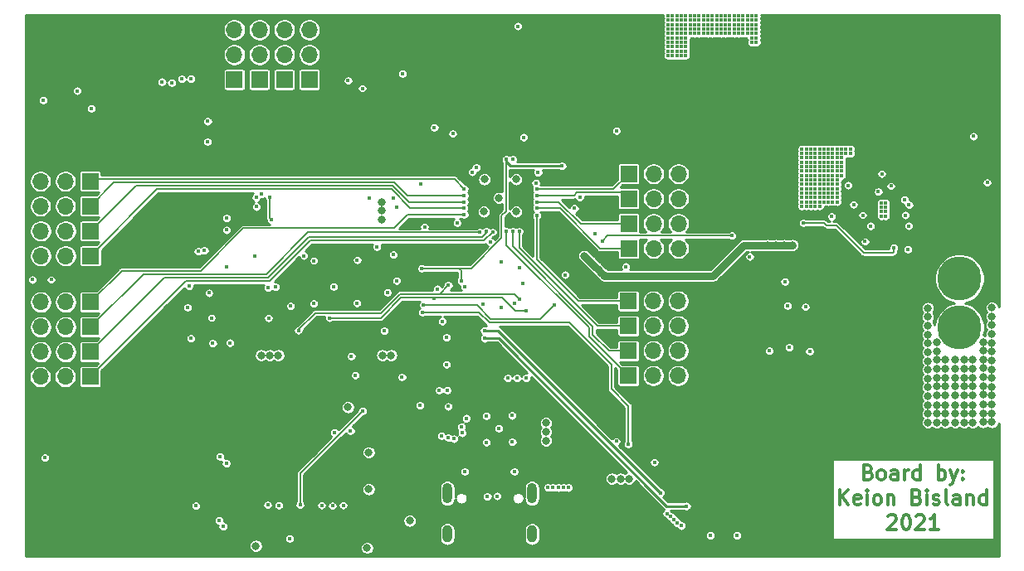
<source format=gbr>
G04 #@! TF.GenerationSoftware,KiCad,Pcbnew,5.1.7-a382d34a8~88~ubuntu18.04.1*
G04 #@! TF.CreationDate,2021-07-04T11:49:53-04:00*
G04 #@! TF.ProjectId,SmallKat v2,536d616c-6c4b-4617-9420-76322e6b6963,rev?*
G04 #@! TF.SameCoordinates,Original*
G04 #@! TF.FileFunction,Copper,L2,Inr*
G04 #@! TF.FilePolarity,Positive*
%FSLAX46Y46*%
G04 Gerber Fmt 4.6, Leading zero omitted, Abs format (unit mm)*
G04 Created by KiCad (PCBNEW 5.1.7-a382d34a8~88~ubuntu18.04.1) date 2021-07-04 11:49:53*
%MOMM*%
%LPD*%
G01*
G04 APERTURE LIST*
G04 #@! TA.AperFunction,NonConductor*
%ADD10C,0.300000*%
G04 #@! TD*
G04 #@! TA.AperFunction,ComponentPad*
%ADD11C,4.500000*%
G04 #@! TD*
G04 #@! TA.AperFunction,ComponentPad*
%ADD12O,1.700000X1.700000*%
G04 #@! TD*
G04 #@! TA.AperFunction,ComponentPad*
%ADD13R,1.700000X1.700000*%
G04 #@! TD*
G04 #@! TA.AperFunction,ComponentPad*
%ADD14O,1.000000X2.100000*%
G04 #@! TD*
G04 #@! TA.AperFunction,ComponentPad*
%ADD15O,1.000000X1.800000*%
G04 #@! TD*
G04 #@! TA.AperFunction,ComponentPad*
%ADD16C,0.800000*%
G04 #@! TD*
G04 #@! TA.AperFunction,ComponentPad*
%ADD17C,6.400000*%
G04 #@! TD*
G04 #@! TA.AperFunction,ViaPad*
%ADD18C,0.450000*%
G04 #@! TD*
G04 #@! TA.AperFunction,ViaPad*
%ADD19C,0.430000*%
G04 #@! TD*
G04 #@! TA.AperFunction,ViaPad*
%ADD20C,0.800000*%
G04 #@! TD*
G04 #@! TA.AperFunction,Conductor*
%ADD21C,0.750000*%
G04 #@! TD*
G04 #@! TA.AperFunction,Conductor*
%ADD22C,0.177800*%
G04 #@! TD*
G04 #@! TA.AperFunction,Conductor*
%ADD23C,0.200000*%
G04 #@! TD*
G04 #@! TA.AperFunction,Conductor*
%ADD24C,0.250000*%
G04 #@! TD*
G04 #@! TA.AperFunction,Conductor*
%ADD25C,0.254000*%
G04 #@! TD*
G04 #@! TA.AperFunction,Conductor*
%ADD26C,0.100000*%
G04 #@! TD*
G04 APERTURE END LIST*
D10*
X154488571Y-128852857D02*
X154702857Y-128924285D01*
X154774285Y-128995714D01*
X154845714Y-129138571D01*
X154845714Y-129352857D01*
X154774285Y-129495714D01*
X154702857Y-129567142D01*
X154560000Y-129638571D01*
X153988571Y-129638571D01*
X153988571Y-128138571D01*
X154488571Y-128138571D01*
X154631428Y-128210000D01*
X154702857Y-128281428D01*
X154774285Y-128424285D01*
X154774285Y-128567142D01*
X154702857Y-128710000D01*
X154631428Y-128781428D01*
X154488571Y-128852857D01*
X153988571Y-128852857D01*
X155702857Y-129638571D02*
X155560000Y-129567142D01*
X155488571Y-129495714D01*
X155417142Y-129352857D01*
X155417142Y-128924285D01*
X155488571Y-128781428D01*
X155560000Y-128710000D01*
X155702857Y-128638571D01*
X155917142Y-128638571D01*
X156060000Y-128710000D01*
X156131428Y-128781428D01*
X156202857Y-128924285D01*
X156202857Y-129352857D01*
X156131428Y-129495714D01*
X156060000Y-129567142D01*
X155917142Y-129638571D01*
X155702857Y-129638571D01*
X157488571Y-129638571D02*
X157488571Y-128852857D01*
X157417142Y-128710000D01*
X157274285Y-128638571D01*
X156988571Y-128638571D01*
X156845714Y-128710000D01*
X157488571Y-129567142D02*
X157345714Y-129638571D01*
X156988571Y-129638571D01*
X156845714Y-129567142D01*
X156774285Y-129424285D01*
X156774285Y-129281428D01*
X156845714Y-129138571D01*
X156988571Y-129067142D01*
X157345714Y-129067142D01*
X157488571Y-128995714D01*
X158202857Y-129638571D02*
X158202857Y-128638571D01*
X158202857Y-128924285D02*
X158274285Y-128781428D01*
X158345714Y-128710000D01*
X158488571Y-128638571D01*
X158631428Y-128638571D01*
X159774285Y-129638571D02*
X159774285Y-128138571D01*
X159774285Y-129567142D02*
X159631428Y-129638571D01*
X159345714Y-129638571D01*
X159202857Y-129567142D01*
X159131428Y-129495714D01*
X159060000Y-129352857D01*
X159060000Y-128924285D01*
X159131428Y-128781428D01*
X159202857Y-128710000D01*
X159345714Y-128638571D01*
X159631428Y-128638571D01*
X159774285Y-128710000D01*
X161631428Y-129638571D02*
X161631428Y-128138571D01*
X161631428Y-128710000D02*
X161774285Y-128638571D01*
X162060000Y-128638571D01*
X162202857Y-128710000D01*
X162274285Y-128781428D01*
X162345714Y-128924285D01*
X162345714Y-129352857D01*
X162274285Y-129495714D01*
X162202857Y-129567142D01*
X162060000Y-129638571D01*
X161774285Y-129638571D01*
X161631428Y-129567142D01*
X162845714Y-128638571D02*
X163202857Y-129638571D01*
X163560000Y-128638571D02*
X163202857Y-129638571D01*
X163060000Y-129995714D01*
X162988571Y-130067142D01*
X162845714Y-130138571D01*
X164131428Y-129495714D02*
X164202857Y-129567142D01*
X164131428Y-129638571D01*
X164060000Y-129567142D01*
X164131428Y-129495714D01*
X164131428Y-129638571D01*
X164131428Y-128710000D02*
X164202857Y-128781428D01*
X164131428Y-128852857D01*
X164060000Y-128781428D01*
X164131428Y-128710000D01*
X164131428Y-128852857D01*
X151595714Y-132188571D02*
X151595714Y-130688571D01*
X152452857Y-132188571D02*
X151810000Y-131331428D01*
X152452857Y-130688571D02*
X151595714Y-131545714D01*
X153667142Y-132117142D02*
X153524285Y-132188571D01*
X153238571Y-132188571D01*
X153095714Y-132117142D01*
X153024285Y-131974285D01*
X153024285Y-131402857D01*
X153095714Y-131260000D01*
X153238571Y-131188571D01*
X153524285Y-131188571D01*
X153667142Y-131260000D01*
X153738571Y-131402857D01*
X153738571Y-131545714D01*
X153024285Y-131688571D01*
X154381428Y-132188571D02*
X154381428Y-131188571D01*
X154381428Y-130688571D02*
X154310000Y-130760000D01*
X154381428Y-130831428D01*
X154452857Y-130760000D01*
X154381428Y-130688571D01*
X154381428Y-130831428D01*
X155310000Y-132188571D02*
X155167142Y-132117142D01*
X155095714Y-132045714D01*
X155024285Y-131902857D01*
X155024285Y-131474285D01*
X155095714Y-131331428D01*
X155167142Y-131260000D01*
X155310000Y-131188571D01*
X155524285Y-131188571D01*
X155667142Y-131260000D01*
X155738571Y-131331428D01*
X155810000Y-131474285D01*
X155810000Y-131902857D01*
X155738571Y-132045714D01*
X155667142Y-132117142D01*
X155524285Y-132188571D01*
X155310000Y-132188571D01*
X156452857Y-131188571D02*
X156452857Y-132188571D01*
X156452857Y-131331428D02*
X156524285Y-131260000D01*
X156667142Y-131188571D01*
X156881428Y-131188571D01*
X157024285Y-131260000D01*
X157095714Y-131402857D01*
X157095714Y-132188571D01*
X159452857Y-131402857D02*
X159667142Y-131474285D01*
X159738571Y-131545714D01*
X159810000Y-131688571D01*
X159810000Y-131902857D01*
X159738571Y-132045714D01*
X159667142Y-132117142D01*
X159524285Y-132188571D01*
X158952857Y-132188571D01*
X158952857Y-130688571D01*
X159452857Y-130688571D01*
X159595714Y-130760000D01*
X159667142Y-130831428D01*
X159738571Y-130974285D01*
X159738571Y-131117142D01*
X159667142Y-131260000D01*
X159595714Y-131331428D01*
X159452857Y-131402857D01*
X158952857Y-131402857D01*
X160452857Y-132188571D02*
X160452857Y-131188571D01*
X160452857Y-130688571D02*
X160381428Y-130760000D01*
X160452857Y-130831428D01*
X160524285Y-130760000D01*
X160452857Y-130688571D01*
X160452857Y-130831428D01*
X161095714Y-132117142D02*
X161238571Y-132188571D01*
X161524285Y-132188571D01*
X161667142Y-132117142D01*
X161738571Y-131974285D01*
X161738571Y-131902857D01*
X161667142Y-131760000D01*
X161524285Y-131688571D01*
X161310000Y-131688571D01*
X161167142Y-131617142D01*
X161095714Y-131474285D01*
X161095714Y-131402857D01*
X161167142Y-131260000D01*
X161310000Y-131188571D01*
X161524285Y-131188571D01*
X161667142Y-131260000D01*
X162595714Y-132188571D02*
X162452857Y-132117142D01*
X162381428Y-131974285D01*
X162381428Y-130688571D01*
X163810000Y-132188571D02*
X163810000Y-131402857D01*
X163738571Y-131260000D01*
X163595714Y-131188571D01*
X163310000Y-131188571D01*
X163167142Y-131260000D01*
X163810000Y-132117142D02*
X163667142Y-132188571D01*
X163310000Y-132188571D01*
X163167142Y-132117142D01*
X163095714Y-131974285D01*
X163095714Y-131831428D01*
X163167142Y-131688571D01*
X163310000Y-131617142D01*
X163667142Y-131617142D01*
X163810000Y-131545714D01*
X164524285Y-131188571D02*
X164524285Y-132188571D01*
X164524285Y-131331428D02*
X164595714Y-131260000D01*
X164738571Y-131188571D01*
X164952857Y-131188571D01*
X165095714Y-131260000D01*
X165167142Y-131402857D01*
X165167142Y-132188571D01*
X166524285Y-132188571D02*
X166524285Y-130688571D01*
X166524285Y-132117142D02*
X166381428Y-132188571D01*
X166095714Y-132188571D01*
X165952857Y-132117142D01*
X165881428Y-132045714D01*
X165810000Y-131902857D01*
X165810000Y-131474285D01*
X165881428Y-131331428D01*
X165952857Y-131260000D01*
X166095714Y-131188571D01*
X166381428Y-131188571D01*
X166524285Y-131260000D01*
X156488571Y-133381428D02*
X156560000Y-133310000D01*
X156702857Y-133238571D01*
X157060000Y-133238571D01*
X157202857Y-133310000D01*
X157274285Y-133381428D01*
X157345714Y-133524285D01*
X157345714Y-133667142D01*
X157274285Y-133881428D01*
X156417142Y-134738571D01*
X157345714Y-134738571D01*
X158274285Y-133238571D02*
X158417142Y-133238571D01*
X158560000Y-133310000D01*
X158631428Y-133381428D01*
X158702857Y-133524285D01*
X158774285Y-133810000D01*
X158774285Y-134167142D01*
X158702857Y-134452857D01*
X158631428Y-134595714D01*
X158560000Y-134667142D01*
X158417142Y-134738571D01*
X158274285Y-134738571D01*
X158131428Y-134667142D01*
X158060000Y-134595714D01*
X157988571Y-134452857D01*
X157917142Y-134167142D01*
X157917142Y-133810000D01*
X157988571Y-133524285D01*
X158060000Y-133381428D01*
X158131428Y-133310000D01*
X158274285Y-133238571D01*
X159345714Y-133381428D02*
X159417142Y-133310000D01*
X159560000Y-133238571D01*
X159917142Y-133238571D01*
X160060000Y-133310000D01*
X160131428Y-133381428D01*
X160202857Y-133524285D01*
X160202857Y-133667142D01*
X160131428Y-133881428D01*
X159274285Y-134738571D01*
X160202857Y-134738571D01*
X161631428Y-134738571D02*
X160774285Y-134738571D01*
X161202857Y-134738571D02*
X161202857Y-133238571D01*
X161060000Y-133452857D01*
X160917142Y-133595714D01*
X160774285Y-133667142D01*
D11*
X163790000Y-109090000D03*
X163790000Y-114090000D03*
D12*
X89800000Y-83670000D03*
X89800000Y-86210000D03*
D13*
X89800000Y-88750000D03*
D12*
X94890000Y-83670000D03*
X94890000Y-86210000D03*
D13*
X94890000Y-88750000D03*
D12*
X92350000Y-83670000D03*
X92350000Y-86210000D03*
D13*
X92350000Y-88750000D03*
D12*
X97450000Y-83670000D03*
X97450000Y-86210000D03*
D13*
X97450000Y-88750000D03*
D14*
X111530000Y-131025000D03*
X120170000Y-131025000D03*
D15*
X111530000Y-135175000D03*
X120175000Y-135175000D03*
D13*
X130022800Y-98388800D03*
D12*
X132562800Y-98388800D03*
X135102800Y-98388800D03*
X70001400Y-119106400D03*
X72541400Y-119106400D03*
D13*
X75081400Y-119106400D03*
X130022800Y-100928800D03*
D12*
X132562800Y-100928800D03*
X135102800Y-100928800D03*
X70041400Y-116566400D03*
X72581400Y-116566400D03*
D13*
X75121400Y-116566400D03*
X130022800Y-103468800D03*
D12*
X132562800Y-103468800D03*
X135102800Y-103468800D03*
X70041400Y-114026400D03*
X72581400Y-114026400D03*
D13*
X75121400Y-114026400D03*
X130022800Y-106008800D03*
D12*
X132562800Y-106008800D03*
X135102800Y-106008800D03*
X70041400Y-111486400D03*
X72581400Y-111486400D03*
D13*
X75121400Y-111486400D03*
X129993600Y-111374800D03*
D12*
X132533600Y-111374800D03*
X135073600Y-111374800D03*
X70042700Y-106762000D03*
X72582700Y-106762000D03*
D13*
X75122700Y-106762000D03*
X129993600Y-113914800D03*
D12*
X132533600Y-113914800D03*
X135073600Y-113914800D03*
X70042700Y-104222000D03*
X72582700Y-104222000D03*
D13*
X75122700Y-104222000D03*
X129993600Y-116454800D03*
D12*
X132533600Y-116454800D03*
X135073600Y-116454800D03*
X70017700Y-101682000D03*
X72557700Y-101682000D03*
D13*
X75097700Y-101682000D03*
X129993600Y-118994800D03*
D12*
X132533600Y-118994800D03*
X135073600Y-118994800D03*
X70017700Y-99142000D03*
X72557700Y-99142000D03*
D13*
X75097700Y-99142000D03*
D16*
X73347056Y-83602944D03*
X71650000Y-82900000D03*
X69952944Y-83602944D03*
X69250000Y-85300000D03*
X69952944Y-86997056D03*
X71650000Y-87700000D03*
X73347056Y-86997056D03*
X74050000Y-85300000D03*
D17*
X71650000Y-85300000D03*
D16*
X131347056Y-83602944D03*
X129650000Y-82900000D03*
X127952944Y-83602944D03*
X127250000Y-85300000D03*
X127952944Y-86997056D03*
X129650000Y-87700000D03*
X131347056Y-86997056D03*
X132050000Y-85300000D03*
D17*
X129650000Y-85300000D03*
D16*
X131347056Y-132602944D03*
X129650000Y-131900000D03*
X127952944Y-132602944D03*
X127250000Y-134300000D03*
X127952944Y-135997056D03*
X129650000Y-136700000D03*
X131347056Y-135997056D03*
X132050000Y-134300000D03*
D17*
X129650000Y-134300000D03*
D16*
X73347056Y-132602944D03*
X71650000Y-131900000D03*
X69952944Y-132602944D03*
X69250000Y-134300000D03*
X69952944Y-135997056D03*
X71650000Y-136700000D03*
X73347056Y-135997056D03*
X74050000Y-134300000D03*
D17*
X71650000Y-134300000D03*
D18*
X115520000Y-125800000D03*
X118160000Y-125770000D03*
X118130000Y-123080000D03*
X115510000Y-123120000D03*
D19*
X99910000Y-109910000D03*
X97900000Y-111640000D03*
X102310000Y-111590000D03*
X102330000Y-107190000D03*
X97920000Y-107260000D03*
D20*
X121590000Y-125650000D03*
X121590000Y-124750000D03*
X121590000Y-123840000D03*
X128320000Y-129530000D03*
X129200000Y-129530000D03*
X130050000Y-129530000D03*
D19*
X148490000Y-116520000D03*
D20*
X166210000Y-115570000D03*
X166200000Y-120056000D03*
X163350000Y-121006000D03*
X166200000Y-120956000D03*
X163350000Y-119206000D03*
X164250000Y-119206000D03*
X164250000Y-120106000D03*
X161450000Y-121006000D03*
X165150000Y-119206000D03*
X161450000Y-120106000D03*
X165150000Y-121006000D03*
X165150000Y-120106000D03*
X164250000Y-121006000D03*
X162350000Y-119206000D03*
X162350000Y-121006000D03*
X166200000Y-119126000D03*
X162350000Y-120106000D03*
X161450000Y-119206000D03*
X163350000Y-120106000D03*
X163350000Y-118306000D03*
X165150000Y-118306000D03*
X164250000Y-118306000D03*
X163350000Y-117406000D03*
X164250000Y-117406000D03*
X165150000Y-117406000D03*
D19*
X155800000Y-102700000D03*
X156250000Y-102700000D03*
X156250000Y-101350000D03*
X155800000Y-101350000D03*
X155800000Y-102250000D03*
X156250000Y-101800000D03*
X155800000Y-101800000D03*
X156250000Y-102250000D03*
X95450000Y-135650000D03*
X106950000Y-88150000D03*
X101400000Y-88850000D03*
X166600000Y-99280000D03*
X158500000Y-106100000D03*
X118700000Y-83300000D03*
X112080014Y-94269986D03*
X114500000Y-97750000D03*
X114050000Y-98200000D03*
D20*
X163350000Y-122900000D03*
X165150000Y-122900000D03*
X164250000Y-122900000D03*
X163350000Y-122000000D03*
X163350000Y-123800000D03*
X164250000Y-123800000D03*
X165150000Y-123800000D03*
X164250000Y-122000000D03*
X165150000Y-122000000D03*
X166200000Y-122850000D03*
X167100000Y-118350000D03*
X167100000Y-119250000D03*
X167100000Y-121050000D03*
X167100000Y-114750000D03*
X167100000Y-112050000D03*
X167100000Y-112950000D03*
X167100000Y-115650000D03*
X167100000Y-117450000D03*
X166200000Y-117356000D03*
X167100000Y-120150000D03*
X167100000Y-122850000D03*
X166200000Y-121920000D03*
X166200000Y-123750000D03*
X166200000Y-116456000D03*
X166200000Y-118256000D03*
X167100000Y-123750000D03*
X167100000Y-121950000D03*
X167100000Y-113850000D03*
X167100000Y-116550000D03*
X162350000Y-123800000D03*
X160550000Y-121100000D03*
X161450000Y-122000000D03*
X162350000Y-118306000D03*
X161450000Y-116506000D03*
X160550000Y-122000000D03*
X161450000Y-117406000D03*
X161450000Y-122900000D03*
X162350000Y-122900000D03*
X162350000Y-117406000D03*
X162350000Y-122000000D03*
X160550000Y-120200000D03*
X160550000Y-123800000D03*
X160550000Y-119300000D03*
X161450000Y-118306000D03*
X161450000Y-123800000D03*
X160550000Y-122900000D03*
X160550000Y-117500000D03*
X161450000Y-115606000D03*
X160550000Y-118400000D03*
X160550000Y-116600000D03*
X160550000Y-115700000D03*
X160550000Y-114800000D03*
X160550000Y-113900000D03*
X160550000Y-113000000D03*
X160550000Y-112100000D03*
D19*
X151300000Y-101250000D03*
X150400000Y-101250000D03*
X149950000Y-101250000D03*
X150850000Y-101250000D03*
X147700000Y-101250000D03*
X148600000Y-101700000D03*
X149050000Y-101250000D03*
X147700000Y-101700000D03*
X148600000Y-101250000D03*
X149500000Y-101250000D03*
X149500000Y-101700000D03*
X148150000Y-101250000D03*
X148150000Y-101700000D03*
X149050000Y-101700000D03*
X149500000Y-100800000D03*
X148150000Y-100350000D03*
X148600000Y-100800000D03*
X149950000Y-100350000D03*
X151300000Y-100350000D03*
X150400000Y-100800000D03*
X150400000Y-100350000D03*
X148600000Y-100350000D03*
X149500000Y-100350000D03*
X150850000Y-100800000D03*
X149050000Y-100350000D03*
X149950000Y-100800000D03*
X147700000Y-100800000D03*
X150850000Y-100350000D03*
X149050000Y-100800000D03*
X147700000Y-100350000D03*
X148150000Y-100800000D03*
X151300000Y-100800000D03*
X150850000Y-99450000D03*
X151300000Y-99900000D03*
X148600000Y-99900000D03*
X148600000Y-99450000D03*
X149950000Y-99450000D03*
X147700000Y-99450000D03*
X149050000Y-99450000D03*
X149950000Y-99900000D03*
X149500000Y-99450000D03*
X150400000Y-99900000D03*
X149050000Y-99900000D03*
X148150000Y-99450000D03*
X148150000Y-99900000D03*
X150400000Y-99450000D03*
X147700000Y-99900000D03*
X151300000Y-99450000D03*
X149500000Y-99900000D03*
X150850000Y-99900000D03*
X149500000Y-98550000D03*
X148150000Y-98550000D03*
X149500000Y-99000000D03*
X149050000Y-98550000D03*
X150850000Y-99000000D03*
X149050000Y-99000000D03*
X151750000Y-98550000D03*
X148600000Y-98550000D03*
X147700000Y-98550000D03*
X151300000Y-98550000D03*
X149950000Y-99000000D03*
X150400000Y-99000000D03*
X149950000Y-98550000D03*
X150400000Y-98550000D03*
X151300000Y-99000000D03*
X147700000Y-99000000D03*
X148600000Y-99000000D03*
X148150000Y-99000000D03*
X150850000Y-98550000D03*
X147700000Y-97200000D03*
X149950000Y-98100000D03*
X147700000Y-98100000D03*
X149500000Y-97200000D03*
X148600000Y-97200000D03*
X150850000Y-97650000D03*
X149950000Y-97200000D03*
X148600000Y-97650000D03*
X151300000Y-97200000D03*
X148600000Y-98100000D03*
X149050000Y-97650000D03*
X150400000Y-97650000D03*
X148150000Y-97650000D03*
X148150000Y-98100000D03*
X147700000Y-97650000D03*
X148150000Y-97200000D03*
X151750000Y-97200000D03*
X149500000Y-97650000D03*
X150850000Y-97200000D03*
X150400000Y-97200000D03*
X151750000Y-98100000D03*
X149050000Y-98100000D03*
X150850000Y-98100000D03*
X151750000Y-97650000D03*
X151300000Y-98100000D03*
X149050000Y-97200000D03*
X150400000Y-98100000D03*
X151300000Y-97650000D03*
X149950000Y-97650000D03*
X149500000Y-98100000D03*
X150850000Y-96750000D03*
X148600000Y-96750000D03*
X149050000Y-96750000D03*
X150400000Y-96750000D03*
X148150000Y-96750000D03*
X147700000Y-96750000D03*
X149500000Y-96750000D03*
X151750000Y-96750000D03*
X151300000Y-96750000D03*
X149950000Y-96750000D03*
X147700000Y-96300000D03*
X152650000Y-96300000D03*
X149500000Y-96300000D03*
X148600000Y-96300000D03*
X149950000Y-96300000D03*
X151300000Y-96300000D03*
X148150000Y-96300000D03*
X151750000Y-96300000D03*
X150850000Y-96300000D03*
X150400000Y-96300000D03*
X152200000Y-96300000D03*
X149050000Y-96300000D03*
X152650000Y-95850000D03*
X152200000Y-95850000D03*
X151750000Y-95850000D03*
X151300000Y-95850000D03*
X150850000Y-95850000D03*
X150400000Y-95850000D03*
X149950000Y-95850000D03*
X149500000Y-95850000D03*
X149050000Y-95850000D03*
X148600000Y-95850000D03*
X148150000Y-95850000D03*
X147700000Y-95850000D03*
X142600000Y-83150000D03*
X142150000Y-82700000D03*
X142600000Y-84050000D03*
X142600000Y-84950000D03*
X143050000Y-83600000D03*
X143050000Y-84950000D03*
X142600000Y-84500000D03*
X143050000Y-83150000D03*
X142150000Y-84050000D03*
X142600000Y-82250000D03*
X142150000Y-83150000D03*
X142600000Y-82700000D03*
X143050000Y-82700000D03*
X142150000Y-82250000D03*
X143050000Y-82250000D03*
X142150000Y-83600000D03*
X143050000Y-84050000D03*
X143050000Y-84500000D03*
X142600000Y-83600000D03*
X140800000Y-83150000D03*
X139900000Y-83600000D03*
X141700000Y-83600000D03*
X140350000Y-82250000D03*
X139900000Y-82250000D03*
X141250000Y-82250000D03*
X139450000Y-84050000D03*
X139450000Y-82700000D03*
X140350000Y-84050000D03*
X140800000Y-82250000D03*
X141700000Y-82250000D03*
X141250000Y-83600000D03*
X140800000Y-82700000D03*
X140350000Y-83150000D03*
X140800000Y-83600000D03*
X140350000Y-83600000D03*
X141700000Y-82700000D03*
X141250000Y-82700000D03*
X141700000Y-83150000D03*
X139900000Y-84050000D03*
X140350000Y-82700000D03*
X140800000Y-84050000D03*
X139450000Y-83600000D03*
X139450000Y-82250000D03*
X139450000Y-83150000D03*
X141250000Y-84050000D03*
X141250000Y-83150000D03*
X139900000Y-82700000D03*
X141700000Y-84050000D03*
X139900000Y-83150000D03*
X139000000Y-83150000D03*
X137200000Y-82250000D03*
X137200000Y-82700000D03*
X137650000Y-82250000D03*
X138100000Y-83150000D03*
X138100000Y-84050000D03*
X138550000Y-82700000D03*
X137200000Y-84050000D03*
X137200000Y-83600000D03*
X138550000Y-83150000D03*
X138550000Y-82250000D03*
X136750000Y-82250000D03*
X139000000Y-84050000D03*
X137650000Y-82700000D03*
X139000000Y-82250000D03*
X136750000Y-82700000D03*
X138550000Y-83600000D03*
X137200000Y-83150000D03*
X139000000Y-82700000D03*
X137650000Y-83600000D03*
X137650000Y-83150000D03*
X136750000Y-84050000D03*
X138100000Y-83600000D03*
X138550000Y-84050000D03*
X139000000Y-83600000D03*
X136750000Y-83150000D03*
X138100000Y-82250000D03*
X137650000Y-84050000D03*
X136750000Y-83600000D03*
X138100000Y-82700000D03*
X135850000Y-86300000D03*
X135850000Y-82250000D03*
X136300000Y-83150000D03*
X136300000Y-84050000D03*
X135850000Y-84950000D03*
X135850000Y-84500000D03*
X135850000Y-85850000D03*
X135850000Y-85400000D03*
X135850000Y-82700000D03*
X135850000Y-83600000D03*
X135850000Y-83150000D03*
X136300000Y-83600000D03*
X136300000Y-82250000D03*
X135850000Y-84050000D03*
X136300000Y-82700000D03*
X134950000Y-85400000D03*
X135400000Y-86300000D03*
X135400000Y-82250000D03*
X135400000Y-84500000D03*
X135400000Y-82700000D03*
X134950000Y-85850000D03*
X134950000Y-84950000D03*
X135400000Y-84050000D03*
X135400000Y-83600000D03*
X134950000Y-86300000D03*
X134950000Y-82250000D03*
X134950000Y-84500000D03*
X134950000Y-82700000D03*
X135400000Y-83150000D03*
X134950000Y-84050000D03*
X135400000Y-84950000D03*
X134950000Y-83150000D03*
X135400000Y-85850000D03*
X134950000Y-83600000D03*
X135400000Y-85400000D03*
X134500000Y-85400000D03*
X134500000Y-85850000D03*
X134500000Y-84950000D03*
X134500000Y-86300000D03*
X134500000Y-82250000D03*
X134500000Y-84500000D03*
X134500000Y-82700000D03*
X134500000Y-84050000D03*
X134500000Y-83150000D03*
X134500000Y-83600000D03*
X134050000Y-86300000D03*
X134050000Y-85850000D03*
X134050000Y-85400000D03*
X134050000Y-84950000D03*
X134050000Y-84500000D03*
X134050000Y-84050000D03*
X134050000Y-83600000D03*
X134050000Y-83150000D03*
X134050000Y-82700000D03*
X134050000Y-82250000D03*
X158600000Y-103700000D03*
X154150000Y-105300000D03*
D20*
X104816200Y-101266200D03*
X104816200Y-103033800D03*
X104816200Y-102166200D03*
X92516200Y-116933800D03*
X93416200Y-116933800D03*
X94283800Y-116933800D03*
X105783800Y-116916200D03*
X104883800Y-116916200D03*
D19*
X119570000Y-119250000D03*
X118620000Y-119250000D03*
X117670000Y-119250000D03*
X118350000Y-128800000D03*
X113300000Y-128800000D03*
X69200000Y-109200000D03*
X73750000Y-89900000D03*
X70300000Y-90850000D03*
X128770000Y-93980000D03*
X132650000Y-127850000D03*
X129750000Y-107850000D03*
X108850000Y-99400000D03*
X117008700Y-107391300D03*
X117050000Y-112000000D03*
X123550000Y-108700000D03*
X111000000Y-113450000D03*
D20*
X103500000Y-130600000D03*
X115300000Y-98950000D03*
X118550000Y-98950000D03*
X118550000Y-102250000D03*
X115250000Y-102250000D03*
X116800000Y-100850000D03*
X103500000Y-126850000D03*
X92000000Y-136400000D03*
X103350000Y-136600000D03*
X107696000Y-133820000D03*
D19*
X87595000Y-115695000D03*
X70480000Y-127390000D03*
X85860000Y-132300000D03*
D18*
X120790000Y-98240000D03*
X138380000Y-135320000D03*
D19*
X128760000Y-125710000D03*
D20*
X101390000Y-122220000D03*
D18*
X141080000Y-135320000D03*
X126630000Y-104470000D03*
X85380000Y-88670000D03*
D19*
X87065621Y-95100000D03*
X118900000Y-108000000D03*
X119250000Y-109550000D03*
X118400000Y-111600000D03*
D18*
X115152686Y-111707314D03*
X113330000Y-109900000D03*
X116770000Y-124380000D03*
D19*
X165180000Y-94550000D03*
X155500000Y-100200000D03*
X153900000Y-102600000D03*
X154720000Y-103710000D03*
D20*
X127275000Y-108545000D03*
X126685000Y-107955000D03*
X126095000Y-107365000D03*
X125505000Y-106775000D03*
X144210000Y-105660000D03*
X145060000Y-105660000D03*
X145910000Y-105660000D03*
X146750000Y-105660000D03*
D19*
X142380000Y-106850000D03*
X144370000Y-116470000D03*
X119300000Y-94650000D03*
D18*
X135380000Y-134330000D03*
X121800000Y-130440000D03*
X122310000Y-130440000D03*
X122850000Y-130440000D03*
X123340000Y-130440000D03*
X123870000Y-130440000D03*
X134320000Y-133380000D03*
X134655000Y-133715000D03*
X134990000Y-134050000D03*
X133924273Y-133085727D03*
X84410000Y-88690000D03*
X87075621Y-93020000D03*
D19*
X147250000Y-102250000D03*
X115950000Y-84300000D03*
X106900000Y-119150000D03*
X110700000Y-120500000D03*
X92015632Y-100792456D03*
X110900000Y-125150000D03*
X111450000Y-115100000D03*
X111450000Y-117850000D03*
X112213089Y-125452752D03*
X111493980Y-120487325D03*
D18*
X105070000Y-114420000D03*
D19*
X113250000Y-99900000D03*
X117555597Y-104248757D03*
X115599999Y-131349089D03*
X116600000Y-131300002D03*
D18*
X113458302Y-123350000D03*
D19*
X108750000Y-122050000D03*
X87450000Y-113100000D03*
X85350000Y-115200000D03*
X96326200Y-114376200D03*
D18*
X82380000Y-88980000D03*
X88640000Y-134400000D03*
X88970000Y-127970000D03*
X85160000Y-109850000D03*
X86090000Y-106320000D03*
D19*
X118900000Y-111150000D03*
D18*
X111630000Y-109770000D03*
D19*
X119550000Y-112400000D03*
X87200000Y-110550000D03*
X85010000Y-112040000D03*
X99500000Y-113100000D03*
D18*
X83400000Y-89080000D03*
X86740000Y-106210000D03*
X88220000Y-133800000D03*
X88344394Y-127267796D03*
X110502629Y-110152691D03*
X110130000Y-111136091D03*
D19*
X112966602Y-124252547D03*
X93280000Y-113130000D03*
X102150000Y-118950000D03*
X95550000Y-111900000D03*
X113029100Y-124857138D03*
X101734379Y-117015621D03*
X116140000Y-104330000D03*
X120650000Y-99950000D03*
X120650000Y-100600000D03*
X120650000Y-101250000D03*
X120650000Y-101900000D03*
X120650000Y-102650000D03*
X118850000Y-104250000D03*
X118200000Y-104250000D03*
X113250000Y-100600000D03*
X113250000Y-101250000D03*
X113200000Y-101900000D03*
X113250000Y-102550000D03*
X114810000Y-104360000D03*
X115492404Y-104249830D03*
X89353800Y-115646200D03*
X146250000Y-111860000D03*
X145950000Y-109400000D03*
X101650000Y-124650000D03*
X104350000Y-105850000D03*
X106050000Y-100900000D03*
X100900000Y-132250000D03*
X100000000Y-124800000D03*
X103550000Y-100900000D03*
X99800000Y-132300000D03*
X98700000Y-132250000D03*
X94015000Y-109935000D03*
X102900000Y-122600000D03*
X106400000Y-101800000D03*
X96500000Y-132200000D03*
X94350000Y-132250000D03*
X93400000Y-100800000D03*
X93205000Y-110045000D03*
X93570000Y-103070000D03*
X93200000Y-132200000D03*
X92060000Y-101750000D03*
X115920000Y-105370000D03*
X147850000Y-103400000D03*
X140550000Y-104700000D03*
X157100000Y-105900000D03*
X127350000Y-105250000D03*
X109200000Y-103800000D03*
X110200000Y-93650000D03*
X75200000Y-91700000D03*
X106350000Y-109300000D03*
X105400000Y-110500000D03*
X71100000Y-109200000D03*
X130000000Y-126000000D03*
X109000000Y-112550000D03*
X122450000Y-111750000D03*
X109100000Y-111800000D03*
X120550000Y-99300000D03*
X91893800Y-106756200D03*
X96900000Y-106750000D03*
X92546191Y-100456815D03*
X89015000Y-104115000D03*
X89000000Y-102900000D03*
X89000000Y-107900000D03*
X102850000Y-89650000D03*
X106000000Y-106650000D03*
X152974265Y-101517741D03*
X150750000Y-102750000D03*
X158640000Y-101550000D03*
X155850000Y-98380000D03*
X156780000Y-99630000D03*
X158155518Y-101021174D03*
X152400000Y-99550000D03*
X158250000Y-102600000D03*
X111618290Y-125327656D03*
X111618290Y-122147836D03*
X148060000Y-111970000D03*
X146410000Y-116110000D03*
X112510000Y-103390000D03*
X118180000Y-96890000D03*
D18*
X115346781Y-115193219D03*
X135930000Y-132320000D03*
X125027810Y-100777321D03*
D19*
X117510000Y-96910000D03*
X108930000Y-108050000D03*
D18*
X115300000Y-114379999D03*
X123240000Y-97590000D03*
X133258217Y-130961779D03*
X124500000Y-101920000D03*
X112957814Y-109326612D03*
D21*
X146750000Y-105660000D02*
X141790000Y-105660000D01*
X141790000Y-105660000D02*
X138630000Y-108820000D01*
X138630000Y-108820000D02*
X127550000Y-108820000D01*
X127550000Y-108820000D02*
X127415000Y-108685000D01*
X127415000Y-108685000D02*
X127275000Y-108545000D01*
X126825000Y-108095000D02*
X126685000Y-107955000D01*
X126205000Y-107475000D02*
X126095000Y-107365000D01*
X125505000Y-106775000D02*
X125480000Y-106750000D01*
X126095000Y-107365000D02*
X125505000Y-106775000D01*
X126685000Y-107955000D02*
X126205000Y-107475000D01*
X127275000Y-108545000D02*
X126825000Y-108095000D01*
D22*
X75341419Y-98898281D02*
X112248281Y-98898281D01*
X75097700Y-99142000D02*
X75341419Y-98898281D01*
X112248281Y-98898281D02*
X113250000Y-99900000D01*
X125994389Y-114995589D02*
X125994389Y-114097297D01*
X117555597Y-105658505D02*
X117555597Y-104248757D01*
X129993600Y-118994800D02*
X125994389Y-114995589D01*
X125994389Y-114097297D02*
X117555597Y-105658505D01*
X96300000Y-114350000D02*
X98041701Y-112608299D01*
X98041701Y-112608299D02*
X104738792Y-112608299D01*
X104738792Y-112608299D02*
X106702700Y-110644391D01*
X110755609Y-110644391D02*
X110604391Y-110644391D01*
X111630000Y-109770000D02*
X110755609Y-110644391D01*
X106702700Y-110644391D02*
X110604391Y-110644391D01*
X118394391Y-110644391D02*
X118900000Y-111150000D01*
X110604391Y-110644391D02*
X118394391Y-110644391D01*
X104750000Y-113100000D02*
X99500000Y-113100000D01*
X106800000Y-111050000D02*
X104750000Y-113100000D01*
X109810000Y-111050000D02*
X110043909Y-111050000D01*
X110043909Y-111050000D02*
X110130000Y-111136091D01*
X109810000Y-111050000D02*
X106800000Y-111050000D01*
X118450000Y-112400000D02*
X117100000Y-111050000D01*
X117100000Y-111050000D02*
X109810000Y-111050000D01*
X119550000Y-112400000D02*
X118450000Y-112400000D01*
X75081400Y-119106400D02*
X84829501Y-109358299D01*
X84829501Y-109358299D02*
X93391701Y-109358299D01*
X93391701Y-109358299D02*
X97552687Y-105197313D01*
X97552687Y-105197313D02*
X115272687Y-105197313D01*
X115272687Y-105197313D02*
X116140000Y-104330000D01*
X120650000Y-99950000D02*
X120670000Y-99930000D01*
X120670000Y-99930000D02*
X128481600Y-99930000D01*
X128481600Y-99930000D02*
X130022800Y-98388800D01*
X120650000Y-100600000D02*
X124442282Y-100600000D01*
X124442282Y-100600000D02*
X124756671Y-100285611D01*
X124756671Y-100285611D02*
X129379611Y-100285611D01*
X129379611Y-100285611D02*
X130022800Y-100928800D01*
X120650000Y-101250000D02*
X122900000Y-101250000D01*
X125118800Y-103468800D02*
X130022800Y-103468800D01*
X122900000Y-101250000D02*
X125118800Y-103468800D01*
X120650000Y-101900000D02*
X123000000Y-101900000D01*
X127108800Y-106008800D02*
X130022800Y-106008800D01*
X123000000Y-101900000D02*
X127108800Y-106008800D01*
X120650000Y-102650000D02*
X120650000Y-107100000D01*
X124924800Y-111374800D02*
X129993600Y-111374800D01*
X120650000Y-107100000D02*
X124924800Y-111374800D01*
X118850000Y-104250000D02*
X118850000Y-105900000D01*
X118850000Y-105900000D02*
X126864800Y-113914800D01*
X126864800Y-113914800D02*
X129993600Y-113914800D01*
X126350000Y-113950000D02*
X118200000Y-105800000D01*
X126350000Y-114800000D02*
X126350000Y-113950000D01*
X128004800Y-116454800D02*
X126350000Y-114800000D01*
X118200000Y-105800000D02*
X118200000Y-104250000D01*
X129993600Y-116454800D02*
X128004800Y-116454800D01*
X107458726Y-100600000D02*
X113250000Y-100600000D01*
X106112618Y-99253892D02*
X107458726Y-100600000D01*
X77525808Y-99253892D02*
X106112618Y-99253892D01*
X75097700Y-101682000D02*
X77525808Y-99253892D01*
X75122700Y-104222000D02*
X79735197Y-99609503D01*
X107605818Y-101250000D02*
X113250000Y-101250000D01*
X105965321Y-99609503D02*
X107605818Y-101250000D01*
X79735197Y-99609503D02*
X105965321Y-99609503D01*
X107752909Y-101900000D02*
X113200000Y-101900000D01*
X81919586Y-99965114D02*
X105818023Y-99965114D01*
X105818023Y-99965114D02*
X107752909Y-101900000D01*
X75122700Y-106762000D02*
X81919586Y-99965114D01*
X86367911Y-108291466D02*
X78316334Y-108291466D01*
X78316334Y-108291466D02*
X75121400Y-111486400D01*
X90709377Y-103950000D02*
X86367911Y-108291466D01*
X106100000Y-103950000D02*
X90709377Y-103950000D01*
X107500000Y-102550000D02*
X106100000Y-103950000D01*
X113250000Y-102550000D02*
X107500000Y-102550000D01*
X97340000Y-104360000D02*
X114810000Y-104360000D01*
X80500723Y-108647077D02*
X93052923Y-108647077D01*
X75121400Y-114026400D02*
X80500723Y-108647077D01*
X93052923Y-108647077D02*
X97340000Y-104360000D01*
X115094671Y-104841702D02*
X115492404Y-104443969D01*
X115492404Y-104443969D02*
X115492404Y-104249830D01*
X97405389Y-104841702D02*
X115094671Y-104841702D01*
X93244403Y-109002688D02*
X97405389Y-104841702D01*
X82685112Y-109002688D02*
X93244403Y-109002688D01*
X75121400Y-116566400D02*
X82685112Y-109002688D01*
X96500000Y-129000000D02*
X98200000Y-127300000D01*
X96500000Y-132200000D02*
X96500000Y-129000000D01*
X102900000Y-122600000D02*
X100400000Y-125100000D01*
X100400000Y-125100000D02*
X98200000Y-127300000D01*
X93400000Y-100800000D02*
X93400000Y-102900000D01*
X93570000Y-103070000D02*
X93600000Y-103100000D01*
X93400000Y-102900000D02*
X93570000Y-103070000D01*
D23*
X127900000Y-104700000D02*
X127350000Y-105250000D01*
X140500000Y-104700000D02*
X127900000Y-104700000D01*
D22*
X140500000Y-104700000D02*
X140550000Y-104700000D01*
X150000000Y-103400000D02*
X150250000Y-103650000D01*
X147850000Y-103400000D02*
X150000000Y-103400000D01*
D23*
X157100000Y-105900000D02*
X157100000Y-106350000D01*
X151200000Y-103650000D02*
X150250000Y-103650000D01*
X157100000Y-106350000D02*
X157000000Y-106450000D01*
X157000000Y-106450000D02*
X154000000Y-106450000D01*
X154000000Y-106450000D02*
X151200000Y-103650000D01*
X130000000Y-122100000D02*
X130000000Y-126000000D01*
X115800000Y-113600000D02*
X123950000Y-113600000D01*
X123950000Y-113600000D02*
X128250000Y-117900000D01*
X109000000Y-112550000D02*
X114750000Y-112550000D01*
X128250000Y-117900000D02*
X128250000Y-120350000D01*
X128250000Y-120350000D02*
X130000000Y-122100000D01*
X114750000Y-112550000D02*
X115800000Y-113600000D01*
X114534304Y-111800000D02*
X115934304Y-113200000D01*
X109100000Y-111800000D02*
X114534304Y-111800000D01*
X121000000Y-113200000D02*
X122450000Y-111750000D01*
X115934304Y-113200000D02*
X121000000Y-113200000D01*
D22*
X135900000Y-132320000D02*
X135930000Y-132320000D01*
D24*
X116743219Y-115193219D02*
X115346781Y-115193219D01*
X133870000Y-132320000D02*
X116743219Y-115193219D01*
X135900000Y-132320000D02*
X133870000Y-132320000D01*
D22*
X117060000Y-102650000D02*
X117510000Y-102200000D01*
X117060000Y-104960000D02*
X117060000Y-102650000D01*
X113970000Y-108050000D02*
X117060000Y-104960000D01*
X112750000Y-108050000D02*
X113970000Y-108050000D01*
X108930000Y-108050000D02*
X112750000Y-108050000D01*
D24*
X117990000Y-97590000D02*
X117510000Y-97110000D01*
X123240000Y-97590000D02*
X117990000Y-97590000D01*
D22*
X117510000Y-102200000D02*
X117510000Y-97110000D01*
D24*
X117510000Y-96910000D02*
X117510000Y-97110000D01*
X115300000Y-114379999D02*
X116676437Y-114379999D01*
X116676437Y-114379999D02*
X133258217Y-130961779D01*
D22*
X112750000Y-108050000D02*
X112957814Y-108257814D01*
X112957814Y-108257814D02*
X112957814Y-109326612D01*
D25*
X133530200Y-82198804D02*
X133530200Y-82301196D01*
X133550176Y-82401620D01*
X133580570Y-82475000D01*
X133550176Y-82548380D01*
X133530200Y-82648804D01*
X133530200Y-82751196D01*
X133550176Y-82851620D01*
X133580570Y-82925000D01*
X133550176Y-82998380D01*
X133530200Y-83098804D01*
X133530200Y-83201196D01*
X133550176Y-83301620D01*
X133580570Y-83375000D01*
X133550176Y-83448380D01*
X133530200Y-83548804D01*
X133530200Y-83651196D01*
X133550176Y-83751620D01*
X133580570Y-83825000D01*
X133550176Y-83898380D01*
X133530200Y-83998804D01*
X133530200Y-84101196D01*
X133550176Y-84201620D01*
X133580570Y-84275000D01*
X133550176Y-84348380D01*
X133530200Y-84448804D01*
X133530200Y-84551196D01*
X133550176Y-84651620D01*
X133580570Y-84725000D01*
X133550176Y-84798380D01*
X133530200Y-84898804D01*
X133530200Y-85001196D01*
X133550176Y-85101620D01*
X133580570Y-85175000D01*
X133550176Y-85248380D01*
X133530200Y-85348804D01*
X133530200Y-85451196D01*
X133550176Y-85551620D01*
X133580570Y-85625000D01*
X133550176Y-85698380D01*
X133530200Y-85798804D01*
X133530200Y-85901196D01*
X133550176Y-86001620D01*
X133580570Y-86075000D01*
X133550176Y-86148380D01*
X133530200Y-86248804D01*
X133530200Y-86351196D01*
X133550176Y-86451620D01*
X133589359Y-86546218D01*
X133646245Y-86631353D01*
X133718647Y-86703755D01*
X133803782Y-86760641D01*
X133898380Y-86799824D01*
X133998804Y-86819800D01*
X134101196Y-86819800D01*
X134201620Y-86799824D01*
X134275000Y-86769430D01*
X134348380Y-86799824D01*
X134448804Y-86819800D01*
X134551196Y-86819800D01*
X134651620Y-86799824D01*
X134725000Y-86769430D01*
X134798380Y-86799824D01*
X134898804Y-86819800D01*
X135001196Y-86819800D01*
X135101620Y-86799824D01*
X135175000Y-86769430D01*
X135248380Y-86799824D01*
X135348804Y-86819800D01*
X135451196Y-86819800D01*
X135551620Y-86799824D01*
X135625000Y-86769430D01*
X135698380Y-86799824D01*
X135798804Y-86819800D01*
X135901196Y-86819800D01*
X136001620Y-86799824D01*
X136096218Y-86760641D01*
X136181353Y-86703755D01*
X136253755Y-86631353D01*
X136310641Y-86546218D01*
X136349824Y-86451620D01*
X136369800Y-86351196D01*
X136369800Y-86248804D01*
X136349824Y-86148380D01*
X136319430Y-86075000D01*
X136349824Y-86001620D01*
X136369800Y-85901196D01*
X136369800Y-85798804D01*
X136349824Y-85698380D01*
X136319430Y-85625000D01*
X136349824Y-85551620D01*
X136369800Y-85451196D01*
X136369800Y-85348804D01*
X136349824Y-85248380D01*
X136319430Y-85175000D01*
X136349824Y-85101620D01*
X136369800Y-85001196D01*
X136369800Y-84898804D01*
X136349824Y-84798380D01*
X136319430Y-84725000D01*
X136349824Y-84651620D01*
X136366713Y-84566713D01*
X136451620Y-84549824D01*
X136525000Y-84519430D01*
X136598380Y-84549824D01*
X136698804Y-84569800D01*
X136801196Y-84569800D01*
X136901620Y-84549824D01*
X136975000Y-84519430D01*
X137048380Y-84549824D01*
X137148804Y-84569800D01*
X137251196Y-84569800D01*
X137351620Y-84549824D01*
X137425000Y-84519430D01*
X137498380Y-84549824D01*
X137598804Y-84569800D01*
X137701196Y-84569800D01*
X137801620Y-84549824D01*
X137875000Y-84519430D01*
X137948380Y-84549824D01*
X138048804Y-84569800D01*
X138151196Y-84569800D01*
X138251620Y-84549824D01*
X138325000Y-84519430D01*
X138398380Y-84549824D01*
X138498804Y-84569800D01*
X138601196Y-84569800D01*
X138701620Y-84549824D01*
X138775000Y-84519430D01*
X138848380Y-84549824D01*
X138948804Y-84569800D01*
X139051196Y-84569800D01*
X139151620Y-84549824D01*
X139225000Y-84519430D01*
X139298380Y-84549824D01*
X139398804Y-84569800D01*
X139501196Y-84569800D01*
X139601620Y-84549824D01*
X139675000Y-84519430D01*
X139748380Y-84549824D01*
X139848804Y-84569800D01*
X139951196Y-84569800D01*
X140051620Y-84549824D01*
X140125000Y-84519430D01*
X140198380Y-84549824D01*
X140298804Y-84569800D01*
X140401196Y-84569800D01*
X140501620Y-84549824D01*
X140575000Y-84519430D01*
X140648380Y-84549824D01*
X140748804Y-84569800D01*
X140851196Y-84569800D01*
X140951620Y-84549824D01*
X141025000Y-84519430D01*
X141098380Y-84549824D01*
X141198804Y-84569800D01*
X141301196Y-84569800D01*
X141401620Y-84549824D01*
X141475000Y-84519430D01*
X141548380Y-84549824D01*
X141648804Y-84569800D01*
X141751196Y-84569800D01*
X141851620Y-84549824D01*
X141925000Y-84519430D01*
X141998380Y-84549824D01*
X142083287Y-84566713D01*
X142100176Y-84651620D01*
X142130570Y-84725000D01*
X142100176Y-84798380D01*
X142080200Y-84898804D01*
X142080200Y-85001196D01*
X142100176Y-85101620D01*
X142139359Y-85196218D01*
X142196245Y-85281353D01*
X142268647Y-85353755D01*
X142353782Y-85410641D01*
X142448380Y-85449824D01*
X142548804Y-85469800D01*
X142651196Y-85469800D01*
X142751620Y-85449824D01*
X142825000Y-85419430D01*
X142898380Y-85449824D01*
X142998804Y-85469800D01*
X143101196Y-85469800D01*
X143201620Y-85449824D01*
X143296218Y-85410641D01*
X143381353Y-85353755D01*
X143453755Y-85281353D01*
X143510641Y-85196218D01*
X143549824Y-85101620D01*
X143569800Y-85001196D01*
X143569800Y-84898804D01*
X143549824Y-84798380D01*
X143519430Y-84725000D01*
X143549824Y-84651620D01*
X143569800Y-84551196D01*
X143569800Y-84448804D01*
X143549824Y-84348380D01*
X143519430Y-84275000D01*
X143549824Y-84201620D01*
X143569800Y-84101196D01*
X143569800Y-83998804D01*
X143549824Y-83898380D01*
X143519430Y-83825000D01*
X143549824Y-83751620D01*
X143569800Y-83651196D01*
X143569800Y-83548804D01*
X143549824Y-83448380D01*
X143519430Y-83375000D01*
X143549824Y-83301620D01*
X143569800Y-83201196D01*
X143569800Y-83098804D01*
X143549824Y-82998380D01*
X143519430Y-82925000D01*
X143549824Y-82851620D01*
X143569800Y-82751196D01*
X143569800Y-82648804D01*
X143549824Y-82548380D01*
X143519430Y-82475000D01*
X143549824Y-82401620D01*
X143569800Y-82301196D01*
X143569800Y-82198804D01*
X143560888Y-82154000D01*
X167796001Y-82154000D01*
X167796000Y-111936345D01*
X167777715Y-111844417D01*
X167724585Y-111716152D01*
X167647454Y-111600716D01*
X167549284Y-111502546D01*
X167433848Y-111425415D01*
X167305583Y-111372285D01*
X167169417Y-111345200D01*
X167030583Y-111345200D01*
X166894417Y-111372285D01*
X166766152Y-111425415D01*
X166650716Y-111502546D01*
X166552546Y-111600716D01*
X166475415Y-111716152D01*
X166422285Y-111844417D01*
X166395200Y-111980583D01*
X166395200Y-112119417D01*
X166422285Y-112255583D01*
X166475415Y-112383848D01*
X166552546Y-112499284D01*
X166553262Y-112500000D01*
X166552546Y-112500716D01*
X166475415Y-112616152D01*
X166422285Y-112744417D01*
X166395200Y-112880583D01*
X166395200Y-113019417D01*
X166422285Y-113155583D01*
X166475415Y-113283848D01*
X166552546Y-113399284D01*
X166553262Y-113400000D01*
X166552546Y-113400716D01*
X166475415Y-113516152D01*
X166422285Y-113644417D01*
X166395200Y-113780583D01*
X166395200Y-113919417D01*
X166422285Y-114055583D01*
X166475415Y-114183848D01*
X166552546Y-114299284D01*
X166553262Y-114300000D01*
X166552546Y-114300716D01*
X166475415Y-114416152D01*
X166422285Y-114544417D01*
X166395200Y-114680583D01*
X166395200Y-114819417D01*
X166409452Y-114891065D01*
X166279417Y-114865200D01*
X166234198Y-114865200D01*
X166246621Y-114835208D01*
X166344800Y-114341626D01*
X166344800Y-113838374D01*
X166246621Y-113344792D01*
X166054035Y-112879848D01*
X165774443Y-112461410D01*
X165418590Y-112105557D01*
X165000152Y-111825965D01*
X164535208Y-111633379D01*
X164317126Y-111590000D01*
X164535208Y-111546621D01*
X165000152Y-111354035D01*
X165418590Y-111074443D01*
X165774443Y-110718590D01*
X166054035Y-110300152D01*
X166246621Y-109835208D01*
X166344800Y-109341626D01*
X166344800Y-108838374D01*
X166246621Y-108344792D01*
X166054035Y-107879848D01*
X165774443Y-107461410D01*
X165418590Y-107105557D01*
X165000152Y-106825965D01*
X164535208Y-106633379D01*
X164041626Y-106535200D01*
X163538374Y-106535200D01*
X163044792Y-106633379D01*
X162579848Y-106825965D01*
X162161410Y-107105557D01*
X161805557Y-107461410D01*
X161525965Y-107879848D01*
X161333379Y-108344792D01*
X161235200Y-108838374D01*
X161235200Y-109341626D01*
X161333379Y-109835208D01*
X161525965Y-110300152D01*
X161805557Y-110718590D01*
X162161410Y-111074443D01*
X162579848Y-111354035D01*
X163044792Y-111546621D01*
X163262874Y-111590000D01*
X163044792Y-111633379D01*
X162579848Y-111825965D01*
X162161410Y-112105557D01*
X161805557Y-112461410D01*
X161525965Y-112879848D01*
X161333379Y-113344792D01*
X161245775Y-113785210D01*
X161227715Y-113694417D01*
X161174585Y-113566152D01*
X161097454Y-113450716D01*
X161096738Y-113450000D01*
X161097454Y-113449284D01*
X161174585Y-113333848D01*
X161227715Y-113205583D01*
X161254800Y-113069417D01*
X161254800Y-112930583D01*
X161227715Y-112794417D01*
X161174585Y-112666152D01*
X161097454Y-112550716D01*
X161096738Y-112550000D01*
X161097454Y-112549284D01*
X161174585Y-112433848D01*
X161227715Y-112305583D01*
X161254800Y-112169417D01*
X161254800Y-112030583D01*
X161227715Y-111894417D01*
X161174585Y-111766152D01*
X161097454Y-111650716D01*
X160999284Y-111552546D01*
X160883848Y-111475415D01*
X160755583Y-111422285D01*
X160619417Y-111395200D01*
X160480583Y-111395200D01*
X160344417Y-111422285D01*
X160216152Y-111475415D01*
X160100716Y-111552546D01*
X160002546Y-111650716D01*
X159925415Y-111766152D01*
X159872285Y-111894417D01*
X159845200Y-112030583D01*
X159845200Y-112169417D01*
X159872285Y-112305583D01*
X159925415Y-112433848D01*
X160002546Y-112549284D01*
X160003262Y-112550000D01*
X160002546Y-112550716D01*
X159925415Y-112666152D01*
X159872285Y-112794417D01*
X159845200Y-112930583D01*
X159845200Y-113069417D01*
X159872285Y-113205583D01*
X159925415Y-113333848D01*
X160002546Y-113449284D01*
X160003262Y-113450000D01*
X160002546Y-113450716D01*
X159925415Y-113566152D01*
X159872285Y-113694417D01*
X159845200Y-113830583D01*
X159845200Y-113969417D01*
X159872285Y-114105583D01*
X159925415Y-114233848D01*
X160002546Y-114349284D01*
X160003262Y-114350000D01*
X160002546Y-114350716D01*
X159925415Y-114466152D01*
X159872285Y-114594417D01*
X159845200Y-114730583D01*
X159845200Y-114869417D01*
X159872285Y-115005583D01*
X159925415Y-115133848D01*
X160002546Y-115249284D01*
X160003262Y-115250000D01*
X160002546Y-115250716D01*
X159925415Y-115366152D01*
X159872285Y-115494417D01*
X159845200Y-115630583D01*
X159845200Y-115769417D01*
X159872285Y-115905583D01*
X159925415Y-116033848D01*
X160002546Y-116149284D01*
X160003262Y-116150000D01*
X160002546Y-116150716D01*
X159925415Y-116266152D01*
X159872285Y-116394417D01*
X159845200Y-116530583D01*
X159845200Y-116669417D01*
X159872285Y-116805583D01*
X159925415Y-116933848D01*
X160002546Y-117049284D01*
X160003262Y-117050000D01*
X160002546Y-117050716D01*
X159925415Y-117166152D01*
X159872285Y-117294417D01*
X159845200Y-117430583D01*
X159845200Y-117569417D01*
X159872285Y-117705583D01*
X159925415Y-117833848D01*
X160002546Y-117949284D01*
X160003262Y-117950000D01*
X160002546Y-117950716D01*
X159925415Y-118066152D01*
X159872285Y-118194417D01*
X159845200Y-118330583D01*
X159845200Y-118469417D01*
X159872285Y-118605583D01*
X159925415Y-118733848D01*
X160002546Y-118849284D01*
X160003262Y-118850000D01*
X160002546Y-118850716D01*
X159925415Y-118966152D01*
X159872285Y-119094417D01*
X159845200Y-119230583D01*
X159845200Y-119369417D01*
X159872285Y-119505583D01*
X159925415Y-119633848D01*
X160002546Y-119749284D01*
X160003262Y-119750000D01*
X160002546Y-119750716D01*
X159925415Y-119866152D01*
X159872285Y-119994417D01*
X159845200Y-120130583D01*
X159845200Y-120269417D01*
X159872285Y-120405583D01*
X159925415Y-120533848D01*
X160002546Y-120649284D01*
X160003262Y-120650000D01*
X160002546Y-120650716D01*
X159925415Y-120766152D01*
X159872285Y-120894417D01*
X159845200Y-121030583D01*
X159845200Y-121169417D01*
X159872285Y-121305583D01*
X159925415Y-121433848D01*
X160002546Y-121549284D01*
X160003262Y-121550000D01*
X160002546Y-121550716D01*
X159925415Y-121666152D01*
X159872285Y-121794417D01*
X159845200Y-121930583D01*
X159845200Y-122069417D01*
X159872285Y-122205583D01*
X159925415Y-122333848D01*
X160002546Y-122449284D01*
X160003262Y-122450000D01*
X160002546Y-122450716D01*
X159925415Y-122566152D01*
X159872285Y-122694417D01*
X159845200Y-122830583D01*
X159845200Y-122969417D01*
X159872285Y-123105583D01*
X159925415Y-123233848D01*
X160002546Y-123349284D01*
X160003262Y-123350000D01*
X160002546Y-123350716D01*
X159925415Y-123466152D01*
X159872285Y-123594417D01*
X159845200Y-123730583D01*
X159845200Y-123869417D01*
X159872285Y-124005583D01*
X159925415Y-124133848D01*
X160002546Y-124249284D01*
X160100716Y-124347454D01*
X160216152Y-124424585D01*
X160344417Y-124477715D01*
X160480583Y-124504800D01*
X160619417Y-124504800D01*
X160755583Y-124477715D01*
X160883848Y-124424585D01*
X160999284Y-124347454D01*
X161000000Y-124346738D01*
X161000716Y-124347454D01*
X161116152Y-124424585D01*
X161244417Y-124477715D01*
X161380583Y-124504800D01*
X161519417Y-124504800D01*
X161655583Y-124477715D01*
X161783848Y-124424585D01*
X161899284Y-124347454D01*
X161900000Y-124346738D01*
X161900716Y-124347454D01*
X162016152Y-124424585D01*
X162144417Y-124477715D01*
X162280583Y-124504800D01*
X162419417Y-124504800D01*
X162555583Y-124477715D01*
X162683848Y-124424585D01*
X162799284Y-124347454D01*
X162850000Y-124296738D01*
X162900716Y-124347454D01*
X163016152Y-124424585D01*
X163144417Y-124477715D01*
X163280583Y-124504800D01*
X163419417Y-124504800D01*
X163555583Y-124477715D01*
X163683848Y-124424585D01*
X163799284Y-124347454D01*
X163800000Y-124346738D01*
X163800716Y-124347454D01*
X163916152Y-124424585D01*
X164044417Y-124477715D01*
X164180583Y-124504800D01*
X164319417Y-124504800D01*
X164455583Y-124477715D01*
X164583848Y-124424585D01*
X164699284Y-124347454D01*
X164700000Y-124346738D01*
X164700716Y-124347454D01*
X164816152Y-124424585D01*
X164944417Y-124477715D01*
X165080583Y-124504800D01*
X165219417Y-124504800D01*
X165355583Y-124477715D01*
X165483848Y-124424585D01*
X165599284Y-124347454D01*
X165697454Y-124249284D01*
X165699494Y-124246232D01*
X165750716Y-124297454D01*
X165866152Y-124374585D01*
X165994417Y-124427715D01*
X166130583Y-124454800D01*
X166269417Y-124454800D01*
X166405583Y-124427715D01*
X166533848Y-124374585D01*
X166649284Y-124297454D01*
X166650000Y-124296738D01*
X166650716Y-124297454D01*
X166766152Y-124374585D01*
X166894417Y-124427715D01*
X167030583Y-124454800D01*
X167169417Y-124454800D01*
X167305583Y-124427715D01*
X167433848Y-124374585D01*
X167549284Y-124297454D01*
X167647454Y-124199284D01*
X167724585Y-124083848D01*
X167777715Y-123955583D01*
X167796000Y-123863657D01*
X167796000Y-137446000D01*
X68504000Y-137446000D01*
X68504000Y-136330583D01*
X91295200Y-136330583D01*
X91295200Y-136469417D01*
X91322285Y-136605583D01*
X91375415Y-136733848D01*
X91452546Y-136849284D01*
X91550716Y-136947454D01*
X91666152Y-137024585D01*
X91794417Y-137077715D01*
X91930583Y-137104800D01*
X92069417Y-137104800D01*
X92205583Y-137077715D01*
X92333848Y-137024585D01*
X92449284Y-136947454D01*
X92547454Y-136849284D01*
X92624585Y-136733848D01*
X92677715Y-136605583D01*
X92692633Y-136530583D01*
X102645200Y-136530583D01*
X102645200Y-136669417D01*
X102672285Y-136805583D01*
X102725415Y-136933848D01*
X102802546Y-137049284D01*
X102900716Y-137147454D01*
X103016152Y-137224585D01*
X103144417Y-137277715D01*
X103280583Y-137304800D01*
X103419417Y-137304800D01*
X103555583Y-137277715D01*
X103683848Y-137224585D01*
X103799284Y-137147454D01*
X103897454Y-137049284D01*
X103974585Y-136933848D01*
X104027715Y-136805583D01*
X104054800Y-136669417D01*
X104054800Y-136530583D01*
X104027715Y-136394417D01*
X103974585Y-136266152D01*
X103897454Y-136150716D01*
X103799284Y-136052546D01*
X103683848Y-135975415D01*
X103555583Y-135922285D01*
X103419417Y-135895200D01*
X103280583Y-135895200D01*
X103144417Y-135922285D01*
X103016152Y-135975415D01*
X102900716Y-136052546D01*
X102802546Y-136150716D01*
X102725415Y-136266152D01*
X102672285Y-136394417D01*
X102645200Y-136530583D01*
X92692633Y-136530583D01*
X92704800Y-136469417D01*
X92704800Y-136330583D01*
X92677715Y-136194417D01*
X92624585Y-136066152D01*
X92547454Y-135950716D01*
X92449284Y-135852546D01*
X92333848Y-135775415D01*
X92205583Y-135722285D01*
X92069417Y-135695200D01*
X91930583Y-135695200D01*
X91794417Y-135722285D01*
X91666152Y-135775415D01*
X91550716Y-135852546D01*
X91452546Y-135950716D01*
X91375415Y-136066152D01*
X91322285Y-136194417D01*
X91295200Y-136330583D01*
X68504000Y-136330583D01*
X68504000Y-135598804D01*
X94930200Y-135598804D01*
X94930200Y-135701196D01*
X94950176Y-135801620D01*
X94989359Y-135896218D01*
X95046245Y-135981353D01*
X95118647Y-136053755D01*
X95203782Y-136110641D01*
X95298380Y-136149824D01*
X95398804Y-136169800D01*
X95501196Y-136169800D01*
X95601620Y-136149824D01*
X95696218Y-136110641D01*
X95781353Y-136053755D01*
X95853755Y-135981353D01*
X95910641Y-135896218D01*
X95949824Y-135801620D01*
X95969800Y-135701196D01*
X95969800Y-135598804D01*
X95949824Y-135498380D01*
X95910641Y-135403782D01*
X95853755Y-135318647D01*
X95781353Y-135246245D01*
X95696218Y-135189359D01*
X95601620Y-135150176D01*
X95501196Y-135130200D01*
X95398804Y-135130200D01*
X95298380Y-135150176D01*
X95203782Y-135189359D01*
X95118647Y-135246245D01*
X95046245Y-135318647D01*
X94989359Y-135403782D01*
X94950176Y-135498380D01*
X94930200Y-135598804D01*
X68504000Y-135598804D01*
X68504000Y-133747819D01*
X87690200Y-133747819D01*
X87690200Y-133852181D01*
X87710560Y-133954537D01*
X87750498Y-134050954D01*
X87808478Y-134137728D01*
X87882272Y-134211522D01*
X87969046Y-134269502D01*
X88065463Y-134309440D01*
X88115841Y-134319461D01*
X88110200Y-134347819D01*
X88110200Y-134452181D01*
X88130560Y-134554537D01*
X88170498Y-134650954D01*
X88228478Y-134737728D01*
X88302272Y-134811522D01*
X88389046Y-134869502D01*
X88485463Y-134909440D01*
X88587819Y-134929800D01*
X88692181Y-134929800D01*
X88794537Y-134909440D01*
X88890954Y-134869502D01*
X88977728Y-134811522D01*
X89051522Y-134737728D01*
X89053034Y-134735465D01*
X110725200Y-134735465D01*
X110725200Y-135614536D01*
X110736846Y-135732768D01*
X110782865Y-135884474D01*
X110857597Y-136024286D01*
X110958168Y-136146833D01*
X111080715Y-136247404D01*
X111220527Y-136322136D01*
X111372233Y-136368155D01*
X111530000Y-136383694D01*
X111687768Y-136368155D01*
X111839474Y-136322136D01*
X111979286Y-136247404D01*
X112101833Y-136146833D01*
X112202404Y-136024286D01*
X112277136Y-135884474D01*
X112323155Y-135732768D01*
X112334800Y-135614536D01*
X112334800Y-134735465D01*
X119370200Y-134735465D01*
X119370200Y-135614536D01*
X119381846Y-135732768D01*
X119427865Y-135884474D01*
X119502597Y-136024286D01*
X119603168Y-136146833D01*
X119725715Y-136247404D01*
X119865527Y-136322136D01*
X120017233Y-136368155D01*
X120175000Y-136383694D01*
X120332768Y-136368155D01*
X120484474Y-136322136D01*
X120624286Y-136247404D01*
X120746833Y-136146833D01*
X120847404Y-136024286D01*
X120922136Y-135884474D01*
X120968155Y-135732768D01*
X120979800Y-135614536D01*
X120979800Y-135267819D01*
X137850200Y-135267819D01*
X137850200Y-135372181D01*
X137870560Y-135474537D01*
X137910498Y-135570954D01*
X137968478Y-135657728D01*
X138042272Y-135731522D01*
X138129046Y-135789502D01*
X138225463Y-135829440D01*
X138327819Y-135849800D01*
X138432181Y-135849800D01*
X138534537Y-135829440D01*
X138630954Y-135789502D01*
X138717728Y-135731522D01*
X138791522Y-135657728D01*
X138849502Y-135570954D01*
X138889440Y-135474537D01*
X138909800Y-135372181D01*
X138909800Y-135267819D01*
X140550200Y-135267819D01*
X140550200Y-135372181D01*
X140570560Y-135474537D01*
X140610498Y-135570954D01*
X140668478Y-135657728D01*
X140742272Y-135731522D01*
X140829046Y-135789502D01*
X140925463Y-135829440D01*
X141027819Y-135849800D01*
X141132181Y-135849800D01*
X141234537Y-135829440D01*
X141330954Y-135789502D01*
X141417728Y-135731522D01*
X141491522Y-135657728D01*
X141549502Y-135570954D01*
X141589440Y-135474537D01*
X141609800Y-135372181D01*
X141609800Y-135267819D01*
X141589440Y-135165463D01*
X141549502Y-135069046D01*
X141491522Y-134982272D01*
X141417728Y-134908478D01*
X141330954Y-134850498D01*
X141234537Y-134810560D01*
X141132181Y-134790200D01*
X141027819Y-134790200D01*
X140925463Y-134810560D01*
X140829046Y-134850498D01*
X140742272Y-134908478D01*
X140668478Y-134982272D01*
X140610498Y-135069046D01*
X140570560Y-135165463D01*
X140550200Y-135267819D01*
X138909800Y-135267819D01*
X138889440Y-135165463D01*
X138849502Y-135069046D01*
X138791522Y-134982272D01*
X138717728Y-134908478D01*
X138630954Y-134850498D01*
X138534537Y-134810560D01*
X138432181Y-134790200D01*
X138327819Y-134790200D01*
X138225463Y-134810560D01*
X138129046Y-134850498D01*
X138042272Y-134908478D01*
X137968478Y-134982272D01*
X137910498Y-135069046D01*
X137870560Y-135165463D01*
X137850200Y-135267819D01*
X120979800Y-135267819D01*
X120979800Y-134735464D01*
X120968155Y-134617232D01*
X120922136Y-134465526D01*
X120847404Y-134325714D01*
X120746833Y-134203167D01*
X120624285Y-134102596D01*
X120484473Y-134027864D01*
X120332767Y-133981845D01*
X120175000Y-133966306D01*
X120017232Y-133981845D01*
X119865526Y-134027864D01*
X119725714Y-134102596D01*
X119603167Y-134203167D01*
X119502596Y-134325715D01*
X119427864Y-134465527D01*
X119381845Y-134617233D01*
X119370200Y-134735465D01*
X112334800Y-134735465D01*
X112334800Y-134735464D01*
X112323155Y-134617232D01*
X112277136Y-134465526D01*
X112202404Y-134325714D01*
X112101833Y-134203167D01*
X111979285Y-134102596D01*
X111839473Y-134027864D01*
X111687767Y-133981845D01*
X111530000Y-133966306D01*
X111372232Y-133981845D01*
X111220526Y-134027864D01*
X111080714Y-134102596D01*
X110958167Y-134203167D01*
X110857596Y-134325715D01*
X110782864Y-134465527D01*
X110736845Y-134617233D01*
X110725200Y-134735465D01*
X89053034Y-134735465D01*
X89109502Y-134650954D01*
X89149440Y-134554537D01*
X89169800Y-134452181D01*
X89169800Y-134347819D01*
X89149440Y-134245463D01*
X89109502Y-134149046D01*
X89051522Y-134062272D01*
X88977728Y-133988478D01*
X88890954Y-133930498D01*
X88794537Y-133890560D01*
X88744159Y-133880539D01*
X88749800Y-133852181D01*
X88749800Y-133750583D01*
X106991200Y-133750583D01*
X106991200Y-133889417D01*
X107018285Y-134025583D01*
X107071415Y-134153848D01*
X107148546Y-134269284D01*
X107246716Y-134367454D01*
X107362152Y-134444585D01*
X107490417Y-134497715D01*
X107626583Y-134524800D01*
X107765417Y-134524800D01*
X107901583Y-134497715D01*
X108029848Y-134444585D01*
X108145284Y-134367454D01*
X108243454Y-134269284D01*
X108320585Y-134153848D01*
X108373715Y-134025583D01*
X108400800Y-133889417D01*
X108400800Y-133750583D01*
X108373715Y-133614417D01*
X108320585Y-133486152D01*
X108243454Y-133370716D01*
X108145284Y-133272546D01*
X108029848Y-133195415D01*
X107901583Y-133142285D01*
X107765417Y-133115200D01*
X107626583Y-133115200D01*
X107490417Y-133142285D01*
X107362152Y-133195415D01*
X107246716Y-133272546D01*
X107148546Y-133370716D01*
X107071415Y-133486152D01*
X107018285Y-133614417D01*
X106991200Y-133750583D01*
X88749800Y-133750583D01*
X88749800Y-133747819D01*
X88729440Y-133645463D01*
X88689502Y-133549046D01*
X88631522Y-133462272D01*
X88557728Y-133388478D01*
X88470954Y-133330498D01*
X88374537Y-133290560D01*
X88272181Y-133270200D01*
X88167819Y-133270200D01*
X88065463Y-133290560D01*
X87969046Y-133330498D01*
X87882272Y-133388478D01*
X87808478Y-133462272D01*
X87750498Y-133549046D01*
X87710560Y-133645463D01*
X87690200Y-133747819D01*
X68504000Y-133747819D01*
X68504000Y-132248804D01*
X85340200Y-132248804D01*
X85340200Y-132351196D01*
X85360176Y-132451620D01*
X85399359Y-132546218D01*
X85456245Y-132631353D01*
X85528647Y-132703755D01*
X85613782Y-132760641D01*
X85708380Y-132799824D01*
X85808804Y-132819800D01*
X85911196Y-132819800D01*
X86011620Y-132799824D01*
X86106218Y-132760641D01*
X86191353Y-132703755D01*
X86263755Y-132631353D01*
X86320641Y-132546218D01*
X86359824Y-132451620D01*
X86379800Y-132351196D01*
X86379800Y-132248804D01*
X86359909Y-132148804D01*
X92680200Y-132148804D01*
X92680200Y-132251196D01*
X92700176Y-132351620D01*
X92739359Y-132446218D01*
X92796245Y-132531353D01*
X92868647Y-132603755D01*
X92953782Y-132660641D01*
X93048380Y-132699824D01*
X93148804Y-132719800D01*
X93251196Y-132719800D01*
X93351620Y-132699824D01*
X93446218Y-132660641D01*
X93531353Y-132603755D01*
X93603755Y-132531353D01*
X93660641Y-132446218D01*
X93699824Y-132351620D01*
X93719800Y-132251196D01*
X93719800Y-132198804D01*
X93830200Y-132198804D01*
X93830200Y-132301196D01*
X93850176Y-132401620D01*
X93889359Y-132496218D01*
X93946245Y-132581353D01*
X94018647Y-132653755D01*
X94103782Y-132710641D01*
X94198380Y-132749824D01*
X94298804Y-132769800D01*
X94401196Y-132769800D01*
X94501620Y-132749824D01*
X94596218Y-132710641D01*
X94681353Y-132653755D01*
X94753755Y-132581353D01*
X94810641Y-132496218D01*
X94849824Y-132401620D01*
X94869800Y-132301196D01*
X94869800Y-132198804D01*
X94859855Y-132148804D01*
X95980200Y-132148804D01*
X95980200Y-132251196D01*
X96000176Y-132351620D01*
X96039359Y-132446218D01*
X96096245Y-132531353D01*
X96168647Y-132603755D01*
X96253782Y-132660641D01*
X96348380Y-132699824D01*
X96448804Y-132719800D01*
X96551196Y-132719800D01*
X96651620Y-132699824D01*
X96746218Y-132660641D01*
X96831353Y-132603755D01*
X96903755Y-132531353D01*
X96960641Y-132446218D01*
X96999824Y-132351620D01*
X97019800Y-132251196D01*
X97019800Y-132198804D01*
X98180200Y-132198804D01*
X98180200Y-132301196D01*
X98200176Y-132401620D01*
X98239359Y-132496218D01*
X98296245Y-132581353D01*
X98368647Y-132653755D01*
X98453782Y-132710641D01*
X98548380Y-132749824D01*
X98648804Y-132769800D01*
X98751196Y-132769800D01*
X98851620Y-132749824D01*
X98946218Y-132710641D01*
X99031353Y-132653755D01*
X99103755Y-132581353D01*
X99160641Y-132496218D01*
X99199824Y-132401620D01*
X99219800Y-132301196D01*
X99219800Y-132248804D01*
X99280200Y-132248804D01*
X99280200Y-132351196D01*
X99300176Y-132451620D01*
X99339359Y-132546218D01*
X99396245Y-132631353D01*
X99468647Y-132703755D01*
X99553782Y-132760641D01*
X99648380Y-132799824D01*
X99748804Y-132819800D01*
X99851196Y-132819800D01*
X99951620Y-132799824D01*
X100046218Y-132760641D01*
X100131353Y-132703755D01*
X100203755Y-132631353D01*
X100260641Y-132546218D01*
X100299824Y-132451620D01*
X100319800Y-132351196D01*
X100319800Y-132248804D01*
X100309855Y-132198804D01*
X100380200Y-132198804D01*
X100380200Y-132301196D01*
X100400176Y-132401620D01*
X100439359Y-132496218D01*
X100496245Y-132581353D01*
X100568647Y-132653755D01*
X100653782Y-132710641D01*
X100748380Y-132749824D01*
X100848804Y-132769800D01*
X100951196Y-132769800D01*
X101051620Y-132749824D01*
X101146218Y-132710641D01*
X101231353Y-132653755D01*
X101303755Y-132581353D01*
X101360641Y-132496218D01*
X101399824Y-132401620D01*
X101419800Y-132301196D01*
X101419800Y-132198804D01*
X101399824Y-132098380D01*
X101360641Y-132003782D01*
X101303755Y-131918647D01*
X101231353Y-131846245D01*
X101146218Y-131789359D01*
X101051620Y-131750176D01*
X100951196Y-131730200D01*
X100848804Y-131730200D01*
X100748380Y-131750176D01*
X100653782Y-131789359D01*
X100568647Y-131846245D01*
X100496245Y-131918647D01*
X100439359Y-132003782D01*
X100400176Y-132098380D01*
X100380200Y-132198804D01*
X100309855Y-132198804D01*
X100299824Y-132148380D01*
X100260641Y-132053782D01*
X100203755Y-131968647D01*
X100131353Y-131896245D01*
X100046218Y-131839359D01*
X99951620Y-131800176D01*
X99851196Y-131780200D01*
X99748804Y-131780200D01*
X99648380Y-131800176D01*
X99553782Y-131839359D01*
X99468647Y-131896245D01*
X99396245Y-131968647D01*
X99339359Y-132053782D01*
X99300176Y-132148380D01*
X99280200Y-132248804D01*
X99219800Y-132248804D01*
X99219800Y-132198804D01*
X99199824Y-132098380D01*
X99160641Y-132003782D01*
X99103755Y-131918647D01*
X99031353Y-131846245D01*
X98946218Y-131789359D01*
X98851620Y-131750176D01*
X98751196Y-131730200D01*
X98648804Y-131730200D01*
X98548380Y-131750176D01*
X98453782Y-131789359D01*
X98368647Y-131846245D01*
X98296245Y-131918647D01*
X98239359Y-132003782D01*
X98200176Y-132098380D01*
X98180200Y-132198804D01*
X97019800Y-132198804D01*
X97019800Y-132148804D01*
X96999824Y-132048380D01*
X96960641Y-131953782D01*
X96903755Y-131868647D01*
X96893700Y-131858592D01*
X96893700Y-130530583D01*
X102795200Y-130530583D01*
X102795200Y-130669417D01*
X102822285Y-130805583D01*
X102875415Y-130933848D01*
X102952546Y-131049284D01*
X103050716Y-131147454D01*
X103166152Y-131224585D01*
X103294417Y-131277715D01*
X103430583Y-131304800D01*
X103569417Y-131304800D01*
X103705583Y-131277715D01*
X103833848Y-131224585D01*
X103949284Y-131147454D01*
X104047454Y-131049284D01*
X104124585Y-130933848D01*
X104177715Y-130805583D01*
X104204800Y-130669417D01*
X104204800Y-130530583D01*
X104185880Y-130435465D01*
X110725200Y-130435465D01*
X110725201Y-131614536D01*
X110736846Y-131732768D01*
X110782865Y-131884474D01*
X110857597Y-132024286D01*
X110958168Y-132146833D01*
X111080715Y-132247404D01*
X111220527Y-132322136D01*
X111372233Y-132368155D01*
X111530000Y-132383694D01*
X111687768Y-132368155D01*
X111839474Y-132322136D01*
X111979286Y-132247404D01*
X112101833Y-132146833D01*
X112202404Y-132024286D01*
X112277136Y-131884474D01*
X112323155Y-131732768D01*
X112334800Y-131614536D01*
X112334800Y-131610156D01*
X112354403Y-131708706D01*
X112401879Y-131823322D01*
X112470803Y-131926474D01*
X112558526Y-132014197D01*
X112661678Y-132083121D01*
X112776294Y-132130597D01*
X112897970Y-132154800D01*
X113022030Y-132154800D01*
X113143706Y-132130597D01*
X113258322Y-132083121D01*
X113361474Y-132014197D01*
X113449197Y-131926474D01*
X113518121Y-131823322D01*
X113565597Y-131708706D01*
X113589800Y-131587030D01*
X113589800Y-131462970D01*
X113565597Y-131341294D01*
X113547620Y-131297893D01*
X115080199Y-131297893D01*
X115080199Y-131400285D01*
X115100175Y-131500709D01*
X115139358Y-131595307D01*
X115196244Y-131680442D01*
X115268646Y-131752844D01*
X115353781Y-131809730D01*
X115448379Y-131848913D01*
X115548803Y-131868889D01*
X115651195Y-131868889D01*
X115751619Y-131848913D01*
X115846217Y-131809730D01*
X115931352Y-131752844D01*
X116003754Y-131680442D01*
X116060640Y-131595307D01*
X116099823Y-131500709D01*
X116106534Y-131466972D01*
X116139359Y-131546220D01*
X116196245Y-131631355D01*
X116268647Y-131703757D01*
X116353782Y-131760643D01*
X116448380Y-131799826D01*
X116548804Y-131819802D01*
X116651196Y-131819802D01*
X116751620Y-131799826D01*
X116846218Y-131760643D01*
X116931353Y-131703757D01*
X117003755Y-131631355D01*
X117060641Y-131546220D01*
X117095123Y-131462970D01*
X118110200Y-131462970D01*
X118110200Y-131587030D01*
X118134403Y-131708706D01*
X118181879Y-131823322D01*
X118250803Y-131926474D01*
X118338526Y-132014197D01*
X118441678Y-132083121D01*
X118556294Y-132130597D01*
X118677970Y-132154800D01*
X118802030Y-132154800D01*
X118923706Y-132130597D01*
X119038322Y-132083121D01*
X119141474Y-132014197D01*
X119229197Y-131926474D01*
X119298121Y-131823322D01*
X119345597Y-131708706D01*
X119365201Y-131610151D01*
X119365201Y-131614536D01*
X119376846Y-131732768D01*
X119422865Y-131884474D01*
X119497597Y-132024286D01*
X119598168Y-132146833D01*
X119720715Y-132247404D01*
X119860527Y-132322136D01*
X120012233Y-132368155D01*
X120170000Y-132383694D01*
X120327768Y-132368155D01*
X120479474Y-132322136D01*
X120619286Y-132247404D01*
X120741833Y-132146833D01*
X120842404Y-132024286D01*
X120917136Y-131884474D01*
X120963155Y-131732768D01*
X120974800Y-131614536D01*
X120974800Y-130435464D01*
X120970108Y-130387819D01*
X121270200Y-130387819D01*
X121270200Y-130492181D01*
X121290560Y-130594537D01*
X121330498Y-130690954D01*
X121388478Y-130777728D01*
X121462272Y-130851522D01*
X121549046Y-130909502D01*
X121645463Y-130949440D01*
X121747819Y-130969800D01*
X121852181Y-130969800D01*
X121954537Y-130949440D01*
X122050954Y-130909502D01*
X122055000Y-130906799D01*
X122059046Y-130909502D01*
X122155463Y-130949440D01*
X122257819Y-130969800D01*
X122362181Y-130969800D01*
X122464537Y-130949440D01*
X122560954Y-130909502D01*
X122580000Y-130896776D01*
X122599046Y-130909502D01*
X122695463Y-130949440D01*
X122797819Y-130969800D01*
X122902181Y-130969800D01*
X123004537Y-130949440D01*
X123095000Y-130911968D01*
X123185463Y-130949440D01*
X123287819Y-130969800D01*
X123392181Y-130969800D01*
X123494537Y-130949440D01*
X123590954Y-130909502D01*
X123605000Y-130900117D01*
X123619046Y-130909502D01*
X123715463Y-130949440D01*
X123817819Y-130969800D01*
X123922181Y-130969800D01*
X124024537Y-130949440D01*
X124120954Y-130909502D01*
X124207728Y-130851522D01*
X124281522Y-130777728D01*
X124339502Y-130690954D01*
X124379440Y-130594537D01*
X124399800Y-130492181D01*
X124399800Y-130387819D01*
X124379440Y-130285463D01*
X124339502Y-130189046D01*
X124281522Y-130102272D01*
X124207728Y-130028478D01*
X124120954Y-129970498D01*
X124024537Y-129930560D01*
X123922181Y-129910200D01*
X123817819Y-129910200D01*
X123715463Y-129930560D01*
X123619046Y-129970498D01*
X123605000Y-129979883D01*
X123590954Y-129970498D01*
X123494537Y-129930560D01*
X123392181Y-129910200D01*
X123287819Y-129910200D01*
X123185463Y-129930560D01*
X123095000Y-129968032D01*
X123004537Y-129930560D01*
X122902181Y-129910200D01*
X122797819Y-129910200D01*
X122695463Y-129930560D01*
X122599046Y-129970498D01*
X122580000Y-129983224D01*
X122560954Y-129970498D01*
X122464537Y-129930560D01*
X122362181Y-129910200D01*
X122257819Y-129910200D01*
X122155463Y-129930560D01*
X122059046Y-129970498D01*
X122055000Y-129973201D01*
X122050954Y-129970498D01*
X121954537Y-129930560D01*
X121852181Y-129910200D01*
X121747819Y-129910200D01*
X121645463Y-129930560D01*
X121549046Y-129970498D01*
X121462272Y-130028478D01*
X121388478Y-130102272D01*
X121330498Y-130189046D01*
X121290560Y-130285463D01*
X121270200Y-130387819D01*
X120970108Y-130387819D01*
X120963155Y-130317232D01*
X120917136Y-130165526D01*
X120842404Y-130025714D01*
X120741833Y-129903167D01*
X120619285Y-129802596D01*
X120479473Y-129727864D01*
X120327767Y-129681845D01*
X120170000Y-129666306D01*
X120012232Y-129681845D01*
X119860526Y-129727864D01*
X119720714Y-129802596D01*
X119598167Y-129903167D01*
X119497596Y-130025715D01*
X119422864Y-130165527D01*
X119376845Y-130317233D01*
X119365200Y-130435465D01*
X119365201Y-131439849D01*
X119345597Y-131341294D01*
X119298121Y-131226678D01*
X119229197Y-131123526D01*
X119141474Y-131035803D01*
X119038322Y-130966879D01*
X118923706Y-130919403D01*
X118802030Y-130895200D01*
X118677970Y-130895200D01*
X118556294Y-130919403D01*
X118441678Y-130966879D01*
X118338526Y-131035803D01*
X118250803Y-131123526D01*
X118181879Y-131226678D01*
X118134403Y-131341294D01*
X118110200Y-131462970D01*
X117095123Y-131462970D01*
X117099824Y-131451622D01*
X117119800Y-131351198D01*
X117119800Y-131248806D01*
X117099824Y-131148382D01*
X117060641Y-131053784D01*
X117003755Y-130968649D01*
X116931353Y-130896247D01*
X116846218Y-130839361D01*
X116751620Y-130800178D01*
X116651196Y-130780202D01*
X116548804Y-130780202D01*
X116448380Y-130800178D01*
X116353782Y-130839361D01*
X116268647Y-130896247D01*
X116196245Y-130968649D01*
X116139359Y-131053784D01*
X116100176Y-131148382D01*
X116093465Y-131182119D01*
X116060640Y-131102871D01*
X116003754Y-131017736D01*
X115931352Y-130945334D01*
X115846217Y-130888448D01*
X115751619Y-130849265D01*
X115651195Y-130829289D01*
X115548803Y-130829289D01*
X115448379Y-130849265D01*
X115353781Y-130888448D01*
X115268646Y-130945334D01*
X115196244Y-131017736D01*
X115139358Y-131102871D01*
X115100175Y-131197469D01*
X115080199Y-131297893D01*
X113547620Y-131297893D01*
X113518121Y-131226678D01*
X113449197Y-131123526D01*
X113361474Y-131035803D01*
X113258322Y-130966879D01*
X113143706Y-130919403D01*
X113022030Y-130895200D01*
X112897970Y-130895200D01*
X112776294Y-130919403D01*
X112661678Y-130966879D01*
X112558526Y-131035803D01*
X112470803Y-131123526D01*
X112401879Y-131226678D01*
X112354403Y-131341294D01*
X112334800Y-131439844D01*
X112334800Y-130435464D01*
X112323155Y-130317232D01*
X112277136Y-130165526D01*
X112202404Y-130025714D01*
X112101833Y-129903167D01*
X111979285Y-129802596D01*
X111839473Y-129727864D01*
X111687767Y-129681845D01*
X111530000Y-129666306D01*
X111372232Y-129681845D01*
X111220526Y-129727864D01*
X111080714Y-129802596D01*
X110958167Y-129903167D01*
X110857596Y-130025715D01*
X110782864Y-130165527D01*
X110736845Y-130317233D01*
X110725200Y-130435465D01*
X104185880Y-130435465D01*
X104177715Y-130394417D01*
X104124585Y-130266152D01*
X104047454Y-130150716D01*
X103949284Y-130052546D01*
X103833848Y-129975415D01*
X103705583Y-129922285D01*
X103569417Y-129895200D01*
X103430583Y-129895200D01*
X103294417Y-129922285D01*
X103166152Y-129975415D01*
X103050716Y-130052546D01*
X102952546Y-130150716D01*
X102875415Y-130266152D01*
X102822285Y-130394417D01*
X102795200Y-130530583D01*
X96893700Y-130530583D01*
X96893700Y-129163075D01*
X97307971Y-128748804D01*
X112780200Y-128748804D01*
X112780200Y-128851196D01*
X112800176Y-128951620D01*
X112839359Y-129046218D01*
X112896245Y-129131353D01*
X112968647Y-129203755D01*
X113053782Y-129260641D01*
X113148380Y-129299824D01*
X113248804Y-129319800D01*
X113351196Y-129319800D01*
X113451620Y-129299824D01*
X113546218Y-129260641D01*
X113631353Y-129203755D01*
X113703755Y-129131353D01*
X113760641Y-129046218D01*
X113799824Y-128951620D01*
X113819800Y-128851196D01*
X113819800Y-128748804D01*
X117830200Y-128748804D01*
X117830200Y-128851196D01*
X117850176Y-128951620D01*
X117889359Y-129046218D01*
X117946245Y-129131353D01*
X118018647Y-129203755D01*
X118103782Y-129260641D01*
X118198380Y-129299824D01*
X118298804Y-129319800D01*
X118401196Y-129319800D01*
X118501620Y-129299824D01*
X118596218Y-129260641D01*
X118681353Y-129203755D01*
X118753755Y-129131353D01*
X118810641Y-129046218D01*
X118849824Y-128951620D01*
X118869800Y-128851196D01*
X118869800Y-128748804D01*
X118849824Y-128648380D01*
X118810641Y-128553782D01*
X118753755Y-128468647D01*
X118681353Y-128396245D01*
X118596218Y-128339359D01*
X118501620Y-128300176D01*
X118401196Y-128280200D01*
X118298804Y-128280200D01*
X118198380Y-128300176D01*
X118103782Y-128339359D01*
X118018647Y-128396245D01*
X117946245Y-128468647D01*
X117889359Y-128553782D01*
X117850176Y-128648380D01*
X117830200Y-128748804D01*
X113819800Y-128748804D01*
X113799824Y-128648380D01*
X113760641Y-128553782D01*
X113703755Y-128468647D01*
X113631353Y-128396245D01*
X113546218Y-128339359D01*
X113451620Y-128300176D01*
X113351196Y-128280200D01*
X113248804Y-128280200D01*
X113148380Y-128300176D01*
X113053782Y-128339359D01*
X112968647Y-128396245D01*
X112896245Y-128468647D01*
X112839359Y-128553782D01*
X112800176Y-128648380D01*
X112780200Y-128748804D01*
X97307971Y-128748804D01*
X98492058Y-127564718D01*
X98492063Y-127564712D01*
X99276192Y-126780583D01*
X102795200Y-126780583D01*
X102795200Y-126919417D01*
X102822285Y-127055583D01*
X102875415Y-127183848D01*
X102952546Y-127299284D01*
X103050716Y-127397454D01*
X103166152Y-127474585D01*
X103294417Y-127527715D01*
X103430583Y-127554800D01*
X103569417Y-127554800D01*
X103705583Y-127527715D01*
X103833848Y-127474585D01*
X103949284Y-127397454D01*
X104047454Y-127299284D01*
X104124585Y-127183848D01*
X104177715Y-127055583D01*
X104204800Y-126919417D01*
X104204800Y-126780583D01*
X104177715Y-126644417D01*
X104124585Y-126516152D01*
X104047454Y-126400716D01*
X103949284Y-126302546D01*
X103833848Y-126225415D01*
X103705583Y-126172285D01*
X103569417Y-126145200D01*
X103430583Y-126145200D01*
X103294417Y-126172285D01*
X103166152Y-126225415D01*
X103050716Y-126302546D01*
X102952546Y-126400716D01*
X102875415Y-126516152D01*
X102822285Y-126644417D01*
X102795200Y-126780583D01*
X99276192Y-126780583D01*
X100692058Y-125364718D01*
X100692063Y-125364712D01*
X101180923Y-124875852D01*
X101189359Y-124896218D01*
X101246245Y-124981353D01*
X101318647Y-125053755D01*
X101403782Y-125110641D01*
X101498380Y-125149824D01*
X101598804Y-125169800D01*
X101701196Y-125169800D01*
X101801620Y-125149824D01*
X101896218Y-125110641D01*
X101913933Y-125098804D01*
X110380200Y-125098804D01*
X110380200Y-125201196D01*
X110400176Y-125301620D01*
X110439359Y-125396218D01*
X110496245Y-125481353D01*
X110568647Y-125553755D01*
X110653782Y-125610641D01*
X110748380Y-125649824D01*
X110848804Y-125669800D01*
X110951196Y-125669800D01*
X111051620Y-125649824D01*
X111146218Y-125610641D01*
X111171105Y-125594012D01*
X111214535Y-125659009D01*
X111286937Y-125731411D01*
X111372072Y-125788297D01*
X111466670Y-125827480D01*
X111567094Y-125847456D01*
X111669486Y-125847456D01*
X111769910Y-125827480D01*
X111828458Y-125803229D01*
X111881736Y-125856507D01*
X111966871Y-125913393D01*
X112061469Y-125952576D01*
X112161893Y-125972552D01*
X112264285Y-125972552D01*
X112364709Y-125952576D01*
X112459307Y-125913393D01*
X112544442Y-125856507D01*
X112616844Y-125784105D01*
X112641089Y-125747819D01*
X114990200Y-125747819D01*
X114990200Y-125852181D01*
X115010560Y-125954537D01*
X115050498Y-126050954D01*
X115108478Y-126137728D01*
X115182272Y-126211522D01*
X115269046Y-126269502D01*
X115365463Y-126309440D01*
X115467819Y-126329800D01*
X115572181Y-126329800D01*
X115674537Y-126309440D01*
X115770954Y-126269502D01*
X115857728Y-126211522D01*
X115931522Y-126137728D01*
X115989502Y-126050954D01*
X116029440Y-125954537D01*
X116049800Y-125852181D01*
X116049800Y-125747819D01*
X116043833Y-125717819D01*
X117630200Y-125717819D01*
X117630200Y-125822181D01*
X117650560Y-125924537D01*
X117690498Y-126020954D01*
X117748478Y-126107728D01*
X117822272Y-126181522D01*
X117909046Y-126239502D01*
X118005463Y-126279440D01*
X118107819Y-126299800D01*
X118212181Y-126299800D01*
X118314537Y-126279440D01*
X118410954Y-126239502D01*
X118497728Y-126181522D01*
X118571522Y-126107728D01*
X118629502Y-126020954D01*
X118669440Y-125924537D01*
X118689800Y-125822181D01*
X118689800Y-125717819D01*
X118669440Y-125615463D01*
X118629502Y-125519046D01*
X118571522Y-125432272D01*
X118497728Y-125358478D01*
X118410954Y-125300498D01*
X118314537Y-125260560D01*
X118212181Y-125240200D01*
X118107819Y-125240200D01*
X118005463Y-125260560D01*
X117909046Y-125300498D01*
X117822272Y-125358478D01*
X117748478Y-125432272D01*
X117690498Y-125519046D01*
X117650560Y-125615463D01*
X117630200Y-125717819D01*
X116043833Y-125717819D01*
X116029440Y-125645463D01*
X115989502Y-125549046D01*
X115931522Y-125462272D01*
X115857728Y-125388478D01*
X115770954Y-125330498D01*
X115674537Y-125290560D01*
X115572181Y-125270200D01*
X115467819Y-125270200D01*
X115365463Y-125290560D01*
X115269046Y-125330498D01*
X115182272Y-125388478D01*
X115108478Y-125462272D01*
X115050498Y-125549046D01*
X115010560Y-125645463D01*
X114990200Y-125747819D01*
X112641089Y-125747819D01*
X112673730Y-125698970D01*
X112712913Y-125604372D01*
X112732889Y-125503948D01*
X112732889Y-125401556D01*
X112712913Y-125301132D01*
X112695184Y-125258330D01*
X112697747Y-125260893D01*
X112782882Y-125317779D01*
X112877480Y-125356962D01*
X112977904Y-125376938D01*
X113080296Y-125376938D01*
X113180720Y-125356962D01*
X113275318Y-125317779D01*
X113360453Y-125260893D01*
X113432855Y-125188491D01*
X113489741Y-125103356D01*
X113528924Y-125008758D01*
X113548900Y-124908334D01*
X113548900Y-124805942D01*
X113528924Y-124705518D01*
X113489741Y-124610920D01*
X113432855Y-124525785D01*
X113418668Y-124511598D01*
X113427243Y-124498765D01*
X113466426Y-124404167D01*
X113481612Y-124327819D01*
X116240200Y-124327819D01*
X116240200Y-124432181D01*
X116260560Y-124534537D01*
X116300498Y-124630954D01*
X116358478Y-124717728D01*
X116432272Y-124791522D01*
X116519046Y-124849502D01*
X116615463Y-124889440D01*
X116717819Y-124909800D01*
X116822181Y-124909800D01*
X116924537Y-124889440D01*
X117020954Y-124849502D01*
X117107728Y-124791522D01*
X117181522Y-124717728D01*
X117239502Y-124630954D01*
X117279440Y-124534537D01*
X117299800Y-124432181D01*
X117299800Y-124327819D01*
X117279440Y-124225463D01*
X117239502Y-124129046D01*
X117181522Y-124042272D01*
X117107728Y-123968478D01*
X117020954Y-123910498D01*
X116924537Y-123870560D01*
X116822181Y-123850200D01*
X116717819Y-123850200D01*
X116615463Y-123870560D01*
X116519046Y-123910498D01*
X116432272Y-123968478D01*
X116358478Y-124042272D01*
X116300498Y-124129046D01*
X116260560Y-124225463D01*
X116240200Y-124327819D01*
X113481612Y-124327819D01*
X113486402Y-124303743D01*
X113486402Y-124201351D01*
X113466426Y-124100927D01*
X113427243Y-124006329D01*
X113370357Y-123921194D01*
X113309804Y-123860641D01*
X113406121Y-123879800D01*
X113510483Y-123879800D01*
X113612839Y-123859440D01*
X113709256Y-123819502D01*
X113782469Y-123770583D01*
X120885200Y-123770583D01*
X120885200Y-123909417D01*
X120912285Y-124045583D01*
X120965415Y-124173848D01*
X121042546Y-124289284D01*
X121048262Y-124295000D01*
X121042546Y-124300716D01*
X120965415Y-124416152D01*
X120912285Y-124544417D01*
X120885200Y-124680583D01*
X120885200Y-124819417D01*
X120912285Y-124955583D01*
X120965415Y-125083848D01*
X121042546Y-125199284D01*
X121043262Y-125200000D01*
X121042546Y-125200716D01*
X120965415Y-125316152D01*
X120912285Y-125444417D01*
X120885200Y-125580583D01*
X120885200Y-125719417D01*
X120912285Y-125855583D01*
X120965415Y-125983848D01*
X121042546Y-126099284D01*
X121140716Y-126197454D01*
X121256152Y-126274585D01*
X121384417Y-126327715D01*
X121520583Y-126354800D01*
X121659417Y-126354800D01*
X121795583Y-126327715D01*
X121923848Y-126274585D01*
X122039284Y-126197454D01*
X122137454Y-126099284D01*
X122214585Y-125983848D01*
X122267715Y-125855583D01*
X122294800Y-125719417D01*
X122294800Y-125580583D01*
X122267715Y-125444417D01*
X122214585Y-125316152D01*
X122137454Y-125200716D01*
X122136738Y-125200000D01*
X122137454Y-125199284D01*
X122214585Y-125083848D01*
X122267715Y-124955583D01*
X122294800Y-124819417D01*
X122294800Y-124680583D01*
X122267715Y-124544417D01*
X122214585Y-124416152D01*
X122137454Y-124300716D01*
X122131738Y-124295000D01*
X122137454Y-124289284D01*
X122214585Y-124173848D01*
X122267715Y-124045583D01*
X122294800Y-123909417D01*
X122294800Y-123770583D01*
X122267715Y-123634417D01*
X122214585Y-123506152D01*
X122137454Y-123390716D01*
X122039284Y-123292546D01*
X121923848Y-123215415D01*
X121795583Y-123162285D01*
X121659417Y-123135200D01*
X121520583Y-123135200D01*
X121384417Y-123162285D01*
X121256152Y-123215415D01*
X121140716Y-123292546D01*
X121042546Y-123390716D01*
X120965415Y-123506152D01*
X120912285Y-123634417D01*
X120885200Y-123770583D01*
X113782469Y-123770583D01*
X113796030Y-123761522D01*
X113869824Y-123687728D01*
X113927804Y-123600954D01*
X113967742Y-123504537D01*
X113988102Y-123402181D01*
X113988102Y-123297819D01*
X113967742Y-123195463D01*
X113927804Y-123099046D01*
X113906939Y-123067819D01*
X114980200Y-123067819D01*
X114980200Y-123172181D01*
X115000560Y-123274537D01*
X115040498Y-123370954D01*
X115098478Y-123457728D01*
X115172272Y-123531522D01*
X115259046Y-123589502D01*
X115355463Y-123629440D01*
X115457819Y-123649800D01*
X115562181Y-123649800D01*
X115664537Y-123629440D01*
X115760954Y-123589502D01*
X115847728Y-123531522D01*
X115921522Y-123457728D01*
X115979502Y-123370954D01*
X116019440Y-123274537D01*
X116039800Y-123172181D01*
X116039800Y-123067819D01*
X116031844Y-123027819D01*
X117600200Y-123027819D01*
X117600200Y-123132181D01*
X117620560Y-123234537D01*
X117660498Y-123330954D01*
X117718478Y-123417728D01*
X117792272Y-123491522D01*
X117879046Y-123549502D01*
X117975463Y-123589440D01*
X118077819Y-123609800D01*
X118182181Y-123609800D01*
X118284537Y-123589440D01*
X118380954Y-123549502D01*
X118467728Y-123491522D01*
X118541522Y-123417728D01*
X118599502Y-123330954D01*
X118639440Y-123234537D01*
X118659800Y-123132181D01*
X118659800Y-123027819D01*
X118639440Y-122925463D01*
X118599502Y-122829046D01*
X118541522Y-122742272D01*
X118467728Y-122668478D01*
X118380954Y-122610498D01*
X118284537Y-122570560D01*
X118182181Y-122550200D01*
X118077819Y-122550200D01*
X117975463Y-122570560D01*
X117879046Y-122610498D01*
X117792272Y-122668478D01*
X117718478Y-122742272D01*
X117660498Y-122829046D01*
X117620560Y-122925463D01*
X117600200Y-123027819D01*
X116031844Y-123027819D01*
X116019440Y-122965463D01*
X115979502Y-122869046D01*
X115921522Y-122782272D01*
X115847728Y-122708478D01*
X115760954Y-122650498D01*
X115664537Y-122610560D01*
X115562181Y-122590200D01*
X115457819Y-122590200D01*
X115355463Y-122610560D01*
X115259046Y-122650498D01*
X115172272Y-122708478D01*
X115098478Y-122782272D01*
X115040498Y-122869046D01*
X115000560Y-122965463D01*
X114980200Y-123067819D01*
X113906939Y-123067819D01*
X113869824Y-123012272D01*
X113796030Y-122938478D01*
X113709256Y-122880498D01*
X113612839Y-122840560D01*
X113510483Y-122820200D01*
X113406121Y-122820200D01*
X113303765Y-122840560D01*
X113207348Y-122880498D01*
X113120574Y-122938478D01*
X113046780Y-123012272D01*
X112988800Y-123099046D01*
X112948862Y-123195463D01*
X112928502Y-123297819D01*
X112928502Y-123402181D01*
X112948862Y-123504537D01*
X112988800Y-123600954D01*
X113046780Y-123687728D01*
X113110174Y-123751122D01*
X113017798Y-123732747D01*
X112915406Y-123732747D01*
X112814982Y-123752723D01*
X112720384Y-123791906D01*
X112635249Y-123848792D01*
X112562847Y-123921194D01*
X112505961Y-124006329D01*
X112466778Y-124100927D01*
X112446802Y-124201351D01*
X112446802Y-124303743D01*
X112466778Y-124404167D01*
X112505961Y-124498765D01*
X112562847Y-124583900D01*
X112577034Y-124598087D01*
X112568459Y-124610920D01*
X112529276Y-124705518D01*
X112509300Y-124805942D01*
X112509300Y-124908334D01*
X112529276Y-125008758D01*
X112547005Y-125051560D01*
X112544442Y-125048997D01*
X112459307Y-124992111D01*
X112364709Y-124952928D01*
X112264285Y-124932952D01*
X112161893Y-124932952D01*
X112061469Y-124952928D01*
X112002921Y-124977179D01*
X111949643Y-124923901D01*
X111864508Y-124867015D01*
X111769910Y-124827832D01*
X111669486Y-124807856D01*
X111567094Y-124807856D01*
X111466670Y-124827832D01*
X111372072Y-124867015D01*
X111347185Y-124883644D01*
X111303755Y-124818647D01*
X111231353Y-124746245D01*
X111146218Y-124689359D01*
X111051620Y-124650176D01*
X110951196Y-124630200D01*
X110848804Y-124630200D01*
X110748380Y-124650176D01*
X110653782Y-124689359D01*
X110568647Y-124746245D01*
X110496245Y-124818647D01*
X110439359Y-124903782D01*
X110400176Y-124998380D01*
X110380200Y-125098804D01*
X101913933Y-125098804D01*
X101981353Y-125053755D01*
X102053755Y-124981353D01*
X102110641Y-124896218D01*
X102149824Y-124801620D01*
X102169800Y-124701196D01*
X102169800Y-124598804D01*
X102149824Y-124498380D01*
X102110641Y-124403782D01*
X102053755Y-124318647D01*
X101981353Y-124246245D01*
X101896218Y-124189359D01*
X101875852Y-124180923D01*
X102936976Y-123119800D01*
X102951196Y-123119800D01*
X103051620Y-123099824D01*
X103146218Y-123060641D01*
X103231353Y-123003755D01*
X103303755Y-122931353D01*
X103360641Y-122846218D01*
X103399824Y-122751620D01*
X103419800Y-122651196D01*
X103419800Y-122548804D01*
X103399824Y-122448380D01*
X103360641Y-122353782D01*
X103303755Y-122268647D01*
X103231353Y-122196245D01*
X103146218Y-122139359D01*
X103051620Y-122100176D01*
X102951196Y-122080200D01*
X102848804Y-122080200D01*
X102748380Y-122100176D01*
X102653782Y-122139359D01*
X102568647Y-122196245D01*
X102496245Y-122268647D01*
X102439359Y-122353782D01*
X102400176Y-122448380D01*
X102380200Y-122548804D01*
X102380200Y-122563024D01*
X100432123Y-124511102D01*
X100403755Y-124468647D01*
X100331353Y-124396245D01*
X100246218Y-124339359D01*
X100151620Y-124300176D01*
X100051196Y-124280200D01*
X99948804Y-124280200D01*
X99848380Y-124300176D01*
X99753782Y-124339359D01*
X99668647Y-124396245D01*
X99596245Y-124468647D01*
X99539359Y-124553782D01*
X99500176Y-124648380D01*
X99480200Y-124748804D01*
X99480200Y-124851196D01*
X99500176Y-124951620D01*
X99539359Y-125046218D01*
X99596245Y-125131353D01*
X99668647Y-125203755D01*
X99711102Y-125232123D01*
X97935288Y-127007937D01*
X97935282Y-127007942D01*
X96235280Y-128707945D01*
X96220267Y-128720266D01*
X96207946Y-128735279D01*
X96207942Y-128735283D01*
X96171067Y-128780215D01*
X96134510Y-128848610D01*
X96111998Y-128922822D01*
X96104397Y-129000000D01*
X96106301Y-129019332D01*
X96106300Y-131858592D01*
X96096245Y-131868647D01*
X96039359Y-131953782D01*
X96000176Y-132048380D01*
X95980200Y-132148804D01*
X94859855Y-132148804D01*
X94849824Y-132098380D01*
X94810641Y-132003782D01*
X94753755Y-131918647D01*
X94681353Y-131846245D01*
X94596218Y-131789359D01*
X94501620Y-131750176D01*
X94401196Y-131730200D01*
X94298804Y-131730200D01*
X94198380Y-131750176D01*
X94103782Y-131789359D01*
X94018647Y-131846245D01*
X93946245Y-131918647D01*
X93889359Y-132003782D01*
X93850176Y-132098380D01*
X93830200Y-132198804D01*
X93719800Y-132198804D01*
X93719800Y-132148804D01*
X93699824Y-132048380D01*
X93660641Y-131953782D01*
X93603755Y-131868647D01*
X93531353Y-131796245D01*
X93446218Y-131739359D01*
X93351620Y-131700176D01*
X93251196Y-131680200D01*
X93148804Y-131680200D01*
X93048380Y-131700176D01*
X92953782Y-131739359D01*
X92868647Y-131796245D01*
X92796245Y-131868647D01*
X92739359Y-131953782D01*
X92700176Y-132048380D01*
X92680200Y-132148804D01*
X86359909Y-132148804D01*
X86359824Y-132148380D01*
X86320641Y-132053782D01*
X86263755Y-131968647D01*
X86191353Y-131896245D01*
X86106218Y-131839359D01*
X86011620Y-131800176D01*
X85911196Y-131780200D01*
X85808804Y-131780200D01*
X85708380Y-131800176D01*
X85613782Y-131839359D01*
X85528647Y-131896245D01*
X85456245Y-131968647D01*
X85399359Y-132053782D01*
X85360176Y-132148380D01*
X85340200Y-132248804D01*
X68504000Y-132248804D01*
X68504000Y-127338804D01*
X69960200Y-127338804D01*
X69960200Y-127441196D01*
X69980176Y-127541620D01*
X70019359Y-127636218D01*
X70076245Y-127721353D01*
X70148647Y-127793755D01*
X70233782Y-127850641D01*
X70328380Y-127889824D01*
X70428804Y-127909800D01*
X70531196Y-127909800D01*
X70631620Y-127889824D01*
X70726218Y-127850641D01*
X70811353Y-127793755D01*
X70883755Y-127721353D01*
X70940641Y-127636218D01*
X70979824Y-127541620D01*
X70999800Y-127441196D01*
X70999800Y-127338804D01*
X70979824Y-127238380D01*
X70970395Y-127215615D01*
X87814594Y-127215615D01*
X87814594Y-127319977D01*
X87834954Y-127422333D01*
X87874892Y-127518750D01*
X87932872Y-127605524D01*
X88006666Y-127679318D01*
X88093440Y-127737298D01*
X88189857Y-127777236D01*
X88292213Y-127797596D01*
X88396575Y-127797596D01*
X88474371Y-127782121D01*
X88460560Y-127815463D01*
X88440200Y-127917819D01*
X88440200Y-128022181D01*
X88460560Y-128124537D01*
X88500498Y-128220954D01*
X88558478Y-128307728D01*
X88632272Y-128381522D01*
X88719046Y-128439502D01*
X88815463Y-128479440D01*
X88917819Y-128499800D01*
X89022181Y-128499800D01*
X89124537Y-128479440D01*
X89220954Y-128439502D01*
X89307728Y-128381522D01*
X89381522Y-128307728D01*
X89439502Y-128220954D01*
X89479440Y-128124537D01*
X89499800Y-128022181D01*
X89499800Y-127917819D01*
X89479440Y-127815463D01*
X89439502Y-127719046D01*
X89381522Y-127632272D01*
X89307728Y-127558478D01*
X89220954Y-127500498D01*
X89124537Y-127460560D01*
X89022181Y-127440200D01*
X88917819Y-127440200D01*
X88840023Y-127455675D01*
X88853834Y-127422333D01*
X88874194Y-127319977D01*
X88874194Y-127215615D01*
X88853834Y-127113259D01*
X88813896Y-127016842D01*
X88755916Y-126930068D01*
X88682122Y-126856274D01*
X88595348Y-126798294D01*
X88498931Y-126758356D01*
X88396575Y-126737996D01*
X88292213Y-126737996D01*
X88189857Y-126758356D01*
X88093440Y-126798294D01*
X88006666Y-126856274D01*
X87932872Y-126930068D01*
X87874892Y-127016842D01*
X87834954Y-127113259D01*
X87814594Y-127215615D01*
X70970395Y-127215615D01*
X70940641Y-127143782D01*
X70883755Y-127058647D01*
X70811353Y-126986245D01*
X70726218Y-126929359D01*
X70631620Y-126890176D01*
X70531196Y-126870200D01*
X70428804Y-126870200D01*
X70328380Y-126890176D01*
X70233782Y-126929359D01*
X70148647Y-126986245D01*
X70076245Y-127058647D01*
X70019359Y-127143782D01*
X69980176Y-127238380D01*
X69960200Y-127338804D01*
X68504000Y-127338804D01*
X68504000Y-122150583D01*
X100685200Y-122150583D01*
X100685200Y-122289417D01*
X100712285Y-122425583D01*
X100765415Y-122553848D01*
X100842546Y-122669284D01*
X100940716Y-122767454D01*
X101056152Y-122844585D01*
X101184417Y-122897715D01*
X101320583Y-122924800D01*
X101459417Y-122924800D01*
X101595583Y-122897715D01*
X101723848Y-122844585D01*
X101839284Y-122767454D01*
X101937454Y-122669284D01*
X102014585Y-122553848D01*
X102067715Y-122425583D01*
X102094800Y-122289417D01*
X102094800Y-122150583D01*
X102067715Y-122014417D01*
X102061248Y-121998804D01*
X108230200Y-121998804D01*
X108230200Y-122101196D01*
X108250176Y-122201620D01*
X108289359Y-122296218D01*
X108346245Y-122381353D01*
X108418647Y-122453755D01*
X108503782Y-122510641D01*
X108598380Y-122549824D01*
X108698804Y-122569800D01*
X108801196Y-122569800D01*
X108901620Y-122549824D01*
X108996218Y-122510641D01*
X109081353Y-122453755D01*
X109153755Y-122381353D01*
X109210641Y-122296218D01*
X109249824Y-122201620D01*
X109269800Y-122101196D01*
X109269800Y-122096640D01*
X111098490Y-122096640D01*
X111098490Y-122199032D01*
X111118466Y-122299456D01*
X111157649Y-122394054D01*
X111214535Y-122479189D01*
X111286937Y-122551591D01*
X111372072Y-122608477D01*
X111466670Y-122647660D01*
X111567094Y-122667636D01*
X111669486Y-122667636D01*
X111769910Y-122647660D01*
X111864508Y-122608477D01*
X111949643Y-122551591D01*
X112022045Y-122479189D01*
X112078931Y-122394054D01*
X112118114Y-122299456D01*
X112138090Y-122199032D01*
X112138090Y-122096640D01*
X112118114Y-121996216D01*
X112078931Y-121901618D01*
X112022045Y-121816483D01*
X111949643Y-121744081D01*
X111864508Y-121687195D01*
X111769910Y-121648012D01*
X111669486Y-121628036D01*
X111567094Y-121628036D01*
X111466670Y-121648012D01*
X111372072Y-121687195D01*
X111286937Y-121744081D01*
X111214535Y-121816483D01*
X111157649Y-121901618D01*
X111118466Y-121996216D01*
X111098490Y-122096640D01*
X109269800Y-122096640D01*
X109269800Y-121998804D01*
X109249824Y-121898380D01*
X109210641Y-121803782D01*
X109153755Y-121718647D01*
X109081353Y-121646245D01*
X108996218Y-121589359D01*
X108901620Y-121550176D01*
X108801196Y-121530200D01*
X108698804Y-121530200D01*
X108598380Y-121550176D01*
X108503782Y-121589359D01*
X108418647Y-121646245D01*
X108346245Y-121718647D01*
X108289359Y-121803782D01*
X108250176Y-121898380D01*
X108230200Y-121998804D01*
X102061248Y-121998804D01*
X102014585Y-121886152D01*
X101937454Y-121770716D01*
X101839284Y-121672546D01*
X101723848Y-121595415D01*
X101595583Y-121542285D01*
X101459417Y-121515200D01*
X101320583Y-121515200D01*
X101184417Y-121542285D01*
X101056152Y-121595415D01*
X100940716Y-121672546D01*
X100842546Y-121770716D01*
X100765415Y-121886152D01*
X100712285Y-122014417D01*
X100685200Y-122150583D01*
X68504000Y-122150583D01*
X68504000Y-120448804D01*
X110180200Y-120448804D01*
X110180200Y-120551196D01*
X110200176Y-120651620D01*
X110239359Y-120746218D01*
X110296245Y-120831353D01*
X110368647Y-120903755D01*
X110453782Y-120960641D01*
X110548380Y-120999824D01*
X110648804Y-121019800D01*
X110751196Y-121019800D01*
X110851620Y-120999824D01*
X110946218Y-120960641D01*
X111031353Y-120903755D01*
X111103328Y-120831781D01*
X111162627Y-120891080D01*
X111247762Y-120947966D01*
X111342360Y-120987149D01*
X111442784Y-121007125D01*
X111545176Y-121007125D01*
X111645600Y-120987149D01*
X111740198Y-120947966D01*
X111825333Y-120891080D01*
X111897735Y-120818678D01*
X111954621Y-120733543D01*
X111993804Y-120638945D01*
X112013780Y-120538521D01*
X112013780Y-120436129D01*
X111993804Y-120335705D01*
X111954621Y-120241107D01*
X111897735Y-120155972D01*
X111825333Y-120083570D01*
X111740198Y-120026684D01*
X111645600Y-119987501D01*
X111545176Y-119967525D01*
X111442784Y-119967525D01*
X111342360Y-119987501D01*
X111247762Y-120026684D01*
X111162627Y-120083570D01*
X111090653Y-120155545D01*
X111031353Y-120096245D01*
X110946218Y-120039359D01*
X110851620Y-120000176D01*
X110751196Y-119980200D01*
X110648804Y-119980200D01*
X110548380Y-120000176D01*
X110453782Y-120039359D01*
X110368647Y-120096245D01*
X110296245Y-120168647D01*
X110239359Y-120253782D01*
X110200176Y-120348380D01*
X110180200Y-120448804D01*
X68504000Y-120448804D01*
X68504000Y-118992662D01*
X68846600Y-118992662D01*
X68846600Y-119220138D01*
X68890978Y-119443243D01*
X68978029Y-119653403D01*
X69104408Y-119842542D01*
X69265258Y-120003392D01*
X69454397Y-120129771D01*
X69664557Y-120216822D01*
X69887662Y-120261200D01*
X70115138Y-120261200D01*
X70338243Y-120216822D01*
X70548403Y-120129771D01*
X70737542Y-120003392D01*
X70898392Y-119842542D01*
X71024771Y-119653403D01*
X71111822Y-119443243D01*
X71156200Y-119220138D01*
X71156200Y-118992662D01*
X71386600Y-118992662D01*
X71386600Y-119220138D01*
X71430978Y-119443243D01*
X71518029Y-119653403D01*
X71644408Y-119842542D01*
X71805258Y-120003392D01*
X71994397Y-120129771D01*
X72204557Y-120216822D01*
X72427662Y-120261200D01*
X72655138Y-120261200D01*
X72878243Y-120216822D01*
X73088403Y-120129771D01*
X73277542Y-120003392D01*
X73438392Y-119842542D01*
X73564771Y-119653403D01*
X73651822Y-119443243D01*
X73696200Y-119220138D01*
X73696200Y-118992662D01*
X73651822Y-118769557D01*
X73564771Y-118559397D01*
X73438392Y-118370258D01*
X73324534Y-118256400D01*
X73925126Y-118256400D01*
X73925126Y-119956400D01*
X73931011Y-120016151D01*
X73948440Y-120073606D01*
X73976742Y-120126557D01*
X74014832Y-120172968D01*
X74061243Y-120211058D01*
X74114194Y-120239360D01*
X74171649Y-120256789D01*
X74231400Y-120262674D01*
X75931400Y-120262674D01*
X75991151Y-120256789D01*
X76048606Y-120239360D01*
X76101557Y-120211058D01*
X76147968Y-120172968D01*
X76186058Y-120126557D01*
X76214360Y-120073606D01*
X76231789Y-120016151D01*
X76237674Y-119956400D01*
X76237674Y-118898804D01*
X101630200Y-118898804D01*
X101630200Y-119001196D01*
X101650176Y-119101620D01*
X101689359Y-119196218D01*
X101746245Y-119281353D01*
X101818647Y-119353755D01*
X101903782Y-119410641D01*
X101998380Y-119449824D01*
X102098804Y-119469800D01*
X102201196Y-119469800D01*
X102301620Y-119449824D01*
X102396218Y-119410641D01*
X102481353Y-119353755D01*
X102553755Y-119281353D01*
X102610641Y-119196218D01*
X102649824Y-119101620D01*
X102650384Y-119098804D01*
X106380200Y-119098804D01*
X106380200Y-119201196D01*
X106400176Y-119301620D01*
X106439359Y-119396218D01*
X106496245Y-119481353D01*
X106568647Y-119553755D01*
X106653782Y-119610641D01*
X106748380Y-119649824D01*
X106848804Y-119669800D01*
X106951196Y-119669800D01*
X107051620Y-119649824D01*
X107146218Y-119610641D01*
X107231353Y-119553755D01*
X107303755Y-119481353D01*
X107360641Y-119396218D01*
X107399824Y-119301620D01*
X107419800Y-119201196D01*
X107419800Y-119098804D01*
X107399824Y-118998380D01*
X107360641Y-118903782D01*
X107303755Y-118818647D01*
X107231353Y-118746245D01*
X107146218Y-118689359D01*
X107051620Y-118650176D01*
X106951196Y-118630200D01*
X106848804Y-118630200D01*
X106748380Y-118650176D01*
X106653782Y-118689359D01*
X106568647Y-118746245D01*
X106496245Y-118818647D01*
X106439359Y-118903782D01*
X106400176Y-118998380D01*
X106380200Y-119098804D01*
X102650384Y-119098804D01*
X102669800Y-119001196D01*
X102669800Y-118898804D01*
X102649824Y-118798380D01*
X102610641Y-118703782D01*
X102553755Y-118618647D01*
X102481353Y-118546245D01*
X102396218Y-118489359D01*
X102301620Y-118450176D01*
X102201196Y-118430200D01*
X102098804Y-118430200D01*
X101998380Y-118450176D01*
X101903782Y-118489359D01*
X101818647Y-118546245D01*
X101746245Y-118618647D01*
X101689359Y-118703782D01*
X101650176Y-118798380D01*
X101630200Y-118898804D01*
X76237674Y-118898804D01*
X76237674Y-118506901D01*
X76945771Y-117798804D01*
X110930200Y-117798804D01*
X110930200Y-117901196D01*
X110950176Y-118001620D01*
X110989359Y-118096218D01*
X111046245Y-118181353D01*
X111118647Y-118253755D01*
X111203782Y-118310641D01*
X111298380Y-118349824D01*
X111398804Y-118369800D01*
X111501196Y-118369800D01*
X111601620Y-118349824D01*
X111696218Y-118310641D01*
X111781353Y-118253755D01*
X111853755Y-118181353D01*
X111910641Y-118096218D01*
X111949824Y-118001620D01*
X111969800Y-117901196D01*
X111969800Y-117798804D01*
X111949824Y-117698380D01*
X111910641Y-117603782D01*
X111853755Y-117518647D01*
X111781353Y-117446245D01*
X111696218Y-117389359D01*
X111601620Y-117350176D01*
X111501196Y-117330200D01*
X111398804Y-117330200D01*
X111298380Y-117350176D01*
X111203782Y-117389359D01*
X111118647Y-117446245D01*
X111046245Y-117518647D01*
X110989359Y-117603782D01*
X110950176Y-117698380D01*
X110930200Y-117798804D01*
X76945771Y-117798804D01*
X77880192Y-116864383D01*
X91811400Y-116864383D01*
X91811400Y-117003217D01*
X91838485Y-117139383D01*
X91891615Y-117267648D01*
X91968746Y-117383084D01*
X92066916Y-117481254D01*
X92182352Y-117558385D01*
X92310617Y-117611515D01*
X92446783Y-117638600D01*
X92585617Y-117638600D01*
X92721783Y-117611515D01*
X92850048Y-117558385D01*
X92965484Y-117481254D01*
X92966200Y-117480538D01*
X92966916Y-117481254D01*
X93082352Y-117558385D01*
X93210617Y-117611515D01*
X93346783Y-117638600D01*
X93485617Y-117638600D01*
X93621783Y-117611515D01*
X93750048Y-117558385D01*
X93850000Y-117491600D01*
X93949952Y-117558385D01*
X94078217Y-117611515D01*
X94214383Y-117638600D01*
X94353217Y-117638600D01*
X94489383Y-117611515D01*
X94617648Y-117558385D01*
X94733084Y-117481254D01*
X94831254Y-117383084D01*
X94908385Y-117267648D01*
X94961515Y-117139383D01*
X94988600Y-117003217D01*
X94988600Y-116964425D01*
X101214579Y-116964425D01*
X101214579Y-117066817D01*
X101234555Y-117167241D01*
X101273738Y-117261839D01*
X101330624Y-117346974D01*
X101403026Y-117419376D01*
X101488161Y-117476262D01*
X101582759Y-117515445D01*
X101683183Y-117535421D01*
X101785575Y-117535421D01*
X101885999Y-117515445D01*
X101980597Y-117476262D01*
X102065732Y-117419376D01*
X102138134Y-117346974D01*
X102195020Y-117261839D01*
X102234203Y-117167241D01*
X102254179Y-117066817D01*
X102254179Y-116964425D01*
X102234203Y-116864001D01*
X102227072Y-116846783D01*
X104179000Y-116846783D01*
X104179000Y-116985617D01*
X104206085Y-117121783D01*
X104259215Y-117250048D01*
X104336346Y-117365484D01*
X104434516Y-117463654D01*
X104549952Y-117540785D01*
X104678217Y-117593915D01*
X104814383Y-117621000D01*
X104953217Y-117621000D01*
X105089383Y-117593915D01*
X105217648Y-117540785D01*
X105333084Y-117463654D01*
X105333800Y-117462938D01*
X105334516Y-117463654D01*
X105449952Y-117540785D01*
X105578217Y-117593915D01*
X105714383Y-117621000D01*
X105853217Y-117621000D01*
X105989383Y-117593915D01*
X106117648Y-117540785D01*
X106233084Y-117463654D01*
X106331254Y-117365484D01*
X106408385Y-117250048D01*
X106461515Y-117121783D01*
X106488600Y-116985617D01*
X106488600Y-116846783D01*
X106461515Y-116710617D01*
X106408385Y-116582352D01*
X106331254Y-116466916D01*
X106233084Y-116368746D01*
X106117648Y-116291615D01*
X105989383Y-116238485D01*
X105853217Y-116211400D01*
X105714383Y-116211400D01*
X105578217Y-116238485D01*
X105449952Y-116291615D01*
X105334516Y-116368746D01*
X105333800Y-116369462D01*
X105333084Y-116368746D01*
X105217648Y-116291615D01*
X105089383Y-116238485D01*
X104953217Y-116211400D01*
X104814383Y-116211400D01*
X104678217Y-116238485D01*
X104549952Y-116291615D01*
X104434516Y-116368746D01*
X104336346Y-116466916D01*
X104259215Y-116582352D01*
X104206085Y-116710617D01*
X104179000Y-116846783D01*
X102227072Y-116846783D01*
X102195020Y-116769403D01*
X102138134Y-116684268D01*
X102065732Y-116611866D01*
X101980597Y-116554980D01*
X101885999Y-116515797D01*
X101785575Y-116495821D01*
X101683183Y-116495821D01*
X101582759Y-116515797D01*
X101488161Y-116554980D01*
X101403026Y-116611866D01*
X101330624Y-116684268D01*
X101273738Y-116769403D01*
X101234555Y-116864001D01*
X101214579Y-116964425D01*
X94988600Y-116964425D01*
X94988600Y-116864383D01*
X94961515Y-116728217D01*
X94908385Y-116599952D01*
X94831254Y-116484516D01*
X94733084Y-116386346D01*
X94617648Y-116309215D01*
X94489383Y-116256085D01*
X94353217Y-116229000D01*
X94214383Y-116229000D01*
X94078217Y-116256085D01*
X93949952Y-116309215D01*
X93850000Y-116376000D01*
X93750048Y-116309215D01*
X93621783Y-116256085D01*
X93485617Y-116229000D01*
X93346783Y-116229000D01*
X93210617Y-116256085D01*
X93082352Y-116309215D01*
X92966916Y-116386346D01*
X92966200Y-116387062D01*
X92965484Y-116386346D01*
X92850048Y-116309215D01*
X92721783Y-116256085D01*
X92585617Y-116229000D01*
X92446783Y-116229000D01*
X92310617Y-116256085D01*
X92182352Y-116309215D01*
X92066916Y-116386346D01*
X91968746Y-116484516D01*
X91891615Y-116599952D01*
X91838485Y-116728217D01*
X91811400Y-116864383D01*
X77880192Y-116864383D01*
X79595771Y-115148804D01*
X84830200Y-115148804D01*
X84830200Y-115251196D01*
X84850176Y-115351620D01*
X84889359Y-115446218D01*
X84946245Y-115531353D01*
X85018647Y-115603755D01*
X85103782Y-115660641D01*
X85198380Y-115699824D01*
X85298804Y-115719800D01*
X85401196Y-115719800D01*
X85501620Y-115699824D01*
X85596218Y-115660641D01*
X85621416Y-115643804D01*
X87075200Y-115643804D01*
X87075200Y-115746196D01*
X87095176Y-115846620D01*
X87134359Y-115941218D01*
X87191245Y-116026353D01*
X87263647Y-116098755D01*
X87348782Y-116155641D01*
X87443380Y-116194824D01*
X87543804Y-116214800D01*
X87646196Y-116214800D01*
X87746620Y-116194824D01*
X87841218Y-116155641D01*
X87926353Y-116098755D01*
X87998755Y-116026353D01*
X88055641Y-115941218D01*
X88094824Y-115846620D01*
X88114800Y-115746196D01*
X88114800Y-115643804D01*
X88105093Y-115595004D01*
X88834000Y-115595004D01*
X88834000Y-115697396D01*
X88853976Y-115797820D01*
X88893159Y-115892418D01*
X88950045Y-115977553D01*
X89022447Y-116049955D01*
X89107582Y-116106841D01*
X89202180Y-116146024D01*
X89302604Y-116166000D01*
X89404996Y-116166000D01*
X89505420Y-116146024D01*
X89600018Y-116106841D01*
X89685153Y-116049955D01*
X89757555Y-115977553D01*
X89814441Y-115892418D01*
X89853624Y-115797820D01*
X89873600Y-115697396D01*
X89873600Y-115595004D01*
X89853624Y-115494580D01*
X89814441Y-115399982D01*
X89757555Y-115314847D01*
X89685153Y-115242445D01*
X89600018Y-115185559D01*
X89505420Y-115146376D01*
X89404996Y-115126400D01*
X89302604Y-115126400D01*
X89202180Y-115146376D01*
X89107582Y-115185559D01*
X89022447Y-115242445D01*
X88950045Y-115314847D01*
X88893159Y-115399982D01*
X88853976Y-115494580D01*
X88834000Y-115595004D01*
X88105093Y-115595004D01*
X88094824Y-115543380D01*
X88055641Y-115448782D01*
X87998755Y-115363647D01*
X87926353Y-115291245D01*
X87841218Y-115234359D01*
X87746620Y-115195176D01*
X87646196Y-115175200D01*
X87543804Y-115175200D01*
X87443380Y-115195176D01*
X87348782Y-115234359D01*
X87263647Y-115291245D01*
X87191245Y-115363647D01*
X87134359Y-115448782D01*
X87095176Y-115543380D01*
X87075200Y-115643804D01*
X85621416Y-115643804D01*
X85681353Y-115603755D01*
X85753755Y-115531353D01*
X85810641Y-115446218D01*
X85849824Y-115351620D01*
X85869800Y-115251196D01*
X85869800Y-115148804D01*
X85849909Y-115048804D01*
X110930200Y-115048804D01*
X110930200Y-115151196D01*
X110950176Y-115251620D01*
X110989359Y-115346218D01*
X111046245Y-115431353D01*
X111118647Y-115503755D01*
X111203782Y-115560641D01*
X111298380Y-115599824D01*
X111398804Y-115619800D01*
X111501196Y-115619800D01*
X111601620Y-115599824D01*
X111696218Y-115560641D01*
X111781353Y-115503755D01*
X111853755Y-115431353D01*
X111910641Y-115346218D01*
X111949824Y-115251620D01*
X111969800Y-115151196D01*
X111969800Y-115048804D01*
X111949824Y-114948380D01*
X111910641Y-114853782D01*
X111853755Y-114768647D01*
X111781353Y-114696245D01*
X111696218Y-114639359D01*
X111601620Y-114600176D01*
X111501196Y-114580200D01*
X111398804Y-114580200D01*
X111298380Y-114600176D01*
X111203782Y-114639359D01*
X111118647Y-114696245D01*
X111046245Y-114768647D01*
X110989359Y-114853782D01*
X110950176Y-114948380D01*
X110930200Y-115048804D01*
X85849909Y-115048804D01*
X85849824Y-115048380D01*
X85810641Y-114953782D01*
X85753755Y-114868647D01*
X85681353Y-114796245D01*
X85596218Y-114739359D01*
X85501620Y-114700176D01*
X85401196Y-114680200D01*
X85298804Y-114680200D01*
X85198380Y-114700176D01*
X85103782Y-114739359D01*
X85018647Y-114796245D01*
X84946245Y-114868647D01*
X84889359Y-114953782D01*
X84850176Y-115048380D01*
X84830200Y-115148804D01*
X79595771Y-115148804D01*
X81695771Y-113048804D01*
X86930200Y-113048804D01*
X86930200Y-113151196D01*
X86950176Y-113251620D01*
X86989359Y-113346218D01*
X87046245Y-113431353D01*
X87118647Y-113503755D01*
X87203782Y-113560641D01*
X87298380Y-113599824D01*
X87398804Y-113619800D01*
X87501196Y-113619800D01*
X87601620Y-113599824D01*
X87696218Y-113560641D01*
X87781353Y-113503755D01*
X87853755Y-113431353D01*
X87910641Y-113346218D01*
X87949824Y-113251620D01*
X87969800Y-113151196D01*
X87969800Y-113078804D01*
X92760200Y-113078804D01*
X92760200Y-113181196D01*
X92780176Y-113281620D01*
X92819359Y-113376218D01*
X92876245Y-113461353D01*
X92948647Y-113533755D01*
X93033782Y-113590641D01*
X93128380Y-113629824D01*
X93228804Y-113649800D01*
X93331196Y-113649800D01*
X93431620Y-113629824D01*
X93526218Y-113590641D01*
X93611353Y-113533755D01*
X93683755Y-113461353D01*
X93740641Y-113376218D01*
X93779824Y-113281620D01*
X93799800Y-113181196D01*
X93799800Y-113078804D01*
X93779824Y-112978380D01*
X93740641Y-112883782D01*
X93683755Y-112798647D01*
X93611353Y-112726245D01*
X93526218Y-112669359D01*
X93431620Y-112630176D01*
X93331196Y-112610200D01*
X93228804Y-112610200D01*
X93128380Y-112630176D01*
X93033782Y-112669359D01*
X92948647Y-112726245D01*
X92876245Y-112798647D01*
X92819359Y-112883782D01*
X92780176Y-112978380D01*
X92760200Y-113078804D01*
X87969800Y-113078804D01*
X87969800Y-113048804D01*
X87949824Y-112948380D01*
X87910641Y-112853782D01*
X87853755Y-112768647D01*
X87781353Y-112696245D01*
X87696218Y-112639359D01*
X87601620Y-112600176D01*
X87501196Y-112580200D01*
X87398804Y-112580200D01*
X87298380Y-112600176D01*
X87203782Y-112639359D01*
X87118647Y-112696245D01*
X87046245Y-112768647D01*
X86989359Y-112853782D01*
X86950176Y-112948380D01*
X86930200Y-113048804D01*
X81695771Y-113048804D01*
X82755771Y-111988804D01*
X84490200Y-111988804D01*
X84490200Y-112091196D01*
X84510176Y-112191620D01*
X84549359Y-112286218D01*
X84606245Y-112371353D01*
X84678647Y-112443755D01*
X84763782Y-112500641D01*
X84858380Y-112539824D01*
X84958804Y-112559800D01*
X85061196Y-112559800D01*
X85161620Y-112539824D01*
X85256218Y-112500641D01*
X85341353Y-112443755D01*
X85413755Y-112371353D01*
X85470641Y-112286218D01*
X85509824Y-112191620D01*
X85529800Y-112091196D01*
X85529800Y-111988804D01*
X85509824Y-111888380D01*
X85493432Y-111848804D01*
X95030200Y-111848804D01*
X95030200Y-111951196D01*
X95050176Y-112051620D01*
X95089359Y-112146218D01*
X95146245Y-112231353D01*
X95218647Y-112303755D01*
X95303782Y-112360641D01*
X95398380Y-112399824D01*
X95498804Y-112419800D01*
X95601196Y-112419800D01*
X95701620Y-112399824D01*
X95796218Y-112360641D01*
X95881353Y-112303755D01*
X95953755Y-112231353D01*
X96010641Y-112146218D01*
X96049824Y-112051620D01*
X96069800Y-111951196D01*
X96069800Y-111848804D01*
X96049824Y-111748380D01*
X96010641Y-111653782D01*
X95967224Y-111588804D01*
X97380200Y-111588804D01*
X97380200Y-111691196D01*
X97400176Y-111791620D01*
X97439359Y-111886218D01*
X97496245Y-111971353D01*
X97568647Y-112043755D01*
X97653782Y-112100641D01*
X97748380Y-112139824D01*
X97848804Y-112159800D01*
X97951196Y-112159800D01*
X98051620Y-112139824D01*
X98146218Y-112100641D01*
X98231353Y-112043755D01*
X98303755Y-111971353D01*
X98360641Y-111886218D01*
X98399824Y-111791620D01*
X98419800Y-111691196D01*
X98419800Y-111588804D01*
X98409855Y-111538804D01*
X101790200Y-111538804D01*
X101790200Y-111641196D01*
X101810176Y-111741620D01*
X101849359Y-111836218D01*
X101906245Y-111921353D01*
X101978647Y-111993755D01*
X102063782Y-112050641D01*
X102158380Y-112089824D01*
X102258804Y-112109800D01*
X102361196Y-112109800D01*
X102461620Y-112089824D01*
X102556218Y-112050641D01*
X102641353Y-111993755D01*
X102713755Y-111921353D01*
X102770641Y-111836218D01*
X102809824Y-111741620D01*
X102829800Y-111641196D01*
X102829800Y-111538804D01*
X102809824Y-111438380D01*
X102770641Y-111343782D01*
X102713755Y-111258647D01*
X102641353Y-111186245D01*
X102556218Y-111129359D01*
X102461620Y-111090176D01*
X102361196Y-111070200D01*
X102258804Y-111070200D01*
X102158380Y-111090176D01*
X102063782Y-111129359D01*
X101978647Y-111186245D01*
X101906245Y-111258647D01*
X101849359Y-111343782D01*
X101810176Y-111438380D01*
X101790200Y-111538804D01*
X98409855Y-111538804D01*
X98399824Y-111488380D01*
X98360641Y-111393782D01*
X98303755Y-111308647D01*
X98231353Y-111236245D01*
X98146218Y-111179359D01*
X98051620Y-111140176D01*
X97951196Y-111120200D01*
X97848804Y-111120200D01*
X97748380Y-111140176D01*
X97653782Y-111179359D01*
X97568647Y-111236245D01*
X97496245Y-111308647D01*
X97439359Y-111393782D01*
X97400176Y-111488380D01*
X97380200Y-111588804D01*
X95967224Y-111588804D01*
X95953755Y-111568647D01*
X95881353Y-111496245D01*
X95796218Y-111439359D01*
X95701620Y-111400176D01*
X95601196Y-111380200D01*
X95498804Y-111380200D01*
X95398380Y-111400176D01*
X95303782Y-111439359D01*
X95218647Y-111496245D01*
X95146245Y-111568647D01*
X95089359Y-111653782D01*
X95050176Y-111748380D01*
X95030200Y-111848804D01*
X85493432Y-111848804D01*
X85470641Y-111793782D01*
X85413755Y-111708647D01*
X85341353Y-111636245D01*
X85256218Y-111579359D01*
X85161620Y-111540176D01*
X85061196Y-111520200D01*
X84958804Y-111520200D01*
X84858380Y-111540176D01*
X84763782Y-111579359D01*
X84678647Y-111636245D01*
X84606245Y-111708647D01*
X84549359Y-111793782D01*
X84510176Y-111888380D01*
X84490200Y-111988804D01*
X82755771Y-111988804D01*
X84245771Y-110498804D01*
X86680200Y-110498804D01*
X86680200Y-110601196D01*
X86700176Y-110701620D01*
X86739359Y-110796218D01*
X86796245Y-110881353D01*
X86868647Y-110953755D01*
X86953782Y-111010641D01*
X87048380Y-111049824D01*
X87148804Y-111069800D01*
X87251196Y-111069800D01*
X87351620Y-111049824D01*
X87446218Y-111010641D01*
X87531353Y-110953755D01*
X87603755Y-110881353D01*
X87660641Y-110796218D01*
X87699824Y-110701620D01*
X87719800Y-110601196D01*
X87719800Y-110498804D01*
X87699824Y-110398380D01*
X87660641Y-110303782D01*
X87603755Y-110218647D01*
X87531353Y-110146245D01*
X87446218Y-110089359D01*
X87351620Y-110050176D01*
X87251196Y-110030200D01*
X87148804Y-110030200D01*
X87048380Y-110050176D01*
X86953782Y-110089359D01*
X86868647Y-110146245D01*
X86796245Y-110218647D01*
X86739359Y-110303782D01*
X86700176Y-110398380D01*
X86680200Y-110498804D01*
X84245771Y-110498804D01*
X84676768Y-110067808D01*
X84690498Y-110100954D01*
X84748478Y-110187728D01*
X84822272Y-110261522D01*
X84909046Y-110319502D01*
X85005463Y-110359440D01*
X85107819Y-110379800D01*
X85212181Y-110379800D01*
X85314537Y-110359440D01*
X85410954Y-110319502D01*
X85497728Y-110261522D01*
X85571522Y-110187728D01*
X85629502Y-110100954D01*
X85669440Y-110004537D01*
X85689800Y-109902181D01*
X85689800Y-109797819D01*
X85680686Y-109751999D01*
X92775619Y-109751999D01*
X92744359Y-109798782D01*
X92705176Y-109893380D01*
X92685200Y-109993804D01*
X92685200Y-110096196D01*
X92705176Y-110196620D01*
X92744359Y-110291218D01*
X92801245Y-110376353D01*
X92873647Y-110448755D01*
X92958782Y-110505641D01*
X93053380Y-110544824D01*
X93153804Y-110564800D01*
X93256196Y-110564800D01*
X93356620Y-110544824D01*
X93451218Y-110505641D01*
X93536353Y-110448755D01*
X93608755Y-110376353D01*
X93653812Y-110308920D01*
X93683647Y-110338755D01*
X93768782Y-110395641D01*
X93863380Y-110434824D01*
X93963804Y-110454800D01*
X94066196Y-110454800D01*
X94096339Y-110448804D01*
X104880200Y-110448804D01*
X104880200Y-110551196D01*
X104900176Y-110651620D01*
X104939359Y-110746218D01*
X104996245Y-110831353D01*
X105068647Y-110903755D01*
X105153782Y-110960641D01*
X105248380Y-110999824D01*
X105348804Y-111019800D01*
X105451196Y-111019800D01*
X105551620Y-110999824D01*
X105646218Y-110960641D01*
X105731353Y-110903755D01*
X105803755Y-110831353D01*
X105860641Y-110746218D01*
X105899824Y-110651620D01*
X105919800Y-110551196D01*
X105919800Y-110448804D01*
X105899824Y-110348380D01*
X105860641Y-110253782D01*
X105803755Y-110168647D01*
X105731353Y-110096245D01*
X105646218Y-110039359D01*
X105551620Y-110000176D01*
X105451196Y-109980200D01*
X105348804Y-109980200D01*
X105248380Y-110000176D01*
X105153782Y-110039359D01*
X105068647Y-110096245D01*
X104996245Y-110168647D01*
X104939359Y-110253782D01*
X104900176Y-110348380D01*
X104880200Y-110448804D01*
X94096339Y-110448804D01*
X94166620Y-110434824D01*
X94261218Y-110395641D01*
X94346353Y-110338755D01*
X94418755Y-110266353D01*
X94475641Y-110181218D01*
X94514824Y-110086620D01*
X94534800Y-109986196D01*
X94534800Y-109883804D01*
X94529828Y-109858804D01*
X99390200Y-109858804D01*
X99390200Y-109961196D01*
X99410176Y-110061620D01*
X99449359Y-110156218D01*
X99506245Y-110241353D01*
X99578647Y-110313755D01*
X99663782Y-110370641D01*
X99758380Y-110409824D01*
X99858804Y-110429800D01*
X99961196Y-110429800D01*
X100061620Y-110409824D01*
X100156218Y-110370641D01*
X100241353Y-110313755D01*
X100313755Y-110241353D01*
X100370641Y-110156218D01*
X100409824Y-110061620D01*
X100429800Y-109961196D01*
X100429800Y-109858804D01*
X100409824Y-109758380D01*
X100370641Y-109663782D01*
X100313755Y-109578647D01*
X100241353Y-109506245D01*
X100156218Y-109449359D01*
X100061620Y-109410176D01*
X99961196Y-109390200D01*
X99858804Y-109390200D01*
X99758380Y-109410176D01*
X99663782Y-109449359D01*
X99578647Y-109506245D01*
X99506245Y-109578647D01*
X99449359Y-109663782D01*
X99410176Y-109758380D01*
X99390200Y-109858804D01*
X94529828Y-109858804D01*
X94514824Y-109783380D01*
X94475641Y-109688782D01*
X94418755Y-109603647D01*
X94346353Y-109531245D01*
X94261218Y-109474359D01*
X94166620Y-109435176D01*
X94066196Y-109415200D01*
X93963804Y-109415200D01*
X93873640Y-109433135D01*
X94057971Y-109248804D01*
X105830200Y-109248804D01*
X105830200Y-109351196D01*
X105850176Y-109451620D01*
X105889359Y-109546218D01*
X105946245Y-109631353D01*
X106018647Y-109703755D01*
X106103782Y-109760641D01*
X106198380Y-109799824D01*
X106298804Y-109819800D01*
X106401196Y-109819800D01*
X106501620Y-109799824D01*
X106596218Y-109760641D01*
X106681353Y-109703755D01*
X106753755Y-109631353D01*
X106810641Y-109546218D01*
X106849824Y-109451620D01*
X106869800Y-109351196D01*
X106869800Y-109248804D01*
X106849824Y-109148380D01*
X106810641Y-109053782D01*
X106753755Y-108968647D01*
X106681353Y-108896245D01*
X106596218Y-108839359D01*
X106501620Y-108800176D01*
X106401196Y-108780200D01*
X106298804Y-108780200D01*
X106198380Y-108800176D01*
X106103782Y-108839359D01*
X106018647Y-108896245D01*
X105946245Y-108968647D01*
X105889359Y-109053782D01*
X105850176Y-109148380D01*
X105830200Y-109248804D01*
X94057971Y-109248804D01*
X96401634Y-106905141D01*
X96439359Y-106996218D01*
X96496245Y-107081353D01*
X96568647Y-107153755D01*
X96653782Y-107210641D01*
X96748380Y-107249824D01*
X96848804Y-107269800D01*
X96951196Y-107269800D01*
X97051620Y-107249824D01*
X97146218Y-107210641D01*
X97148967Y-107208804D01*
X97400200Y-107208804D01*
X97400200Y-107311196D01*
X97420176Y-107411620D01*
X97459359Y-107506218D01*
X97516245Y-107591353D01*
X97588647Y-107663755D01*
X97673782Y-107720641D01*
X97768380Y-107759824D01*
X97868804Y-107779800D01*
X97971196Y-107779800D01*
X98071620Y-107759824D01*
X98166218Y-107720641D01*
X98251353Y-107663755D01*
X98323755Y-107591353D01*
X98380641Y-107506218D01*
X98419824Y-107411620D01*
X98439800Y-107311196D01*
X98439800Y-107208804D01*
X98425876Y-107138804D01*
X101810200Y-107138804D01*
X101810200Y-107241196D01*
X101830176Y-107341620D01*
X101869359Y-107436218D01*
X101926245Y-107521353D01*
X101998647Y-107593755D01*
X102083782Y-107650641D01*
X102178380Y-107689824D01*
X102278804Y-107709800D01*
X102381196Y-107709800D01*
X102481620Y-107689824D01*
X102576218Y-107650641D01*
X102661353Y-107593755D01*
X102733755Y-107521353D01*
X102790641Y-107436218D01*
X102829824Y-107341620D01*
X102849800Y-107241196D01*
X102849800Y-107138804D01*
X102829824Y-107038380D01*
X102790641Y-106943782D01*
X102733755Y-106858647D01*
X102661353Y-106786245D01*
X102576218Y-106729359D01*
X102481620Y-106690176D01*
X102381196Y-106670200D01*
X102278804Y-106670200D01*
X102178380Y-106690176D01*
X102083782Y-106729359D01*
X101998647Y-106786245D01*
X101926245Y-106858647D01*
X101869359Y-106943782D01*
X101830176Y-107038380D01*
X101810200Y-107138804D01*
X98425876Y-107138804D01*
X98419824Y-107108380D01*
X98380641Y-107013782D01*
X98323755Y-106928647D01*
X98251353Y-106856245D01*
X98166218Y-106799359D01*
X98071620Y-106760176D01*
X97971196Y-106740200D01*
X97868804Y-106740200D01*
X97768380Y-106760176D01*
X97673782Y-106799359D01*
X97588647Y-106856245D01*
X97516245Y-106928647D01*
X97459359Y-107013782D01*
X97420176Y-107108380D01*
X97400200Y-107208804D01*
X97148967Y-107208804D01*
X97231353Y-107153755D01*
X97303755Y-107081353D01*
X97360641Y-106996218D01*
X97399824Y-106901620D01*
X97419800Y-106801196D01*
X97419800Y-106698804D01*
X97399909Y-106598804D01*
X105480200Y-106598804D01*
X105480200Y-106701196D01*
X105500176Y-106801620D01*
X105539359Y-106896218D01*
X105596245Y-106981353D01*
X105668647Y-107053755D01*
X105753782Y-107110641D01*
X105848380Y-107149824D01*
X105948804Y-107169800D01*
X106051196Y-107169800D01*
X106151620Y-107149824D01*
X106246218Y-107110641D01*
X106331353Y-107053755D01*
X106403755Y-106981353D01*
X106460641Y-106896218D01*
X106499824Y-106801620D01*
X106519800Y-106701196D01*
X106519800Y-106598804D01*
X106499824Y-106498380D01*
X106460641Y-106403782D01*
X106403755Y-106318647D01*
X106331353Y-106246245D01*
X106246218Y-106189359D01*
X106151620Y-106150176D01*
X106051196Y-106130200D01*
X105948804Y-106130200D01*
X105848380Y-106150176D01*
X105753782Y-106189359D01*
X105668647Y-106246245D01*
X105596245Y-106318647D01*
X105539359Y-106403782D01*
X105500176Y-106498380D01*
X105480200Y-106598804D01*
X97399909Y-106598804D01*
X97399824Y-106598380D01*
X97360641Y-106503782D01*
X97303755Y-106418647D01*
X97231353Y-106346245D01*
X97146218Y-106289359D01*
X97055141Y-106251635D01*
X97715763Y-105591013D01*
X103897891Y-105591013D01*
X103889359Y-105603782D01*
X103850176Y-105698380D01*
X103830200Y-105798804D01*
X103830200Y-105901196D01*
X103850176Y-106001620D01*
X103889359Y-106096218D01*
X103946245Y-106181353D01*
X104018647Y-106253755D01*
X104103782Y-106310641D01*
X104198380Y-106349824D01*
X104298804Y-106369800D01*
X104401196Y-106369800D01*
X104501620Y-106349824D01*
X104596218Y-106310641D01*
X104681353Y-106253755D01*
X104753755Y-106181353D01*
X104810641Y-106096218D01*
X104849824Y-106001620D01*
X104869800Y-105901196D01*
X104869800Y-105798804D01*
X104849824Y-105698380D01*
X104810641Y-105603782D01*
X104802109Y-105591013D01*
X115253365Y-105591013D01*
X115272687Y-105592916D01*
X115292009Y-105591013D01*
X115292020Y-105591013D01*
X115349866Y-105585316D01*
X115424078Y-105562803D01*
X115434849Y-105557046D01*
X115459359Y-105616218D01*
X115516245Y-105701353D01*
X115588647Y-105773755D01*
X115649085Y-105814139D01*
X113806925Y-107656300D01*
X112769322Y-107656300D01*
X112750000Y-107654397D01*
X112730678Y-107656300D01*
X109271408Y-107656300D01*
X109261353Y-107646245D01*
X109176218Y-107589359D01*
X109081620Y-107550176D01*
X108981196Y-107530200D01*
X108878804Y-107530200D01*
X108778380Y-107550176D01*
X108683782Y-107589359D01*
X108598647Y-107646245D01*
X108526245Y-107718647D01*
X108469359Y-107803782D01*
X108430176Y-107898380D01*
X108410200Y-107998804D01*
X108410200Y-108101196D01*
X108430176Y-108201620D01*
X108469359Y-108296218D01*
X108526245Y-108381353D01*
X108598647Y-108453755D01*
X108683782Y-108510641D01*
X108778380Y-108549824D01*
X108878804Y-108569800D01*
X108981196Y-108569800D01*
X109081620Y-108549824D01*
X109176218Y-108510641D01*
X109261353Y-108453755D01*
X109271408Y-108443700D01*
X112564114Y-108443700D01*
X112564115Y-108971061D01*
X112546292Y-108988884D01*
X112488312Y-109075658D01*
X112448374Y-109172075D01*
X112428014Y-109274431D01*
X112428014Y-109378793D01*
X112448374Y-109481149D01*
X112488312Y-109577566D01*
X112546292Y-109664340D01*
X112620086Y-109738134D01*
X112706860Y-109796114D01*
X112802597Y-109835770D01*
X112800200Y-109847819D01*
X112800200Y-109952181D01*
X112820560Y-110054537D01*
X112860498Y-110150954D01*
X112918478Y-110237728D01*
X112931441Y-110250691D01*
X111853942Y-110250691D01*
X111880954Y-110239502D01*
X111967728Y-110181522D01*
X112041522Y-110107728D01*
X112099502Y-110020954D01*
X112139440Y-109924537D01*
X112159800Y-109822181D01*
X112159800Y-109717819D01*
X112139440Y-109615463D01*
X112099502Y-109519046D01*
X112041522Y-109432272D01*
X111967728Y-109358478D01*
X111880954Y-109300498D01*
X111784537Y-109260560D01*
X111682181Y-109240200D01*
X111577819Y-109240200D01*
X111475463Y-109260560D01*
X111379046Y-109300498D01*
X111292272Y-109358478D01*
X111218478Y-109432272D01*
X111160498Y-109519046D01*
X111120560Y-109615463D01*
X111100200Y-109717819D01*
X111100200Y-109743024D01*
X110959857Y-109883367D01*
X110914151Y-109814963D01*
X110840357Y-109741169D01*
X110753583Y-109683189D01*
X110657166Y-109643251D01*
X110554810Y-109622891D01*
X110450448Y-109622891D01*
X110348092Y-109643251D01*
X110251675Y-109683189D01*
X110164901Y-109741169D01*
X110091107Y-109814963D01*
X110033127Y-109901737D01*
X109993189Y-109998154D01*
X109972829Y-110100510D01*
X109972829Y-110204872D01*
X109981943Y-110250691D01*
X106722022Y-110250691D01*
X106702699Y-110248788D01*
X106683377Y-110250691D01*
X106683367Y-110250691D01*
X106625521Y-110256388D01*
X106551309Y-110278901D01*
X106504759Y-110303782D01*
X106482914Y-110315458D01*
X106437982Y-110352333D01*
X106437979Y-110352336D01*
X106422966Y-110364657D01*
X106410644Y-110379671D01*
X104575717Y-112214599D01*
X98061023Y-112214599D01*
X98041700Y-112212696D01*
X98022378Y-112214599D01*
X98022368Y-112214599D01*
X97964522Y-112220296D01*
X97890310Y-112242809D01*
X97835163Y-112272285D01*
X97821915Y-112279366D01*
X97776983Y-112316241D01*
X97776980Y-112316244D01*
X97761967Y-112328565D01*
X97749645Y-112343579D01*
X96227345Y-113865880D01*
X96174580Y-113876376D01*
X96079982Y-113915559D01*
X95994847Y-113972445D01*
X95922445Y-114044847D01*
X95865559Y-114129982D01*
X95826376Y-114224580D01*
X95806400Y-114325004D01*
X95806400Y-114427396D01*
X95826376Y-114527820D01*
X95865559Y-114622418D01*
X95922445Y-114707553D01*
X95994847Y-114779955D01*
X96079982Y-114836841D01*
X96174580Y-114876024D01*
X96275004Y-114896000D01*
X96377396Y-114896000D01*
X96477820Y-114876024D01*
X96572418Y-114836841D01*
X96657553Y-114779955D01*
X96729955Y-114707553D01*
X96786841Y-114622418D01*
X96826024Y-114527820D01*
X96846000Y-114427396D01*
X96846000Y-114367819D01*
X104540200Y-114367819D01*
X104540200Y-114472181D01*
X104560560Y-114574537D01*
X104600498Y-114670954D01*
X104658478Y-114757728D01*
X104732272Y-114831522D01*
X104819046Y-114889502D01*
X104915463Y-114929440D01*
X105017819Y-114949800D01*
X105122181Y-114949800D01*
X105224537Y-114929440D01*
X105320954Y-114889502D01*
X105407728Y-114831522D01*
X105481522Y-114757728D01*
X105539502Y-114670954D01*
X105579440Y-114574537D01*
X105599800Y-114472181D01*
X105599800Y-114367819D01*
X105579440Y-114265463D01*
X105539502Y-114169046D01*
X105481522Y-114082272D01*
X105407728Y-114008478D01*
X105320954Y-113950498D01*
X105224537Y-113910560D01*
X105122181Y-113890200D01*
X105017819Y-113890200D01*
X104915463Y-113910560D01*
X104819046Y-113950498D01*
X104732272Y-114008478D01*
X104658478Y-114082272D01*
X104600498Y-114169046D01*
X104560560Y-114265463D01*
X104540200Y-114367819D01*
X96846000Y-114367819D01*
X96846000Y-114360775D01*
X98204777Y-113001999D01*
X98989510Y-113001999D01*
X98980200Y-113048804D01*
X98980200Y-113151196D01*
X99000176Y-113251620D01*
X99039359Y-113346218D01*
X99096245Y-113431353D01*
X99168647Y-113503755D01*
X99253782Y-113560641D01*
X99348380Y-113599824D01*
X99448804Y-113619800D01*
X99551196Y-113619800D01*
X99651620Y-113599824D01*
X99746218Y-113560641D01*
X99831353Y-113503755D01*
X99841408Y-113493700D01*
X104730678Y-113493700D01*
X104750000Y-113495603D01*
X104769322Y-113493700D01*
X104769333Y-113493700D01*
X104827179Y-113488003D01*
X104901391Y-113465490D01*
X104969786Y-113428933D01*
X105029734Y-113379734D01*
X105042060Y-113364715D01*
X106963076Y-111443700D01*
X108721192Y-111443700D01*
X108696245Y-111468647D01*
X108639359Y-111553782D01*
X108600176Y-111648380D01*
X108580200Y-111748804D01*
X108580200Y-111851196D01*
X108600176Y-111951620D01*
X108639359Y-112046218D01*
X108694606Y-112128900D01*
X108668647Y-112146245D01*
X108596245Y-112218647D01*
X108539359Y-112303782D01*
X108500176Y-112398380D01*
X108480200Y-112498804D01*
X108480200Y-112601196D01*
X108500176Y-112701620D01*
X108539359Y-112796218D01*
X108596245Y-112881353D01*
X108668647Y-112953755D01*
X108753782Y-113010641D01*
X108848380Y-113049824D01*
X108948804Y-113069800D01*
X109051196Y-113069800D01*
X109151620Y-113049824D01*
X109246218Y-113010641D01*
X109329789Y-112954800D01*
X110837216Y-112954800D01*
X110753782Y-112989359D01*
X110668647Y-113046245D01*
X110596245Y-113118647D01*
X110539359Y-113203782D01*
X110500176Y-113298380D01*
X110480200Y-113398804D01*
X110480200Y-113501196D01*
X110500176Y-113601620D01*
X110539359Y-113696218D01*
X110596245Y-113781353D01*
X110668647Y-113853755D01*
X110753782Y-113910641D01*
X110848380Y-113949824D01*
X110948804Y-113969800D01*
X111051196Y-113969800D01*
X111151620Y-113949824D01*
X111246218Y-113910641D01*
X111331353Y-113853755D01*
X111403755Y-113781353D01*
X111460641Y-113696218D01*
X111499824Y-113601620D01*
X111519800Y-113501196D01*
X111519800Y-113398804D01*
X111499824Y-113298380D01*
X111460641Y-113203782D01*
X111403755Y-113118647D01*
X111331353Y-113046245D01*
X111246218Y-112989359D01*
X111162784Y-112954800D01*
X114582327Y-112954800D01*
X115499709Y-113872183D01*
X115512379Y-113887621D01*
X115527816Y-113900290D01*
X115527819Y-113900293D01*
X115529347Y-113901547D01*
X115454537Y-113870559D01*
X115352181Y-113850199D01*
X115247819Y-113850199D01*
X115145463Y-113870559D01*
X115049046Y-113910497D01*
X114962272Y-113968477D01*
X114888478Y-114042271D01*
X114830498Y-114129045D01*
X114790560Y-114225462D01*
X114770200Y-114327818D01*
X114770200Y-114432180D01*
X114790560Y-114534536D01*
X114830498Y-114630953D01*
X114888478Y-114717727D01*
X114962272Y-114791521D01*
X114984426Y-114806324D01*
X114935259Y-114855491D01*
X114877279Y-114942265D01*
X114837341Y-115038682D01*
X114816981Y-115141038D01*
X114816981Y-115245400D01*
X114837341Y-115347756D01*
X114877279Y-115444173D01*
X114935259Y-115530947D01*
X115009053Y-115604741D01*
X115095827Y-115662721D01*
X115192244Y-115702659D01*
X115294600Y-115723019D01*
X115398962Y-115723019D01*
X115501318Y-115702659D01*
X115597735Y-115662721D01*
X115657154Y-115623019D01*
X116565191Y-115623019D01*
X119685079Y-118742907D01*
X119621196Y-118730200D01*
X119518804Y-118730200D01*
X119418380Y-118750176D01*
X119323782Y-118789359D01*
X119238647Y-118846245D01*
X119166245Y-118918647D01*
X119109359Y-119003782D01*
X119095000Y-119038448D01*
X119080641Y-119003782D01*
X119023755Y-118918647D01*
X118951353Y-118846245D01*
X118866218Y-118789359D01*
X118771620Y-118750176D01*
X118671196Y-118730200D01*
X118568804Y-118730200D01*
X118468380Y-118750176D01*
X118373782Y-118789359D01*
X118288647Y-118846245D01*
X118216245Y-118918647D01*
X118159359Y-119003782D01*
X118145000Y-119038448D01*
X118130641Y-119003782D01*
X118073755Y-118918647D01*
X118001353Y-118846245D01*
X117916218Y-118789359D01*
X117821620Y-118750176D01*
X117721196Y-118730200D01*
X117618804Y-118730200D01*
X117518380Y-118750176D01*
X117423782Y-118789359D01*
X117338647Y-118846245D01*
X117266245Y-118918647D01*
X117209359Y-119003782D01*
X117170176Y-119098380D01*
X117150200Y-119198804D01*
X117150200Y-119301196D01*
X117170176Y-119401620D01*
X117209359Y-119496218D01*
X117266245Y-119581353D01*
X117338647Y-119653755D01*
X117423782Y-119710641D01*
X117518380Y-119749824D01*
X117618804Y-119769800D01*
X117721196Y-119769800D01*
X117821620Y-119749824D01*
X117916218Y-119710641D01*
X118001353Y-119653755D01*
X118073755Y-119581353D01*
X118130641Y-119496218D01*
X118145000Y-119461552D01*
X118159359Y-119496218D01*
X118216245Y-119581353D01*
X118288647Y-119653755D01*
X118373782Y-119710641D01*
X118468380Y-119749824D01*
X118568804Y-119769800D01*
X118671196Y-119769800D01*
X118771620Y-119749824D01*
X118866218Y-119710641D01*
X118951353Y-119653755D01*
X119023755Y-119581353D01*
X119080641Y-119496218D01*
X119095000Y-119461552D01*
X119109359Y-119496218D01*
X119166245Y-119581353D01*
X119238647Y-119653755D01*
X119323782Y-119710641D01*
X119418380Y-119749824D01*
X119518804Y-119769800D01*
X119621196Y-119769800D01*
X119721620Y-119749824D01*
X119816218Y-119710641D01*
X119901353Y-119653755D01*
X119973755Y-119581353D01*
X120030641Y-119496218D01*
X120069824Y-119401620D01*
X120089800Y-119301196D01*
X120089800Y-119198804D01*
X120077093Y-119134921D01*
X129809090Y-128866918D01*
X129716152Y-128905415D01*
X129625000Y-128966320D01*
X129533848Y-128905415D01*
X129405583Y-128852285D01*
X129269417Y-128825200D01*
X129130583Y-128825200D01*
X128994417Y-128852285D01*
X128866152Y-128905415D01*
X128760000Y-128976343D01*
X128653848Y-128905415D01*
X128525583Y-128852285D01*
X128389417Y-128825200D01*
X128250583Y-128825200D01*
X128114417Y-128852285D01*
X127986152Y-128905415D01*
X127870716Y-128982546D01*
X127772546Y-129080716D01*
X127695415Y-129196152D01*
X127642285Y-129324417D01*
X127615200Y-129460583D01*
X127615200Y-129599417D01*
X127642285Y-129735583D01*
X127695415Y-129863848D01*
X127772546Y-129979284D01*
X127870716Y-130077454D01*
X127986152Y-130154585D01*
X128114417Y-130207715D01*
X128250583Y-130234800D01*
X128389417Y-130234800D01*
X128525583Y-130207715D01*
X128653848Y-130154585D01*
X128760000Y-130083657D01*
X128866152Y-130154585D01*
X128994417Y-130207715D01*
X129130583Y-130234800D01*
X129269417Y-130234800D01*
X129405583Y-130207715D01*
X129533848Y-130154585D01*
X129625000Y-130093680D01*
X129716152Y-130154585D01*
X129844417Y-130207715D01*
X129980583Y-130234800D01*
X130119417Y-130234800D01*
X130255583Y-130207715D01*
X130383848Y-130154585D01*
X130499284Y-130077454D01*
X130597454Y-129979284D01*
X130674585Y-129863848D01*
X130713082Y-129770910D01*
X133551157Y-132608986D01*
X133564615Y-132625385D01*
X133593309Y-132648933D01*
X133607248Y-132660372D01*
X133586545Y-132674205D01*
X133512751Y-132747999D01*
X133454771Y-132834773D01*
X133414833Y-132931190D01*
X133394473Y-133033546D01*
X133394473Y-133137908D01*
X133414833Y-133240264D01*
X133454771Y-133336681D01*
X133512751Y-133423455D01*
X133586545Y-133497249D01*
X133673319Y-133555229D01*
X133769736Y-133595167D01*
X133841595Y-133609461D01*
X133850498Y-133630954D01*
X133908478Y-133717728D01*
X133982272Y-133791522D01*
X134069046Y-133849502D01*
X134151390Y-133883610D01*
X134185498Y-133965954D01*
X134243478Y-134052728D01*
X134317272Y-134126522D01*
X134404046Y-134184502D01*
X134486390Y-134218610D01*
X134520498Y-134300954D01*
X134578478Y-134387728D01*
X134652272Y-134461522D01*
X134739046Y-134519502D01*
X134835463Y-134559440D01*
X134907524Y-134573774D01*
X134910498Y-134580954D01*
X134968478Y-134667728D01*
X135042272Y-134741522D01*
X135129046Y-134799502D01*
X135225463Y-134839440D01*
X135327819Y-134859800D01*
X135432181Y-134859800D01*
X135534537Y-134839440D01*
X135630954Y-134799502D01*
X135717728Y-134741522D01*
X135791522Y-134667728D01*
X135849502Y-134580954D01*
X135889440Y-134484537D01*
X135909800Y-134382181D01*
X135909800Y-134277819D01*
X135889440Y-134175463D01*
X135849502Y-134079046D01*
X135791522Y-133992272D01*
X135717728Y-133918478D01*
X135630954Y-133860498D01*
X135534537Y-133820560D01*
X135462476Y-133806226D01*
X135459502Y-133799046D01*
X135401522Y-133712272D01*
X135327728Y-133638478D01*
X135240954Y-133580498D01*
X135158610Y-133546390D01*
X135124502Y-133464046D01*
X135066522Y-133377272D01*
X134992728Y-133303478D01*
X134905954Y-133245498D01*
X134823610Y-133211390D01*
X134789502Y-133129046D01*
X134731522Y-133042272D01*
X134657728Y-132968478D01*
X134570954Y-132910498D01*
X134474537Y-132870560D01*
X134402678Y-132856266D01*
X134393775Y-132834773D01*
X134336998Y-132749800D01*
X135619627Y-132749800D01*
X135679046Y-132789502D01*
X135775463Y-132829440D01*
X135877819Y-132849800D01*
X135982181Y-132849800D01*
X136084537Y-132829440D01*
X136180954Y-132789502D01*
X136267728Y-132731522D01*
X136341522Y-132657728D01*
X136399502Y-132570954D01*
X136439440Y-132474537D01*
X136459800Y-132372181D01*
X136459800Y-132267819D01*
X136439440Y-132165463D01*
X136399502Y-132069046D01*
X136341522Y-131982272D01*
X136267728Y-131908478D01*
X136180954Y-131850498D01*
X136084537Y-131810560D01*
X135982181Y-131790200D01*
X135877819Y-131790200D01*
X135775463Y-131810560D01*
X135679046Y-131850498D01*
X135619627Y-131890200D01*
X134048029Y-131890200D01*
X133557091Y-131399262D01*
X133595945Y-131373301D01*
X133669739Y-131299507D01*
X133727719Y-131212733D01*
X133767657Y-131116316D01*
X133788017Y-131013960D01*
X133788017Y-130909598D01*
X133767657Y-130807242D01*
X133727719Y-130710825D01*
X133669739Y-130624051D01*
X133595945Y-130550257D01*
X133509171Y-130492277D01*
X133412754Y-130452339D01*
X133342664Y-130438397D01*
X130703071Y-127798804D01*
X132130200Y-127798804D01*
X132130200Y-127901196D01*
X132150176Y-128001620D01*
X132189359Y-128096218D01*
X132246245Y-128181353D01*
X132318647Y-128253755D01*
X132403782Y-128310641D01*
X132498380Y-128349824D01*
X132598804Y-128369800D01*
X132701196Y-128369800D01*
X132801620Y-128349824D01*
X132896218Y-128310641D01*
X132981353Y-128253755D01*
X133053755Y-128181353D01*
X133110641Y-128096218D01*
X133149824Y-128001620D01*
X133169800Y-127901196D01*
X133169800Y-127798804D01*
X133149824Y-127698380D01*
X133110641Y-127603782D01*
X133053755Y-127518647D01*
X133035308Y-127500200D01*
X150783772Y-127500200D01*
X150783772Y-135759800D01*
X167336229Y-135759800D01*
X167336229Y-127500200D01*
X150783772Y-127500200D01*
X133035308Y-127500200D01*
X132981353Y-127446245D01*
X132896218Y-127389359D01*
X132801620Y-127350176D01*
X132701196Y-127330200D01*
X132598804Y-127330200D01*
X132498380Y-127350176D01*
X132403782Y-127389359D01*
X132318647Y-127446245D01*
X132246245Y-127518647D01*
X132189359Y-127603782D01*
X132150176Y-127698380D01*
X132130200Y-127798804D01*
X130703071Y-127798804D01*
X129047394Y-126143128D01*
X129091353Y-126113755D01*
X129163755Y-126041353D01*
X129220641Y-125956218D01*
X129259824Y-125861620D01*
X129279800Y-125761196D01*
X129279800Y-125658804D01*
X129259824Y-125558380D01*
X129220641Y-125463782D01*
X129163755Y-125378647D01*
X129091353Y-125306245D01*
X129006218Y-125249359D01*
X128911620Y-125210176D01*
X128811196Y-125190200D01*
X128708804Y-125190200D01*
X128608380Y-125210176D01*
X128513782Y-125249359D01*
X128428647Y-125306245D01*
X128356245Y-125378647D01*
X128326872Y-125422606D01*
X116995285Y-114091019D01*
X116981822Y-114074614D01*
X116916376Y-114020905D01*
X116886246Y-114004800D01*
X123782327Y-114004800D01*
X127845200Y-118067674D01*
X127845201Y-120330119D01*
X127843243Y-120350000D01*
X127851058Y-120429354D01*
X127874205Y-120505658D01*
X127911793Y-120575982D01*
X127949707Y-120622180D01*
X127949711Y-120622184D01*
X127962380Y-120637621D01*
X127977817Y-120650290D01*
X129595200Y-122267674D01*
X129595201Y-125670210D01*
X129539359Y-125753782D01*
X129500176Y-125848380D01*
X129480200Y-125948804D01*
X129480200Y-126051196D01*
X129500176Y-126151620D01*
X129539359Y-126246218D01*
X129596245Y-126331353D01*
X129668647Y-126403755D01*
X129753782Y-126460641D01*
X129848380Y-126499824D01*
X129948804Y-126519800D01*
X130051196Y-126519800D01*
X130151620Y-126499824D01*
X130246218Y-126460641D01*
X130331353Y-126403755D01*
X130403755Y-126331353D01*
X130460641Y-126246218D01*
X130499824Y-126151620D01*
X130519800Y-126051196D01*
X130519800Y-125948804D01*
X130499824Y-125848380D01*
X130460641Y-125753782D01*
X130404800Y-125670211D01*
X130404800Y-122119872D01*
X130406757Y-122100000D01*
X130404800Y-122080128D01*
X130404800Y-122080121D01*
X130398942Y-122020645D01*
X130375795Y-121944340D01*
X130338207Y-121874017D01*
X130287621Y-121812379D01*
X130272185Y-121799711D01*
X128654800Y-120182327D01*
X128654800Y-118212776D01*
X128837326Y-118395302D01*
X128837326Y-119844800D01*
X128843211Y-119904551D01*
X128860640Y-119962006D01*
X128888942Y-120014957D01*
X128927032Y-120061368D01*
X128973443Y-120099458D01*
X129026394Y-120127760D01*
X129083849Y-120145189D01*
X129143600Y-120151074D01*
X130843600Y-120151074D01*
X130903351Y-120145189D01*
X130960806Y-120127760D01*
X131013757Y-120099458D01*
X131060168Y-120061368D01*
X131098258Y-120014957D01*
X131126560Y-119962006D01*
X131143989Y-119904551D01*
X131149874Y-119844800D01*
X131149874Y-118881062D01*
X131378800Y-118881062D01*
X131378800Y-119108538D01*
X131423178Y-119331643D01*
X131510229Y-119541803D01*
X131636608Y-119730942D01*
X131797458Y-119891792D01*
X131986597Y-120018171D01*
X132196757Y-120105222D01*
X132419862Y-120149600D01*
X132647338Y-120149600D01*
X132870443Y-120105222D01*
X133080603Y-120018171D01*
X133269742Y-119891792D01*
X133430592Y-119730942D01*
X133556971Y-119541803D01*
X133644022Y-119331643D01*
X133688400Y-119108538D01*
X133688400Y-118881062D01*
X133918800Y-118881062D01*
X133918800Y-119108538D01*
X133963178Y-119331643D01*
X134050229Y-119541803D01*
X134176608Y-119730942D01*
X134337458Y-119891792D01*
X134526597Y-120018171D01*
X134736757Y-120105222D01*
X134959862Y-120149600D01*
X135187338Y-120149600D01*
X135410443Y-120105222D01*
X135620603Y-120018171D01*
X135809742Y-119891792D01*
X135970592Y-119730942D01*
X136096971Y-119541803D01*
X136184022Y-119331643D01*
X136228400Y-119108538D01*
X136228400Y-118881062D01*
X136184022Y-118657957D01*
X136096971Y-118447797D01*
X135970592Y-118258658D01*
X135809742Y-118097808D01*
X135620603Y-117971429D01*
X135410443Y-117884378D01*
X135187338Y-117840000D01*
X134959862Y-117840000D01*
X134736757Y-117884378D01*
X134526597Y-117971429D01*
X134337458Y-118097808D01*
X134176608Y-118258658D01*
X134050229Y-118447797D01*
X133963178Y-118657957D01*
X133918800Y-118881062D01*
X133688400Y-118881062D01*
X133644022Y-118657957D01*
X133556971Y-118447797D01*
X133430592Y-118258658D01*
X133269742Y-118097808D01*
X133080603Y-117971429D01*
X132870443Y-117884378D01*
X132647338Y-117840000D01*
X132419862Y-117840000D01*
X132196757Y-117884378D01*
X131986597Y-117971429D01*
X131797458Y-118097808D01*
X131636608Y-118258658D01*
X131510229Y-118447797D01*
X131423178Y-118657957D01*
X131378800Y-118881062D01*
X131149874Y-118881062D01*
X131149874Y-118144800D01*
X131143989Y-118085049D01*
X131126560Y-118027594D01*
X131098258Y-117974643D01*
X131060168Y-117928232D01*
X131013757Y-117890142D01*
X130960806Y-117861840D01*
X130903351Y-117844411D01*
X130843600Y-117838526D01*
X129394102Y-117838526D01*
X129166650Y-117611074D01*
X130843600Y-117611074D01*
X130903351Y-117605189D01*
X130960806Y-117587760D01*
X131013757Y-117559458D01*
X131060168Y-117521368D01*
X131098258Y-117474957D01*
X131126560Y-117422006D01*
X131143989Y-117364551D01*
X131149874Y-117304800D01*
X131149874Y-116341062D01*
X131378800Y-116341062D01*
X131378800Y-116568538D01*
X131423178Y-116791643D01*
X131510229Y-117001803D01*
X131636608Y-117190942D01*
X131797458Y-117351792D01*
X131986597Y-117478171D01*
X132196757Y-117565222D01*
X132419862Y-117609600D01*
X132647338Y-117609600D01*
X132870443Y-117565222D01*
X133080603Y-117478171D01*
X133269742Y-117351792D01*
X133430592Y-117190942D01*
X133556971Y-117001803D01*
X133644022Y-116791643D01*
X133688400Y-116568538D01*
X133688400Y-116341062D01*
X133918800Y-116341062D01*
X133918800Y-116568538D01*
X133963178Y-116791643D01*
X134050229Y-117001803D01*
X134176608Y-117190942D01*
X134337458Y-117351792D01*
X134526597Y-117478171D01*
X134736757Y-117565222D01*
X134959862Y-117609600D01*
X135187338Y-117609600D01*
X135410443Y-117565222D01*
X135620603Y-117478171D01*
X135809742Y-117351792D01*
X135970592Y-117190942D01*
X136096971Y-117001803D01*
X136184022Y-116791643D01*
X136228400Y-116568538D01*
X136228400Y-116418804D01*
X143850200Y-116418804D01*
X143850200Y-116521196D01*
X143870176Y-116621620D01*
X143909359Y-116716218D01*
X143966245Y-116801353D01*
X144038647Y-116873755D01*
X144123782Y-116930641D01*
X144218380Y-116969824D01*
X144318804Y-116989800D01*
X144421196Y-116989800D01*
X144521620Y-116969824D01*
X144616218Y-116930641D01*
X144701353Y-116873755D01*
X144773755Y-116801353D01*
X144830641Y-116716218D01*
X144869824Y-116621620D01*
X144889800Y-116521196D01*
X144889800Y-116418804D01*
X144869824Y-116318380D01*
X144830641Y-116223782D01*
X144773755Y-116138647D01*
X144701353Y-116066245D01*
X144690217Y-116058804D01*
X145890200Y-116058804D01*
X145890200Y-116161196D01*
X145910176Y-116261620D01*
X145949359Y-116356218D01*
X146006245Y-116441353D01*
X146078647Y-116513755D01*
X146163782Y-116570641D01*
X146258380Y-116609824D01*
X146358804Y-116629800D01*
X146461196Y-116629800D01*
X146561620Y-116609824D01*
X146656218Y-116570641D01*
X146741353Y-116513755D01*
X146786304Y-116468804D01*
X147970200Y-116468804D01*
X147970200Y-116571196D01*
X147990176Y-116671620D01*
X148029359Y-116766218D01*
X148086245Y-116851353D01*
X148158647Y-116923755D01*
X148243782Y-116980641D01*
X148338380Y-117019824D01*
X148438804Y-117039800D01*
X148541196Y-117039800D01*
X148641620Y-117019824D01*
X148736218Y-116980641D01*
X148821353Y-116923755D01*
X148893755Y-116851353D01*
X148950641Y-116766218D01*
X148989824Y-116671620D01*
X149009800Y-116571196D01*
X149009800Y-116468804D01*
X148989824Y-116368380D01*
X148950641Y-116273782D01*
X148893755Y-116188647D01*
X148821353Y-116116245D01*
X148736218Y-116059359D01*
X148641620Y-116020176D01*
X148541196Y-116000200D01*
X148438804Y-116000200D01*
X148338380Y-116020176D01*
X148243782Y-116059359D01*
X148158647Y-116116245D01*
X148086245Y-116188647D01*
X148029359Y-116273782D01*
X147990176Y-116368380D01*
X147970200Y-116468804D01*
X146786304Y-116468804D01*
X146813755Y-116441353D01*
X146870641Y-116356218D01*
X146909824Y-116261620D01*
X146929800Y-116161196D01*
X146929800Y-116058804D01*
X146909824Y-115958380D01*
X146870641Y-115863782D01*
X146813755Y-115778647D01*
X146741353Y-115706245D01*
X146656218Y-115649359D01*
X146561620Y-115610176D01*
X146461196Y-115590200D01*
X146358804Y-115590200D01*
X146258380Y-115610176D01*
X146163782Y-115649359D01*
X146078647Y-115706245D01*
X146006245Y-115778647D01*
X145949359Y-115863782D01*
X145910176Y-115958380D01*
X145890200Y-116058804D01*
X144690217Y-116058804D01*
X144616218Y-116009359D01*
X144521620Y-115970176D01*
X144421196Y-115950200D01*
X144318804Y-115950200D01*
X144218380Y-115970176D01*
X144123782Y-116009359D01*
X144038647Y-116066245D01*
X143966245Y-116138647D01*
X143909359Y-116223782D01*
X143870176Y-116318380D01*
X143850200Y-116418804D01*
X136228400Y-116418804D01*
X136228400Y-116341062D01*
X136184022Y-116117957D01*
X136096971Y-115907797D01*
X135970592Y-115718658D01*
X135809742Y-115557808D01*
X135620603Y-115431429D01*
X135410443Y-115344378D01*
X135187338Y-115300000D01*
X134959862Y-115300000D01*
X134736757Y-115344378D01*
X134526597Y-115431429D01*
X134337458Y-115557808D01*
X134176608Y-115718658D01*
X134050229Y-115907797D01*
X133963178Y-116117957D01*
X133918800Y-116341062D01*
X133688400Y-116341062D01*
X133644022Y-116117957D01*
X133556971Y-115907797D01*
X133430592Y-115718658D01*
X133269742Y-115557808D01*
X133080603Y-115431429D01*
X132870443Y-115344378D01*
X132647338Y-115300000D01*
X132419862Y-115300000D01*
X132196757Y-115344378D01*
X131986597Y-115431429D01*
X131797458Y-115557808D01*
X131636608Y-115718658D01*
X131510229Y-115907797D01*
X131423178Y-116117957D01*
X131378800Y-116341062D01*
X131149874Y-116341062D01*
X131149874Y-115604800D01*
X131143989Y-115545049D01*
X131126560Y-115487594D01*
X131098258Y-115434643D01*
X131060168Y-115388232D01*
X131013757Y-115350142D01*
X130960806Y-115321840D01*
X130903351Y-115304411D01*
X130843600Y-115298526D01*
X129143600Y-115298526D01*
X129083849Y-115304411D01*
X129026394Y-115321840D01*
X128973443Y-115350142D01*
X128927032Y-115388232D01*
X128888942Y-115434643D01*
X128860640Y-115487594D01*
X128843211Y-115545049D01*
X128837326Y-115604800D01*
X128837326Y-116061100D01*
X128167876Y-116061100D01*
X126743700Y-114636925D01*
X126743700Y-114289479D01*
X126787621Y-114302803D01*
X126845467Y-114308500D01*
X126845475Y-114308500D01*
X126864800Y-114310403D01*
X126884125Y-114308500D01*
X128837326Y-114308500D01*
X128837326Y-114764800D01*
X128843211Y-114824551D01*
X128860640Y-114882006D01*
X128888942Y-114934957D01*
X128927032Y-114981368D01*
X128973443Y-115019458D01*
X129026394Y-115047760D01*
X129083849Y-115065189D01*
X129143600Y-115071074D01*
X130843600Y-115071074D01*
X130903351Y-115065189D01*
X130960806Y-115047760D01*
X131013757Y-115019458D01*
X131060168Y-114981368D01*
X131098258Y-114934957D01*
X131126560Y-114882006D01*
X131143989Y-114824551D01*
X131149874Y-114764800D01*
X131149874Y-113801062D01*
X131378800Y-113801062D01*
X131378800Y-114028538D01*
X131423178Y-114251643D01*
X131510229Y-114461803D01*
X131636608Y-114650942D01*
X131797458Y-114811792D01*
X131986597Y-114938171D01*
X132196757Y-115025222D01*
X132419862Y-115069600D01*
X132647338Y-115069600D01*
X132870443Y-115025222D01*
X133080603Y-114938171D01*
X133269742Y-114811792D01*
X133430592Y-114650942D01*
X133556971Y-114461803D01*
X133644022Y-114251643D01*
X133688400Y-114028538D01*
X133688400Y-113801062D01*
X133918800Y-113801062D01*
X133918800Y-114028538D01*
X133963178Y-114251643D01*
X134050229Y-114461803D01*
X134176608Y-114650942D01*
X134337458Y-114811792D01*
X134526597Y-114938171D01*
X134736757Y-115025222D01*
X134959862Y-115069600D01*
X135187338Y-115069600D01*
X135410443Y-115025222D01*
X135620603Y-114938171D01*
X135809742Y-114811792D01*
X135970592Y-114650942D01*
X136096971Y-114461803D01*
X136184022Y-114251643D01*
X136228400Y-114028538D01*
X136228400Y-113801062D01*
X136184022Y-113577957D01*
X136096971Y-113367797D01*
X135970592Y-113178658D01*
X135809742Y-113017808D01*
X135620603Y-112891429D01*
X135410443Y-112804378D01*
X135187338Y-112760000D01*
X134959862Y-112760000D01*
X134736757Y-112804378D01*
X134526597Y-112891429D01*
X134337458Y-113017808D01*
X134176608Y-113178658D01*
X134050229Y-113367797D01*
X133963178Y-113577957D01*
X133918800Y-113801062D01*
X133688400Y-113801062D01*
X133644022Y-113577957D01*
X133556971Y-113367797D01*
X133430592Y-113178658D01*
X133269742Y-113017808D01*
X133080603Y-112891429D01*
X132870443Y-112804378D01*
X132647338Y-112760000D01*
X132419862Y-112760000D01*
X132196757Y-112804378D01*
X131986597Y-112891429D01*
X131797458Y-113017808D01*
X131636608Y-113178658D01*
X131510229Y-113367797D01*
X131423178Y-113577957D01*
X131378800Y-113801062D01*
X131149874Y-113801062D01*
X131149874Y-113064800D01*
X131143989Y-113005049D01*
X131126560Y-112947594D01*
X131098258Y-112894643D01*
X131060168Y-112848232D01*
X131013757Y-112810142D01*
X130960806Y-112781840D01*
X130903351Y-112764411D01*
X130843600Y-112758526D01*
X129143600Y-112758526D01*
X129083849Y-112764411D01*
X129026394Y-112781840D01*
X128973443Y-112810142D01*
X128927032Y-112848232D01*
X128888942Y-112894643D01*
X128860640Y-112947594D01*
X128843211Y-113005049D01*
X128837326Y-113064800D01*
X128837326Y-113521100D01*
X127027876Y-113521100D01*
X125275276Y-111768500D01*
X128837326Y-111768500D01*
X128837326Y-112224800D01*
X128843211Y-112284551D01*
X128860640Y-112342006D01*
X128888942Y-112394957D01*
X128927032Y-112441368D01*
X128973443Y-112479458D01*
X129026394Y-112507760D01*
X129083849Y-112525189D01*
X129143600Y-112531074D01*
X130843600Y-112531074D01*
X130903351Y-112525189D01*
X130960806Y-112507760D01*
X131013757Y-112479458D01*
X131060168Y-112441368D01*
X131098258Y-112394957D01*
X131126560Y-112342006D01*
X131143989Y-112284551D01*
X131149874Y-112224800D01*
X131149874Y-111261062D01*
X131378800Y-111261062D01*
X131378800Y-111488538D01*
X131423178Y-111711643D01*
X131510229Y-111921803D01*
X131636608Y-112110942D01*
X131797458Y-112271792D01*
X131986597Y-112398171D01*
X132196757Y-112485222D01*
X132419862Y-112529600D01*
X132647338Y-112529600D01*
X132870443Y-112485222D01*
X133080603Y-112398171D01*
X133269742Y-112271792D01*
X133430592Y-112110942D01*
X133556971Y-111921803D01*
X133644022Y-111711643D01*
X133688400Y-111488538D01*
X133688400Y-111261062D01*
X133918800Y-111261062D01*
X133918800Y-111488538D01*
X133963178Y-111711643D01*
X134050229Y-111921803D01*
X134176608Y-112110942D01*
X134337458Y-112271792D01*
X134526597Y-112398171D01*
X134736757Y-112485222D01*
X134959862Y-112529600D01*
X135187338Y-112529600D01*
X135410443Y-112485222D01*
X135620603Y-112398171D01*
X135809742Y-112271792D01*
X135970592Y-112110942D01*
X136096971Y-111921803D01*
X136143776Y-111808804D01*
X145730200Y-111808804D01*
X145730200Y-111911196D01*
X145750176Y-112011620D01*
X145789359Y-112106218D01*
X145846245Y-112191353D01*
X145918647Y-112263755D01*
X146003782Y-112320641D01*
X146098380Y-112359824D01*
X146198804Y-112379800D01*
X146301196Y-112379800D01*
X146401620Y-112359824D01*
X146496218Y-112320641D01*
X146581353Y-112263755D01*
X146653755Y-112191353D01*
X146710641Y-112106218D01*
X146749824Y-112011620D01*
X146768286Y-111918804D01*
X147540200Y-111918804D01*
X147540200Y-112021196D01*
X147560176Y-112121620D01*
X147599359Y-112216218D01*
X147656245Y-112301353D01*
X147728647Y-112373755D01*
X147813782Y-112430641D01*
X147908380Y-112469824D01*
X148008804Y-112489800D01*
X148111196Y-112489800D01*
X148211620Y-112469824D01*
X148306218Y-112430641D01*
X148391353Y-112373755D01*
X148463755Y-112301353D01*
X148520641Y-112216218D01*
X148559824Y-112121620D01*
X148579800Y-112021196D01*
X148579800Y-111918804D01*
X148559824Y-111818380D01*
X148520641Y-111723782D01*
X148463755Y-111638647D01*
X148391353Y-111566245D01*
X148306218Y-111509359D01*
X148211620Y-111470176D01*
X148111196Y-111450200D01*
X148008804Y-111450200D01*
X147908380Y-111470176D01*
X147813782Y-111509359D01*
X147728647Y-111566245D01*
X147656245Y-111638647D01*
X147599359Y-111723782D01*
X147560176Y-111818380D01*
X147540200Y-111918804D01*
X146768286Y-111918804D01*
X146769800Y-111911196D01*
X146769800Y-111808804D01*
X146749824Y-111708380D01*
X146710641Y-111613782D01*
X146653755Y-111528647D01*
X146581353Y-111456245D01*
X146496218Y-111399359D01*
X146401620Y-111360176D01*
X146301196Y-111340200D01*
X146198804Y-111340200D01*
X146098380Y-111360176D01*
X146003782Y-111399359D01*
X145918647Y-111456245D01*
X145846245Y-111528647D01*
X145789359Y-111613782D01*
X145750176Y-111708380D01*
X145730200Y-111808804D01*
X136143776Y-111808804D01*
X136184022Y-111711643D01*
X136228400Y-111488538D01*
X136228400Y-111261062D01*
X136184022Y-111037957D01*
X136096971Y-110827797D01*
X135970592Y-110638658D01*
X135809742Y-110477808D01*
X135620603Y-110351429D01*
X135410443Y-110264378D01*
X135187338Y-110220000D01*
X134959862Y-110220000D01*
X134736757Y-110264378D01*
X134526597Y-110351429D01*
X134337458Y-110477808D01*
X134176608Y-110638658D01*
X134050229Y-110827797D01*
X133963178Y-111037957D01*
X133918800Y-111261062D01*
X133688400Y-111261062D01*
X133644022Y-111037957D01*
X133556971Y-110827797D01*
X133430592Y-110638658D01*
X133269742Y-110477808D01*
X133080603Y-110351429D01*
X132870443Y-110264378D01*
X132647338Y-110220000D01*
X132419862Y-110220000D01*
X132196757Y-110264378D01*
X131986597Y-110351429D01*
X131797458Y-110477808D01*
X131636608Y-110638658D01*
X131510229Y-110827797D01*
X131423178Y-111037957D01*
X131378800Y-111261062D01*
X131149874Y-111261062D01*
X131149874Y-110524800D01*
X131143989Y-110465049D01*
X131126560Y-110407594D01*
X131098258Y-110354643D01*
X131060168Y-110308232D01*
X131013757Y-110270142D01*
X130960806Y-110241840D01*
X130903351Y-110224411D01*
X130843600Y-110218526D01*
X129143600Y-110218526D01*
X129083849Y-110224411D01*
X129026394Y-110241840D01*
X128973443Y-110270142D01*
X128927032Y-110308232D01*
X128888942Y-110354643D01*
X128860640Y-110407594D01*
X128843211Y-110465049D01*
X128837326Y-110524800D01*
X128837326Y-110981100D01*
X125087876Y-110981100D01*
X122755580Y-108648804D01*
X123030200Y-108648804D01*
X123030200Y-108751196D01*
X123050176Y-108851620D01*
X123089359Y-108946218D01*
X123146245Y-109031353D01*
X123218647Y-109103755D01*
X123303782Y-109160641D01*
X123398380Y-109199824D01*
X123498804Y-109219800D01*
X123601196Y-109219800D01*
X123701620Y-109199824D01*
X123796218Y-109160641D01*
X123881353Y-109103755D01*
X123953755Y-109031353D01*
X124010641Y-108946218D01*
X124049824Y-108851620D01*
X124069800Y-108751196D01*
X124069800Y-108648804D01*
X124049824Y-108548380D01*
X124010641Y-108453782D01*
X123953755Y-108368647D01*
X123881353Y-108296245D01*
X123796218Y-108239359D01*
X123701620Y-108200176D01*
X123601196Y-108180200D01*
X123498804Y-108180200D01*
X123398380Y-108200176D01*
X123303782Y-108239359D01*
X123218647Y-108296245D01*
X123146245Y-108368647D01*
X123089359Y-108453782D01*
X123050176Y-108548380D01*
X123030200Y-108648804D01*
X122755580Y-108648804D01*
X121043700Y-106936925D01*
X121043700Y-106750000D01*
X124796911Y-106750000D01*
X124800200Y-106783392D01*
X124800200Y-106844417D01*
X124827285Y-106980583D01*
X124880415Y-107108848D01*
X124957546Y-107224284D01*
X125055716Y-107322454D01*
X125162264Y-107393646D01*
X125476355Y-107707737D01*
X125547546Y-107814284D01*
X125645716Y-107912454D01*
X125752265Y-107983647D01*
X126066355Y-108297737D01*
X126137546Y-108404284D01*
X126235716Y-108502454D01*
X126342265Y-108573647D01*
X126656352Y-108887733D01*
X126727546Y-108994284D01*
X126825716Y-109092454D01*
X126932265Y-109163647D01*
X127045693Y-109277075D01*
X127066983Y-109303017D01*
X127170496Y-109387968D01*
X127288593Y-109451092D01*
X127416736Y-109489964D01*
X127516605Y-109499800D01*
X127516608Y-109499800D01*
X127550000Y-109503089D01*
X127583392Y-109499800D01*
X138596608Y-109499800D01*
X138630000Y-109503089D01*
X138663392Y-109499800D01*
X138663395Y-109499800D01*
X138763264Y-109489964D01*
X138891407Y-109451092D01*
X139009504Y-109387968D01*
X139057225Y-109348804D01*
X145430200Y-109348804D01*
X145430200Y-109451196D01*
X145450176Y-109551620D01*
X145489359Y-109646218D01*
X145546245Y-109731353D01*
X145618647Y-109803755D01*
X145703782Y-109860641D01*
X145798380Y-109899824D01*
X145898804Y-109919800D01*
X146001196Y-109919800D01*
X146101620Y-109899824D01*
X146196218Y-109860641D01*
X146281353Y-109803755D01*
X146353755Y-109731353D01*
X146410641Y-109646218D01*
X146449824Y-109551620D01*
X146469800Y-109451196D01*
X146469800Y-109348804D01*
X146449824Y-109248380D01*
X146410641Y-109153782D01*
X146353755Y-109068647D01*
X146281353Y-108996245D01*
X146196218Y-108939359D01*
X146101620Y-108900176D01*
X146001196Y-108880200D01*
X145898804Y-108880200D01*
X145798380Y-108900176D01*
X145703782Y-108939359D01*
X145618647Y-108996245D01*
X145546245Y-109068647D01*
X145489359Y-109153782D01*
X145450176Y-109248380D01*
X145430200Y-109348804D01*
X139057225Y-109348804D01*
X139113017Y-109303017D01*
X139134307Y-109277075D01*
X142071583Y-106339800D01*
X142280543Y-106339800D01*
X142228380Y-106350176D01*
X142133782Y-106389359D01*
X142048647Y-106446245D01*
X141976245Y-106518647D01*
X141919359Y-106603782D01*
X141880176Y-106698380D01*
X141860200Y-106798804D01*
X141860200Y-106901196D01*
X141880176Y-107001620D01*
X141919359Y-107096218D01*
X141976245Y-107181353D01*
X142048647Y-107253755D01*
X142133782Y-107310641D01*
X142228380Y-107349824D01*
X142328804Y-107369800D01*
X142431196Y-107369800D01*
X142531620Y-107349824D01*
X142626218Y-107310641D01*
X142711353Y-107253755D01*
X142783755Y-107181353D01*
X142840641Y-107096218D01*
X142879824Y-107001620D01*
X142899800Y-106901196D01*
X142899800Y-106798804D01*
X142879824Y-106698380D01*
X142840641Y-106603782D01*
X142783755Y-106518647D01*
X142711353Y-106446245D01*
X142626218Y-106389359D01*
X142531620Y-106350176D01*
X142479457Y-106339800D01*
X144014899Y-106339800D01*
X144140583Y-106364800D01*
X144279417Y-106364800D01*
X144405101Y-106339800D01*
X144864899Y-106339800D01*
X144990583Y-106364800D01*
X145129417Y-106364800D01*
X145255101Y-106339800D01*
X145714899Y-106339800D01*
X145840583Y-106364800D01*
X145979417Y-106364800D01*
X146105101Y-106339800D01*
X146554899Y-106339800D01*
X146680583Y-106364800D01*
X146819417Y-106364800D01*
X146955583Y-106337715D01*
X147083848Y-106284585D01*
X147199284Y-106207454D01*
X147297454Y-106109284D01*
X147374585Y-105993848D01*
X147427715Y-105865583D01*
X147454800Y-105729417D01*
X147454800Y-105590583D01*
X147427715Y-105454417D01*
X147374585Y-105326152D01*
X147297454Y-105210716D01*
X147199284Y-105112546D01*
X147083848Y-105035415D01*
X146955583Y-104982285D01*
X146819417Y-104955200D01*
X146680583Y-104955200D01*
X146554899Y-104980200D01*
X146105101Y-104980200D01*
X145979417Y-104955200D01*
X145840583Y-104955200D01*
X145714899Y-104980200D01*
X145255101Y-104980200D01*
X145129417Y-104955200D01*
X144990583Y-104955200D01*
X144864899Y-104980200D01*
X144405101Y-104980200D01*
X144279417Y-104955200D01*
X144140583Y-104955200D01*
X144014899Y-104980200D01*
X141823392Y-104980200D01*
X141790000Y-104976911D01*
X141756608Y-104980200D01*
X141756605Y-104980200D01*
X141656736Y-104990036D01*
X141544713Y-105024018D01*
X141528593Y-105028908D01*
X141410495Y-105092032D01*
X141332922Y-105155695D01*
X141306983Y-105176983D01*
X141285697Y-105202920D01*
X138348418Y-108140200D01*
X130181253Y-108140200D01*
X130210641Y-108096218D01*
X130249824Y-108001620D01*
X130269800Y-107901196D01*
X130269800Y-107798804D01*
X130249824Y-107698380D01*
X130210641Y-107603782D01*
X130153755Y-107518647D01*
X130081353Y-107446245D01*
X129996218Y-107389359D01*
X129901620Y-107350176D01*
X129801196Y-107330200D01*
X129698804Y-107330200D01*
X129598380Y-107350176D01*
X129503782Y-107389359D01*
X129418647Y-107446245D01*
X129346245Y-107518647D01*
X129289359Y-107603782D01*
X129250176Y-107698380D01*
X129230200Y-107798804D01*
X129230200Y-107901196D01*
X129250176Y-108001620D01*
X129289359Y-108096218D01*
X129318747Y-108140200D01*
X127852177Y-108140200D01*
X127822454Y-108095716D01*
X127724284Y-107997546D01*
X127617733Y-107926352D01*
X127303647Y-107612265D01*
X127232454Y-107505716D01*
X127134284Y-107407546D01*
X127027737Y-107336355D01*
X126713647Y-107022265D01*
X126642454Y-106915716D01*
X126544284Y-106817546D01*
X126437737Y-106746355D01*
X126123646Y-106432264D01*
X126052454Y-106325716D01*
X125954284Y-106227546D01*
X125838848Y-106150415D01*
X125710583Y-106097285D01*
X125574417Y-106070200D01*
X125513392Y-106070200D01*
X125480000Y-106066911D01*
X125446608Y-106070200D01*
X125435583Y-106070200D01*
X125424769Y-106072351D01*
X125346736Y-106080037D01*
X125218594Y-106118908D01*
X125100496Y-106182033D01*
X124996984Y-106266984D01*
X124912033Y-106370496D01*
X124848908Y-106488594D01*
X124810037Y-106616736D01*
X124802351Y-106694769D01*
X124800200Y-106705583D01*
X124800200Y-106716608D01*
X124796911Y-106750000D01*
X121043700Y-106750000D01*
X121043700Y-102991408D01*
X121053755Y-102981353D01*
X121110641Y-102896218D01*
X121149824Y-102801620D01*
X121169800Y-102701196D01*
X121169800Y-102598804D01*
X121149824Y-102498380D01*
X121110641Y-102403782D01*
X121053755Y-102318647D01*
X121028808Y-102293700D01*
X122836925Y-102293700D01*
X126816744Y-106273520D01*
X126829066Y-106288534D01*
X126844079Y-106300855D01*
X126844082Y-106300858D01*
X126879548Y-106329964D01*
X126889014Y-106337733D01*
X126957409Y-106374290D01*
X127031621Y-106396803D01*
X127089467Y-106402500D01*
X127089475Y-106402500D01*
X127108800Y-106404403D01*
X127128125Y-106402500D01*
X128866526Y-106402500D01*
X128866526Y-106858800D01*
X128872411Y-106918551D01*
X128889840Y-106976006D01*
X128918142Y-107028957D01*
X128956232Y-107075368D01*
X129002643Y-107113458D01*
X129055594Y-107141760D01*
X129113049Y-107159189D01*
X129172800Y-107165074D01*
X130872800Y-107165074D01*
X130932551Y-107159189D01*
X130990006Y-107141760D01*
X131042957Y-107113458D01*
X131089368Y-107075368D01*
X131127458Y-107028957D01*
X131155760Y-106976006D01*
X131173189Y-106918551D01*
X131179074Y-106858800D01*
X131179074Y-105158800D01*
X131173755Y-105104800D01*
X131837146Y-105104800D01*
X131826658Y-105111808D01*
X131665808Y-105272658D01*
X131539429Y-105461797D01*
X131452378Y-105671957D01*
X131408000Y-105895062D01*
X131408000Y-106122538D01*
X131452378Y-106345643D01*
X131539429Y-106555803D01*
X131665808Y-106744942D01*
X131826658Y-106905792D01*
X132015797Y-107032171D01*
X132225957Y-107119222D01*
X132449062Y-107163600D01*
X132676538Y-107163600D01*
X132899643Y-107119222D01*
X133109803Y-107032171D01*
X133298942Y-106905792D01*
X133459792Y-106744942D01*
X133586171Y-106555803D01*
X133673222Y-106345643D01*
X133717600Y-106122538D01*
X133717600Y-105895062D01*
X133673222Y-105671957D01*
X133586171Y-105461797D01*
X133459792Y-105272658D01*
X133298942Y-105111808D01*
X133288454Y-105104800D01*
X134377146Y-105104800D01*
X134366658Y-105111808D01*
X134205808Y-105272658D01*
X134079429Y-105461797D01*
X133992378Y-105671957D01*
X133948000Y-105895062D01*
X133948000Y-106122538D01*
X133992378Y-106345643D01*
X134079429Y-106555803D01*
X134205808Y-106744942D01*
X134366658Y-106905792D01*
X134555797Y-107032171D01*
X134765957Y-107119222D01*
X134989062Y-107163600D01*
X135216538Y-107163600D01*
X135439643Y-107119222D01*
X135649803Y-107032171D01*
X135838942Y-106905792D01*
X135999792Y-106744942D01*
X136126171Y-106555803D01*
X136213222Y-106345643D01*
X136257600Y-106122538D01*
X136257600Y-105895062D01*
X136213222Y-105671957D01*
X136126171Y-105461797D01*
X135999792Y-105272658D01*
X135838942Y-105111808D01*
X135828454Y-105104800D01*
X140220211Y-105104800D01*
X140303782Y-105160641D01*
X140398380Y-105199824D01*
X140498804Y-105219800D01*
X140601196Y-105219800D01*
X140701620Y-105199824D01*
X140796218Y-105160641D01*
X140881353Y-105103755D01*
X140953755Y-105031353D01*
X141010641Y-104946218D01*
X141049824Y-104851620D01*
X141069800Y-104751196D01*
X141069800Y-104648804D01*
X141049824Y-104548380D01*
X141010641Y-104453782D01*
X140953755Y-104368647D01*
X140881353Y-104296245D01*
X140796218Y-104239359D01*
X140701620Y-104200176D01*
X140601196Y-104180200D01*
X140498804Y-104180200D01*
X140398380Y-104200176D01*
X140303782Y-104239359D01*
X140220211Y-104295200D01*
X135909534Y-104295200D01*
X135999792Y-104204942D01*
X136126171Y-104015803D01*
X136213222Y-103805643D01*
X136257600Y-103582538D01*
X136257600Y-103355062D01*
X136256356Y-103348804D01*
X147330200Y-103348804D01*
X147330200Y-103451196D01*
X147350176Y-103551620D01*
X147389359Y-103646218D01*
X147446245Y-103731353D01*
X147518647Y-103803755D01*
X147603782Y-103860641D01*
X147698380Y-103899824D01*
X147798804Y-103919800D01*
X147901196Y-103919800D01*
X148001620Y-103899824D01*
X148096218Y-103860641D01*
X148181353Y-103803755D01*
X148191408Y-103793700D01*
X149836925Y-103793700D01*
X149903279Y-103860054D01*
X149911793Y-103875983D01*
X149962379Y-103937621D01*
X150024017Y-103988207D01*
X150094340Y-104025795D01*
X150170645Y-104048942D01*
X150230121Y-104054800D01*
X151032327Y-104054800D01*
X153699710Y-106722184D01*
X153712379Y-106737621D01*
X153727816Y-106750290D01*
X153727819Y-106750293D01*
X153771626Y-106786245D01*
X153774017Y-106788207D01*
X153844340Y-106825795D01*
X153920645Y-106848942D01*
X153980121Y-106854800D01*
X153980128Y-106854800D01*
X154000000Y-106856757D01*
X154019872Y-106854800D01*
X156980128Y-106854800D01*
X157000000Y-106856757D01*
X157019872Y-106854800D01*
X157019879Y-106854800D01*
X157079355Y-106848942D01*
X157155660Y-106825795D01*
X157225983Y-106788207D01*
X157287621Y-106737621D01*
X157300295Y-106722178D01*
X157372178Y-106650295D01*
X157387621Y-106637621D01*
X157438207Y-106575983D01*
X157475795Y-106505660D01*
X157498942Y-106429355D01*
X157504800Y-106369879D01*
X157504800Y-106369873D01*
X157506757Y-106350001D01*
X157504800Y-106330129D01*
X157504800Y-106229789D01*
X157560641Y-106146218D01*
X157599824Y-106051620D01*
X157600384Y-106048804D01*
X157980200Y-106048804D01*
X157980200Y-106151196D01*
X158000176Y-106251620D01*
X158039359Y-106346218D01*
X158096245Y-106431353D01*
X158168647Y-106503755D01*
X158253782Y-106560641D01*
X158348380Y-106599824D01*
X158448804Y-106619800D01*
X158551196Y-106619800D01*
X158651620Y-106599824D01*
X158746218Y-106560641D01*
X158831353Y-106503755D01*
X158903755Y-106431353D01*
X158960641Y-106346218D01*
X158999824Y-106251620D01*
X159019800Y-106151196D01*
X159019800Y-106048804D01*
X158999824Y-105948380D01*
X158960641Y-105853782D01*
X158903755Y-105768647D01*
X158831353Y-105696245D01*
X158746218Y-105639359D01*
X158651620Y-105600176D01*
X158551196Y-105580200D01*
X158448804Y-105580200D01*
X158348380Y-105600176D01*
X158253782Y-105639359D01*
X158168647Y-105696245D01*
X158096245Y-105768647D01*
X158039359Y-105853782D01*
X158000176Y-105948380D01*
X157980200Y-106048804D01*
X157600384Y-106048804D01*
X157619800Y-105951196D01*
X157619800Y-105848804D01*
X157599824Y-105748380D01*
X157560641Y-105653782D01*
X157503755Y-105568647D01*
X157431353Y-105496245D01*
X157346218Y-105439359D01*
X157251620Y-105400176D01*
X157151196Y-105380200D01*
X157048804Y-105380200D01*
X156948380Y-105400176D01*
X156853782Y-105439359D01*
X156768647Y-105496245D01*
X156696245Y-105568647D01*
X156639359Y-105653782D01*
X156600176Y-105748380D01*
X156580200Y-105848804D01*
X156580200Y-105951196D01*
X156598899Y-106045200D01*
X154167674Y-106045200D01*
X153841497Y-105719023D01*
X153903782Y-105760641D01*
X153998380Y-105799824D01*
X154098804Y-105819800D01*
X154201196Y-105819800D01*
X154301620Y-105799824D01*
X154396218Y-105760641D01*
X154481353Y-105703755D01*
X154553755Y-105631353D01*
X154610641Y-105546218D01*
X154649824Y-105451620D01*
X154669800Y-105351196D01*
X154669800Y-105248804D01*
X154649824Y-105148380D01*
X154610641Y-105053782D01*
X154553755Y-104968647D01*
X154481353Y-104896245D01*
X154396218Y-104839359D01*
X154301620Y-104800176D01*
X154201196Y-104780200D01*
X154098804Y-104780200D01*
X153998380Y-104800176D01*
X153903782Y-104839359D01*
X153818647Y-104896245D01*
X153746245Y-104968647D01*
X153689359Y-105053782D01*
X153650176Y-105148380D01*
X153630200Y-105248804D01*
X153630200Y-105351196D01*
X153650176Y-105451620D01*
X153689359Y-105546218D01*
X153730977Y-105608503D01*
X151781278Y-103658804D01*
X154200200Y-103658804D01*
X154200200Y-103761196D01*
X154220176Y-103861620D01*
X154259359Y-103956218D01*
X154316245Y-104041353D01*
X154388647Y-104113755D01*
X154473782Y-104170641D01*
X154568380Y-104209824D01*
X154668804Y-104229800D01*
X154771196Y-104229800D01*
X154871620Y-104209824D01*
X154966218Y-104170641D01*
X155051353Y-104113755D01*
X155123755Y-104041353D01*
X155180641Y-103956218D01*
X155219824Y-103861620D01*
X155239800Y-103761196D01*
X155239800Y-103658804D01*
X155237811Y-103648804D01*
X158080200Y-103648804D01*
X158080200Y-103751196D01*
X158100176Y-103851620D01*
X158139359Y-103946218D01*
X158196245Y-104031353D01*
X158268647Y-104103755D01*
X158353782Y-104160641D01*
X158448380Y-104199824D01*
X158548804Y-104219800D01*
X158651196Y-104219800D01*
X158751620Y-104199824D01*
X158846218Y-104160641D01*
X158931353Y-104103755D01*
X159003755Y-104031353D01*
X159060641Y-103946218D01*
X159099824Y-103851620D01*
X159119800Y-103751196D01*
X159119800Y-103648804D01*
X159099824Y-103548380D01*
X159060641Y-103453782D01*
X159003755Y-103368647D01*
X158931353Y-103296245D01*
X158846218Y-103239359D01*
X158751620Y-103200176D01*
X158651196Y-103180200D01*
X158548804Y-103180200D01*
X158448380Y-103200176D01*
X158353782Y-103239359D01*
X158268647Y-103296245D01*
X158196245Y-103368647D01*
X158139359Y-103453782D01*
X158100176Y-103548380D01*
X158080200Y-103648804D01*
X155237811Y-103648804D01*
X155219824Y-103558380D01*
X155180641Y-103463782D01*
X155123755Y-103378647D01*
X155051353Y-103306245D01*
X154966218Y-103249359D01*
X154871620Y-103210176D01*
X154771196Y-103190200D01*
X154668804Y-103190200D01*
X154568380Y-103210176D01*
X154473782Y-103249359D01*
X154388647Y-103306245D01*
X154316245Y-103378647D01*
X154259359Y-103463782D01*
X154220176Y-103558380D01*
X154200200Y-103658804D01*
X151781278Y-103658804D01*
X151500295Y-103377822D01*
X151487621Y-103362379D01*
X151425983Y-103311793D01*
X151355660Y-103274205D01*
X151279355Y-103251058D01*
X151219879Y-103245200D01*
X151219872Y-103245200D01*
X151200000Y-103243243D01*
X151180128Y-103245200D01*
X150912784Y-103245200D01*
X150996218Y-103210641D01*
X151081353Y-103153755D01*
X151153755Y-103081353D01*
X151210641Y-102996218D01*
X151249824Y-102901620D01*
X151269800Y-102801196D01*
X151269800Y-102698804D01*
X151249824Y-102598380D01*
X151229290Y-102548804D01*
X153380200Y-102548804D01*
X153380200Y-102651196D01*
X153400176Y-102751620D01*
X153439359Y-102846218D01*
X153496245Y-102931353D01*
X153568647Y-103003755D01*
X153653782Y-103060641D01*
X153748380Y-103099824D01*
X153848804Y-103119800D01*
X153951196Y-103119800D01*
X154051620Y-103099824D01*
X154146218Y-103060641D01*
X154231353Y-103003755D01*
X154303755Y-102931353D01*
X154360641Y-102846218D01*
X154399824Y-102751620D01*
X154419800Y-102651196D01*
X154419800Y-102548804D01*
X154399824Y-102448380D01*
X154360641Y-102353782D01*
X154303755Y-102268647D01*
X154231353Y-102196245D01*
X154146218Y-102139359D01*
X154051620Y-102100176D01*
X153951196Y-102080200D01*
X153848804Y-102080200D01*
X153748380Y-102100176D01*
X153653782Y-102139359D01*
X153568647Y-102196245D01*
X153496245Y-102268647D01*
X153439359Y-102353782D01*
X153400176Y-102448380D01*
X153380200Y-102548804D01*
X151229290Y-102548804D01*
X151210641Y-102503782D01*
X151153755Y-102418647D01*
X151081353Y-102346245D01*
X150996218Y-102289359D01*
X150901620Y-102250176D01*
X150801196Y-102230200D01*
X150698804Y-102230200D01*
X150598380Y-102250176D01*
X150503782Y-102289359D01*
X150418647Y-102346245D01*
X150346245Y-102418647D01*
X150289359Y-102503782D01*
X150250176Y-102598380D01*
X150230200Y-102698804D01*
X150230200Y-102801196D01*
X150250176Y-102901620D01*
X150289359Y-102996218D01*
X150346245Y-103081353D01*
X150418647Y-103153755D01*
X150503782Y-103210641D01*
X150587216Y-103245200D01*
X150401975Y-103245200D01*
X150292060Y-103135285D01*
X150279734Y-103120266D01*
X150219786Y-103071067D01*
X150151391Y-103034510D01*
X150077179Y-103011997D01*
X150019333Y-103006300D01*
X150019322Y-103006300D01*
X150000000Y-103004397D01*
X149980678Y-103006300D01*
X148191408Y-103006300D01*
X148181353Y-102996245D01*
X148096218Y-102939359D01*
X148001620Y-102900176D01*
X147901196Y-102880200D01*
X147798804Y-102880200D01*
X147698380Y-102900176D01*
X147603782Y-102939359D01*
X147518647Y-102996245D01*
X147446245Y-103068647D01*
X147389359Y-103153782D01*
X147350176Y-103248380D01*
X147330200Y-103348804D01*
X136256356Y-103348804D01*
X136213222Y-103131957D01*
X136126171Y-102921797D01*
X135999792Y-102732658D01*
X135838942Y-102571808D01*
X135649803Y-102445429D01*
X135439643Y-102358378D01*
X135216538Y-102314000D01*
X134989062Y-102314000D01*
X134765957Y-102358378D01*
X134555797Y-102445429D01*
X134366658Y-102571808D01*
X134205808Y-102732658D01*
X134079429Y-102921797D01*
X133992378Y-103131957D01*
X133948000Y-103355062D01*
X133948000Y-103582538D01*
X133992378Y-103805643D01*
X134079429Y-104015803D01*
X134205808Y-104204942D01*
X134296066Y-104295200D01*
X133369534Y-104295200D01*
X133459792Y-104204942D01*
X133586171Y-104015803D01*
X133673222Y-103805643D01*
X133717600Y-103582538D01*
X133717600Y-103355062D01*
X133673222Y-103131957D01*
X133586171Y-102921797D01*
X133459792Y-102732658D01*
X133298942Y-102571808D01*
X133109803Y-102445429D01*
X132899643Y-102358378D01*
X132676538Y-102314000D01*
X132449062Y-102314000D01*
X132225957Y-102358378D01*
X132015797Y-102445429D01*
X131826658Y-102571808D01*
X131665808Y-102732658D01*
X131539429Y-102921797D01*
X131452378Y-103131957D01*
X131408000Y-103355062D01*
X131408000Y-103582538D01*
X131452378Y-103805643D01*
X131539429Y-104015803D01*
X131665808Y-104204942D01*
X131756066Y-104295200D01*
X131179074Y-104295200D01*
X131179074Y-102618800D01*
X131173189Y-102559049D01*
X131155760Y-102501594D01*
X131127458Y-102448643D01*
X131089368Y-102402232D01*
X131042957Y-102364142D01*
X130990006Y-102335840D01*
X130932551Y-102318411D01*
X130872800Y-102312526D01*
X129172800Y-102312526D01*
X129113049Y-102318411D01*
X129055594Y-102335840D01*
X129002643Y-102364142D01*
X128956232Y-102402232D01*
X128918142Y-102448643D01*
X128889840Y-102501594D01*
X128872411Y-102559049D01*
X128866526Y-102618800D01*
X128866526Y-103075100D01*
X125281876Y-103075100D01*
X124639255Y-102432480D01*
X124654537Y-102429440D01*
X124750954Y-102389502D01*
X124837728Y-102331522D01*
X124911522Y-102257728D01*
X124969502Y-102170954D01*
X125009440Y-102074537D01*
X125029800Y-101972181D01*
X125029800Y-101867819D01*
X125009440Y-101765463D01*
X124969502Y-101669046D01*
X124911522Y-101582272D01*
X124837728Y-101508478D01*
X124750954Y-101450498D01*
X124654537Y-101410560D01*
X124552181Y-101390200D01*
X124447819Y-101390200D01*
X124345463Y-101410560D01*
X124249046Y-101450498D01*
X124162272Y-101508478D01*
X124088478Y-101582272D01*
X124030498Y-101669046D01*
X123990560Y-101765463D01*
X123987520Y-101780745D01*
X123200475Y-100993700D01*
X124422960Y-100993700D01*
X124442282Y-100995603D01*
X124461604Y-100993700D01*
X124461615Y-100993700D01*
X124519461Y-100988003D01*
X124539152Y-100982029D01*
X124558308Y-101028275D01*
X124616288Y-101115049D01*
X124690082Y-101188843D01*
X124776856Y-101246823D01*
X124873273Y-101286761D01*
X124975629Y-101307121D01*
X125079991Y-101307121D01*
X125182347Y-101286761D01*
X125278764Y-101246823D01*
X125365538Y-101188843D01*
X125439332Y-101115049D01*
X125497312Y-101028275D01*
X125537250Y-100931858D01*
X125557610Y-100829502D01*
X125557610Y-100725140D01*
X125548494Y-100679311D01*
X128866526Y-100679311D01*
X128866526Y-101778800D01*
X128872411Y-101838551D01*
X128889840Y-101896006D01*
X128918142Y-101948957D01*
X128956232Y-101995368D01*
X129002643Y-102033458D01*
X129055594Y-102061760D01*
X129113049Y-102079189D01*
X129172800Y-102085074D01*
X130872800Y-102085074D01*
X130932551Y-102079189D01*
X130990006Y-102061760D01*
X131042957Y-102033458D01*
X131089368Y-101995368D01*
X131127458Y-101948957D01*
X131155760Y-101896006D01*
X131173189Y-101838551D01*
X131179074Y-101778800D01*
X131179074Y-100815062D01*
X131408000Y-100815062D01*
X131408000Y-101042538D01*
X131452378Y-101265643D01*
X131539429Y-101475803D01*
X131665808Y-101664942D01*
X131826658Y-101825792D01*
X132015797Y-101952171D01*
X132225957Y-102039222D01*
X132449062Y-102083600D01*
X132676538Y-102083600D01*
X132899643Y-102039222D01*
X133109803Y-101952171D01*
X133298942Y-101825792D01*
X133459792Y-101664942D01*
X133586171Y-101475803D01*
X133673222Y-101265643D01*
X133717600Y-101042538D01*
X133717600Y-100815062D01*
X133948000Y-100815062D01*
X133948000Y-101042538D01*
X133992378Y-101265643D01*
X134079429Y-101475803D01*
X134205808Y-101664942D01*
X134366658Y-101825792D01*
X134555797Y-101952171D01*
X134765957Y-102039222D01*
X134989062Y-102083600D01*
X135216538Y-102083600D01*
X135439643Y-102039222D01*
X135649803Y-101952171D01*
X135838942Y-101825792D01*
X135999792Y-101664942D01*
X136126171Y-101475803D01*
X136213222Y-101265643D01*
X136257600Y-101042538D01*
X136257600Y-100815062D01*
X136213222Y-100591957D01*
X136126171Y-100381797D01*
X135999792Y-100192658D01*
X135838942Y-100031808D01*
X135649803Y-99905429D01*
X135439643Y-99818378D01*
X135216538Y-99774000D01*
X134989062Y-99774000D01*
X134765957Y-99818378D01*
X134555797Y-99905429D01*
X134366658Y-100031808D01*
X134205808Y-100192658D01*
X134079429Y-100381797D01*
X133992378Y-100591957D01*
X133948000Y-100815062D01*
X133717600Y-100815062D01*
X133673222Y-100591957D01*
X133586171Y-100381797D01*
X133459792Y-100192658D01*
X133298942Y-100031808D01*
X133109803Y-99905429D01*
X132899643Y-99818378D01*
X132676538Y-99774000D01*
X132449062Y-99774000D01*
X132225957Y-99818378D01*
X132015797Y-99905429D01*
X131826658Y-100031808D01*
X131665808Y-100192658D01*
X131539429Y-100381797D01*
X131452378Y-100591957D01*
X131408000Y-100815062D01*
X131179074Y-100815062D01*
X131179074Y-100078800D01*
X131173189Y-100019049D01*
X131155760Y-99961594D01*
X131127458Y-99908643D01*
X131089368Y-99862232D01*
X131042957Y-99824142D01*
X130990006Y-99795840D01*
X130932551Y-99778411D01*
X130872800Y-99772526D01*
X129195849Y-99772526D01*
X129423301Y-99545074D01*
X130872800Y-99545074D01*
X130932551Y-99539189D01*
X130990006Y-99521760D01*
X131042957Y-99493458D01*
X131089368Y-99455368D01*
X131127458Y-99408957D01*
X131155760Y-99356006D01*
X131173189Y-99298551D01*
X131179074Y-99238800D01*
X131179074Y-98275062D01*
X131408000Y-98275062D01*
X131408000Y-98502538D01*
X131452378Y-98725643D01*
X131539429Y-98935803D01*
X131665808Y-99124942D01*
X131826658Y-99285792D01*
X132015797Y-99412171D01*
X132225957Y-99499222D01*
X132449062Y-99543600D01*
X132676538Y-99543600D01*
X132899643Y-99499222D01*
X133109803Y-99412171D01*
X133298942Y-99285792D01*
X133459792Y-99124942D01*
X133586171Y-98935803D01*
X133673222Y-98725643D01*
X133717600Y-98502538D01*
X133717600Y-98275062D01*
X133948000Y-98275062D01*
X133948000Y-98502538D01*
X133992378Y-98725643D01*
X134079429Y-98935803D01*
X134205808Y-99124942D01*
X134366658Y-99285792D01*
X134555797Y-99412171D01*
X134765957Y-99499222D01*
X134989062Y-99543600D01*
X135216538Y-99543600D01*
X135439643Y-99499222D01*
X135649803Y-99412171D01*
X135838942Y-99285792D01*
X135999792Y-99124942D01*
X136126171Y-98935803D01*
X136213222Y-98725643D01*
X136257600Y-98502538D01*
X136257600Y-98275062D01*
X136213222Y-98051957D01*
X136126171Y-97841797D01*
X135999792Y-97652658D01*
X135838942Y-97491808D01*
X135649803Y-97365429D01*
X135439643Y-97278378D01*
X135216538Y-97234000D01*
X134989062Y-97234000D01*
X134765957Y-97278378D01*
X134555797Y-97365429D01*
X134366658Y-97491808D01*
X134205808Y-97652658D01*
X134079429Y-97841797D01*
X133992378Y-98051957D01*
X133948000Y-98275062D01*
X133717600Y-98275062D01*
X133673222Y-98051957D01*
X133586171Y-97841797D01*
X133459792Y-97652658D01*
X133298942Y-97491808D01*
X133109803Y-97365429D01*
X132899643Y-97278378D01*
X132676538Y-97234000D01*
X132449062Y-97234000D01*
X132225957Y-97278378D01*
X132015797Y-97365429D01*
X131826658Y-97491808D01*
X131665808Y-97652658D01*
X131539429Y-97841797D01*
X131452378Y-98051957D01*
X131408000Y-98275062D01*
X131179074Y-98275062D01*
X131179074Y-97538800D01*
X131173189Y-97479049D01*
X131155760Y-97421594D01*
X131127458Y-97368643D01*
X131089368Y-97322232D01*
X131042957Y-97284142D01*
X130990006Y-97255840D01*
X130932551Y-97238411D01*
X130872800Y-97232526D01*
X129172800Y-97232526D01*
X129113049Y-97238411D01*
X129055594Y-97255840D01*
X129002643Y-97284142D01*
X128956232Y-97322232D01*
X128918142Y-97368643D01*
X128889840Y-97421594D01*
X128872411Y-97479049D01*
X128866526Y-97538800D01*
X128866526Y-98988299D01*
X128318525Y-99536300D01*
X121014749Y-99536300D01*
X121049824Y-99451620D01*
X121069800Y-99351196D01*
X121069800Y-99248804D01*
X121049824Y-99148380D01*
X121010641Y-99053782D01*
X120953755Y-98968647D01*
X120881353Y-98896245D01*
X120796218Y-98839359D01*
X120701620Y-98800176D01*
X120601196Y-98780200D01*
X120498804Y-98780200D01*
X120398380Y-98800176D01*
X120303782Y-98839359D01*
X120218647Y-98896245D01*
X120146245Y-98968647D01*
X120089359Y-99053782D01*
X120050176Y-99148380D01*
X120030200Y-99248804D01*
X120030200Y-99351196D01*
X120050176Y-99451620D01*
X120089359Y-99546218D01*
X120146245Y-99631353D01*
X120201101Y-99686209D01*
X120189359Y-99703782D01*
X120150176Y-99798380D01*
X120130200Y-99898804D01*
X120130200Y-100001196D01*
X120150176Y-100101620D01*
X120189359Y-100196218D01*
X120242000Y-100275000D01*
X120189359Y-100353782D01*
X120150176Y-100448380D01*
X120130200Y-100548804D01*
X120130200Y-100651196D01*
X120150176Y-100751620D01*
X120189359Y-100846218D01*
X120242000Y-100925000D01*
X120189359Y-101003782D01*
X120150176Y-101098380D01*
X120130200Y-101198804D01*
X120130200Y-101301196D01*
X120150176Y-101401620D01*
X120189359Y-101496218D01*
X120242000Y-101575000D01*
X120189359Y-101653782D01*
X120150176Y-101748380D01*
X120130200Y-101848804D01*
X120130200Y-101951196D01*
X120150176Y-102051620D01*
X120189359Y-102146218D01*
X120246245Y-102231353D01*
X120289892Y-102275000D01*
X120246245Y-102318647D01*
X120189359Y-102403782D01*
X120150176Y-102498380D01*
X120130200Y-102598804D01*
X120130200Y-102701196D01*
X120150176Y-102801620D01*
X120189359Y-102896218D01*
X120246245Y-102981353D01*
X120256300Y-102991408D01*
X120256301Y-106749526D01*
X119243700Y-105736925D01*
X119243700Y-104591408D01*
X119253755Y-104581353D01*
X119310641Y-104496218D01*
X119349824Y-104401620D01*
X119369800Y-104301196D01*
X119369800Y-104198804D01*
X119349824Y-104098380D01*
X119310641Y-104003782D01*
X119253755Y-103918647D01*
X119181353Y-103846245D01*
X119096218Y-103789359D01*
X119001620Y-103750176D01*
X118901196Y-103730200D01*
X118798804Y-103730200D01*
X118698380Y-103750176D01*
X118603782Y-103789359D01*
X118525000Y-103842000D01*
X118446218Y-103789359D01*
X118351620Y-103750176D01*
X118251196Y-103730200D01*
X118148804Y-103730200D01*
X118048380Y-103750176D01*
X117953782Y-103789359D01*
X117878729Y-103839509D01*
X117801815Y-103788116D01*
X117707217Y-103748933D01*
X117606793Y-103728957D01*
X117504401Y-103728957D01*
X117453700Y-103739042D01*
X117453700Y-102813075D01*
X117774721Y-102492055D01*
X117789734Y-102479734D01*
X117815251Y-102448643D01*
X117838933Y-102419786D01*
X117847487Y-102403782D01*
X117858050Y-102384019D01*
X117872285Y-102455583D01*
X117925415Y-102583848D01*
X118002546Y-102699284D01*
X118100716Y-102797454D01*
X118216152Y-102874585D01*
X118344417Y-102927715D01*
X118480583Y-102954800D01*
X118619417Y-102954800D01*
X118755583Y-102927715D01*
X118883848Y-102874585D01*
X118999284Y-102797454D01*
X119097454Y-102699284D01*
X119174585Y-102583848D01*
X119227715Y-102455583D01*
X119254800Y-102319417D01*
X119254800Y-102180583D01*
X119227715Y-102044417D01*
X119174585Y-101916152D01*
X119097454Y-101800716D01*
X118999284Y-101702546D01*
X118883848Y-101625415D01*
X118755583Y-101572285D01*
X118619417Y-101545200D01*
X118480583Y-101545200D01*
X118344417Y-101572285D01*
X118216152Y-101625415D01*
X118100716Y-101702546D01*
X118002546Y-101800716D01*
X117925415Y-101916152D01*
X117903700Y-101968576D01*
X117903700Y-99231424D01*
X117925415Y-99283848D01*
X118002546Y-99399284D01*
X118100716Y-99497454D01*
X118216152Y-99574585D01*
X118344417Y-99627715D01*
X118480583Y-99654800D01*
X118619417Y-99654800D01*
X118755583Y-99627715D01*
X118883848Y-99574585D01*
X118999284Y-99497454D01*
X119097454Y-99399284D01*
X119174585Y-99283848D01*
X119227715Y-99155583D01*
X119254800Y-99019417D01*
X119254800Y-98880583D01*
X119227715Y-98744417D01*
X119174585Y-98616152D01*
X119097454Y-98500716D01*
X118999284Y-98402546D01*
X118883848Y-98325415D01*
X118755583Y-98272285D01*
X118619417Y-98245200D01*
X118480583Y-98245200D01*
X118344417Y-98272285D01*
X118216152Y-98325415D01*
X118100716Y-98402546D01*
X118002546Y-98500716D01*
X117925415Y-98616152D01*
X117903700Y-98668576D01*
X117903700Y-98012961D01*
X117905745Y-98013581D01*
X117968891Y-98019800D01*
X117968893Y-98019800D01*
X117990000Y-98021879D01*
X118011107Y-98019800D01*
X120307759Y-98019800D01*
X120280560Y-98085463D01*
X120260200Y-98187819D01*
X120260200Y-98292181D01*
X120280560Y-98394537D01*
X120320498Y-98490954D01*
X120378478Y-98577728D01*
X120452272Y-98651522D01*
X120539046Y-98709502D01*
X120635463Y-98749440D01*
X120737819Y-98769800D01*
X120842181Y-98769800D01*
X120944537Y-98749440D01*
X121040954Y-98709502D01*
X121127728Y-98651522D01*
X121201522Y-98577728D01*
X121259502Y-98490954D01*
X121299440Y-98394537D01*
X121319800Y-98292181D01*
X121319800Y-98187819D01*
X121299440Y-98085463D01*
X121272241Y-98019800D01*
X122929627Y-98019800D01*
X122989046Y-98059502D01*
X123085463Y-98099440D01*
X123187819Y-98119800D01*
X123292181Y-98119800D01*
X123394537Y-98099440D01*
X123490954Y-98059502D01*
X123577728Y-98001522D01*
X123651522Y-97927728D01*
X123709502Y-97840954D01*
X123749440Y-97744537D01*
X123769800Y-97642181D01*
X123769800Y-97537819D01*
X123749440Y-97435463D01*
X123709502Y-97339046D01*
X123651522Y-97252272D01*
X123577728Y-97178478D01*
X123490954Y-97120498D01*
X123394537Y-97080560D01*
X123292181Y-97060200D01*
X123187819Y-97060200D01*
X123085463Y-97080560D01*
X122989046Y-97120498D01*
X122929627Y-97160200D01*
X118624617Y-97160200D01*
X118640641Y-97136218D01*
X118679824Y-97041620D01*
X118699800Y-96941196D01*
X118699800Y-96838804D01*
X118679824Y-96738380D01*
X118640641Y-96643782D01*
X118583755Y-96558647D01*
X118511353Y-96486245D01*
X118426218Y-96429359D01*
X118331620Y-96390176D01*
X118231196Y-96370200D01*
X118128804Y-96370200D01*
X118028380Y-96390176D01*
X117933782Y-96429359D01*
X117848647Y-96486245D01*
X117833736Y-96501156D01*
X117756218Y-96449359D01*
X117661620Y-96410176D01*
X117561196Y-96390200D01*
X117458804Y-96390200D01*
X117358380Y-96410176D01*
X117263782Y-96449359D01*
X117178647Y-96506245D01*
X117106245Y-96578647D01*
X117049359Y-96663782D01*
X117010176Y-96758380D01*
X116990200Y-96858804D01*
X116990200Y-96961196D01*
X117010176Y-97061620D01*
X117049359Y-97156218D01*
X117096101Y-97226172D01*
X117110996Y-97275273D01*
X117116301Y-97285198D01*
X117116300Y-100218146D01*
X117005583Y-100172285D01*
X116869417Y-100145200D01*
X116730583Y-100145200D01*
X116594417Y-100172285D01*
X116466152Y-100225415D01*
X116350716Y-100302546D01*
X116252546Y-100400716D01*
X116175415Y-100516152D01*
X116122285Y-100644417D01*
X116095200Y-100780583D01*
X116095200Y-100919417D01*
X116122285Y-101055583D01*
X116175415Y-101183848D01*
X116252546Y-101299284D01*
X116350716Y-101397454D01*
X116466152Y-101474585D01*
X116594417Y-101527715D01*
X116730583Y-101554800D01*
X116869417Y-101554800D01*
X117005583Y-101527715D01*
X117116300Y-101481854D01*
X117116300Y-102036924D01*
X116795280Y-102357945D01*
X116780267Y-102370266D01*
X116767946Y-102385279D01*
X116767942Y-102385283D01*
X116731067Y-102430215D01*
X116694510Y-102498610D01*
X116692755Y-102504397D01*
X116671998Y-102572821D01*
X116668539Y-102607942D01*
X116664397Y-102650000D01*
X116666301Y-102669332D01*
X116666300Y-104796924D01*
X116364139Y-105099085D01*
X116323755Y-105038647D01*
X116251353Y-104966245D01*
X116166218Y-104909359D01*
X116131710Y-104895066D01*
X116176976Y-104849800D01*
X116191196Y-104849800D01*
X116291620Y-104829824D01*
X116386218Y-104790641D01*
X116471353Y-104733755D01*
X116543755Y-104661353D01*
X116600641Y-104576218D01*
X116639824Y-104481620D01*
X116659800Y-104381196D01*
X116659800Y-104278804D01*
X116639824Y-104178380D01*
X116600641Y-104083782D01*
X116543755Y-103998647D01*
X116471353Y-103926245D01*
X116386218Y-103869359D01*
X116291620Y-103830176D01*
X116191196Y-103810200D01*
X116088804Y-103810200D01*
X115988380Y-103830176D01*
X115893782Y-103869359D01*
X115865763Y-103888081D01*
X115823757Y-103846075D01*
X115738622Y-103789189D01*
X115644024Y-103750006D01*
X115543600Y-103730030D01*
X115441208Y-103730030D01*
X115340784Y-103750006D01*
X115246186Y-103789189D01*
X115161051Y-103846075D01*
X115088649Y-103918477D01*
X115087470Y-103920241D01*
X115056218Y-103899359D01*
X114961620Y-103860176D01*
X114861196Y-103840200D01*
X114758804Y-103840200D01*
X114658380Y-103860176D01*
X114563782Y-103899359D01*
X114478647Y-103956245D01*
X114468592Y-103966300D01*
X109693743Y-103966300D01*
X109699824Y-103951620D01*
X109719800Y-103851196D01*
X109719800Y-103748804D01*
X109699824Y-103648380D01*
X109660641Y-103553782D01*
X109603755Y-103468647D01*
X109531353Y-103396245D01*
X109446218Y-103339359D01*
X109351620Y-103300176D01*
X109251196Y-103280200D01*
X109148804Y-103280200D01*
X109048380Y-103300176D01*
X108953782Y-103339359D01*
X108868647Y-103396245D01*
X108796245Y-103468647D01*
X108739359Y-103553782D01*
X108700176Y-103648380D01*
X108680200Y-103748804D01*
X108680200Y-103851196D01*
X108700176Y-103951620D01*
X108706257Y-103966300D01*
X106640475Y-103966300D01*
X107663076Y-102943700D01*
X112242319Y-102943700D01*
X112178647Y-102986245D01*
X112106245Y-103058647D01*
X112049359Y-103143782D01*
X112010176Y-103238380D01*
X111990200Y-103338804D01*
X111990200Y-103441196D01*
X112010176Y-103541620D01*
X112049359Y-103636218D01*
X112106245Y-103721353D01*
X112178647Y-103793755D01*
X112263782Y-103850641D01*
X112358380Y-103889824D01*
X112458804Y-103909800D01*
X112561196Y-103909800D01*
X112661620Y-103889824D01*
X112756218Y-103850641D01*
X112841353Y-103793755D01*
X112913755Y-103721353D01*
X112970641Y-103636218D01*
X113009824Y-103541620D01*
X113029800Y-103441196D01*
X113029800Y-103338804D01*
X113009824Y-103238380D01*
X112970641Y-103143782D01*
X112913755Y-103058647D01*
X112841353Y-102986245D01*
X112777681Y-102943700D01*
X112908592Y-102943700D01*
X112918647Y-102953755D01*
X113003782Y-103010641D01*
X113098380Y-103049824D01*
X113198804Y-103069800D01*
X113301196Y-103069800D01*
X113401620Y-103049824D01*
X113496218Y-103010641D01*
X113581353Y-102953755D01*
X113653755Y-102881353D01*
X113710641Y-102796218D01*
X113749824Y-102701620D01*
X113769800Y-102601196D01*
X113769800Y-102498804D01*
X113749824Y-102398380D01*
X113710641Y-102303782D01*
X113653755Y-102218647D01*
X113628872Y-102193764D01*
X113637679Y-102180583D01*
X114545200Y-102180583D01*
X114545200Y-102319417D01*
X114572285Y-102455583D01*
X114625415Y-102583848D01*
X114702546Y-102699284D01*
X114800716Y-102797454D01*
X114916152Y-102874585D01*
X115044417Y-102927715D01*
X115180583Y-102954800D01*
X115319417Y-102954800D01*
X115455583Y-102927715D01*
X115583848Y-102874585D01*
X115699284Y-102797454D01*
X115797454Y-102699284D01*
X115874585Y-102583848D01*
X115927715Y-102455583D01*
X115954800Y-102319417D01*
X115954800Y-102180583D01*
X115927715Y-102044417D01*
X115874585Y-101916152D01*
X115797454Y-101800716D01*
X115699284Y-101702546D01*
X115583848Y-101625415D01*
X115455583Y-101572285D01*
X115319417Y-101545200D01*
X115180583Y-101545200D01*
X115044417Y-101572285D01*
X114916152Y-101625415D01*
X114800716Y-101702546D01*
X114702546Y-101800716D01*
X114625415Y-101916152D01*
X114572285Y-102044417D01*
X114545200Y-102180583D01*
X113637679Y-102180583D01*
X113660641Y-102146218D01*
X113699824Y-102051620D01*
X113719800Y-101951196D01*
X113719800Y-101848804D01*
X113699824Y-101748380D01*
X113660641Y-101653782D01*
X113628872Y-101606236D01*
X113653755Y-101581353D01*
X113710641Y-101496218D01*
X113749824Y-101401620D01*
X113769800Y-101301196D01*
X113769800Y-101198804D01*
X113749824Y-101098380D01*
X113710641Y-101003782D01*
X113658000Y-100925000D01*
X113710641Y-100846218D01*
X113749824Y-100751620D01*
X113769800Y-100651196D01*
X113769800Y-100548804D01*
X113749824Y-100448380D01*
X113710641Y-100353782D01*
X113653755Y-100268647D01*
X113635108Y-100250000D01*
X113653755Y-100231353D01*
X113710641Y-100146218D01*
X113749824Y-100051620D01*
X113769800Y-99951196D01*
X113769800Y-99848804D01*
X113749824Y-99748380D01*
X113710641Y-99653782D01*
X113653755Y-99568647D01*
X113581353Y-99496245D01*
X113496218Y-99439359D01*
X113401620Y-99400176D01*
X113301196Y-99380200D01*
X113286976Y-99380200D01*
X112787359Y-98880583D01*
X114595200Y-98880583D01*
X114595200Y-99019417D01*
X114622285Y-99155583D01*
X114675415Y-99283848D01*
X114752546Y-99399284D01*
X114850716Y-99497454D01*
X114966152Y-99574585D01*
X115094417Y-99627715D01*
X115230583Y-99654800D01*
X115369417Y-99654800D01*
X115505583Y-99627715D01*
X115633848Y-99574585D01*
X115749284Y-99497454D01*
X115847454Y-99399284D01*
X115924585Y-99283848D01*
X115977715Y-99155583D01*
X116004800Y-99019417D01*
X116004800Y-98880583D01*
X115977715Y-98744417D01*
X115924585Y-98616152D01*
X115847454Y-98500716D01*
X115749284Y-98402546D01*
X115633848Y-98325415D01*
X115505583Y-98272285D01*
X115369417Y-98245200D01*
X115230583Y-98245200D01*
X115094417Y-98272285D01*
X114966152Y-98325415D01*
X114850716Y-98402546D01*
X114752546Y-98500716D01*
X114675415Y-98616152D01*
X114622285Y-98744417D01*
X114595200Y-98880583D01*
X112787359Y-98880583D01*
X112540341Y-98633566D01*
X112528015Y-98618547D01*
X112468067Y-98569348D01*
X112399672Y-98532791D01*
X112325460Y-98510278D01*
X112267614Y-98504581D01*
X112267603Y-98504581D01*
X112248281Y-98502678D01*
X112228959Y-98504581D01*
X76253974Y-98504581D01*
X76253974Y-98292000D01*
X76248089Y-98232249D01*
X76230660Y-98174794D01*
X76216769Y-98148804D01*
X113530200Y-98148804D01*
X113530200Y-98251196D01*
X113550176Y-98351620D01*
X113589359Y-98446218D01*
X113646245Y-98531353D01*
X113718647Y-98603755D01*
X113803782Y-98660641D01*
X113898380Y-98699824D01*
X113998804Y-98719800D01*
X114101196Y-98719800D01*
X114201620Y-98699824D01*
X114296218Y-98660641D01*
X114381353Y-98603755D01*
X114453755Y-98531353D01*
X114510641Y-98446218D01*
X114549824Y-98351620D01*
X114566713Y-98266713D01*
X114651620Y-98249824D01*
X114746218Y-98210641D01*
X114831353Y-98153755D01*
X114903755Y-98081353D01*
X114960641Y-97996218D01*
X114999824Y-97901620D01*
X115019800Y-97801196D01*
X115019800Y-97698804D01*
X114999824Y-97598380D01*
X114960641Y-97503782D01*
X114903755Y-97418647D01*
X114831353Y-97346245D01*
X114746218Y-97289359D01*
X114651620Y-97250176D01*
X114551196Y-97230200D01*
X114448804Y-97230200D01*
X114348380Y-97250176D01*
X114253782Y-97289359D01*
X114168647Y-97346245D01*
X114096245Y-97418647D01*
X114039359Y-97503782D01*
X114000176Y-97598380D01*
X113983287Y-97683287D01*
X113898380Y-97700176D01*
X113803782Y-97739359D01*
X113718647Y-97796245D01*
X113646245Y-97868647D01*
X113589359Y-97953782D01*
X113550176Y-98048380D01*
X113530200Y-98148804D01*
X76216769Y-98148804D01*
X76202358Y-98121843D01*
X76164268Y-98075432D01*
X76117857Y-98037342D01*
X76064906Y-98009040D01*
X76007451Y-97991611D01*
X75947700Y-97985726D01*
X74247700Y-97985726D01*
X74187949Y-97991611D01*
X74130494Y-98009040D01*
X74077543Y-98037342D01*
X74031132Y-98075432D01*
X73993042Y-98121843D01*
X73964740Y-98174794D01*
X73947311Y-98232249D01*
X73941426Y-98292000D01*
X73941426Y-99992000D01*
X73947311Y-100051751D01*
X73964740Y-100109206D01*
X73993042Y-100162157D01*
X74031132Y-100208568D01*
X74077543Y-100246658D01*
X74130494Y-100274960D01*
X74187949Y-100292389D01*
X74247700Y-100298274D01*
X75924651Y-100298274D01*
X75697199Y-100525726D01*
X74247700Y-100525726D01*
X74187949Y-100531611D01*
X74130494Y-100549040D01*
X74077543Y-100577342D01*
X74031132Y-100615432D01*
X73993042Y-100661843D01*
X73964740Y-100714794D01*
X73947311Y-100772249D01*
X73941426Y-100832000D01*
X73941426Y-102532000D01*
X73947311Y-102591751D01*
X73964740Y-102649206D01*
X73993042Y-102702157D01*
X74031132Y-102748568D01*
X74077543Y-102786658D01*
X74130494Y-102814960D01*
X74187949Y-102832389D01*
X74247700Y-102838274D01*
X75947700Y-102838274D01*
X75949864Y-102838061D01*
X75722199Y-103065726D01*
X74272700Y-103065726D01*
X74212949Y-103071611D01*
X74155494Y-103089040D01*
X74102543Y-103117342D01*
X74056132Y-103155432D01*
X74018042Y-103201843D01*
X73989740Y-103254794D01*
X73972311Y-103312249D01*
X73966426Y-103372000D01*
X73966426Y-105072000D01*
X73972311Y-105131751D01*
X73989740Y-105189206D01*
X74018042Y-105242157D01*
X74056132Y-105288568D01*
X74102543Y-105326658D01*
X74155494Y-105354960D01*
X74212949Y-105372389D01*
X74272700Y-105378274D01*
X75949651Y-105378274D01*
X75722199Y-105605726D01*
X74272700Y-105605726D01*
X74212949Y-105611611D01*
X74155494Y-105629040D01*
X74102543Y-105657342D01*
X74056132Y-105695432D01*
X74018042Y-105741843D01*
X73989740Y-105794794D01*
X73972311Y-105852249D01*
X73966426Y-105912000D01*
X73966426Y-107612000D01*
X73972311Y-107671751D01*
X73989740Y-107729206D01*
X74018042Y-107782157D01*
X74056132Y-107828568D01*
X74102543Y-107866658D01*
X74155494Y-107894960D01*
X74212949Y-107912389D01*
X74272700Y-107918274D01*
X75972700Y-107918274D01*
X76032451Y-107912389D01*
X76089906Y-107894960D01*
X76142857Y-107866658D01*
X76189268Y-107828568D01*
X76227358Y-107782157D01*
X76255660Y-107729206D01*
X76273089Y-107671751D01*
X76278974Y-107612000D01*
X76278974Y-106267819D01*
X85560200Y-106267819D01*
X85560200Y-106372181D01*
X85580560Y-106474537D01*
X85620498Y-106570954D01*
X85678478Y-106657728D01*
X85752272Y-106731522D01*
X85839046Y-106789502D01*
X85935463Y-106829440D01*
X86037819Y-106849800D01*
X86142181Y-106849800D01*
X86244537Y-106829440D01*
X86340954Y-106789502D01*
X86427728Y-106731522D01*
X86483472Y-106675778D01*
X86489046Y-106679502D01*
X86585463Y-106719440D01*
X86687819Y-106739800D01*
X86792181Y-106739800D01*
X86894537Y-106719440D01*
X86990954Y-106679502D01*
X87077728Y-106621522D01*
X87151522Y-106547728D01*
X87209502Y-106460954D01*
X87249440Y-106364537D01*
X87269800Y-106262181D01*
X87269800Y-106157819D01*
X87249440Y-106055463D01*
X87209502Y-105959046D01*
X87151522Y-105872272D01*
X87077728Y-105798478D01*
X86990954Y-105740498D01*
X86894537Y-105700560D01*
X86792181Y-105680200D01*
X86687819Y-105680200D01*
X86585463Y-105700560D01*
X86489046Y-105740498D01*
X86402272Y-105798478D01*
X86346528Y-105854222D01*
X86340954Y-105850498D01*
X86244537Y-105810560D01*
X86142181Y-105790200D01*
X86037819Y-105790200D01*
X85935463Y-105810560D01*
X85839046Y-105850498D01*
X85752272Y-105908478D01*
X85678478Y-105982272D01*
X85620498Y-106069046D01*
X85580560Y-106165463D01*
X85560200Y-106267819D01*
X76278974Y-106267819D01*
X76278974Y-106162501D01*
X78377671Y-104063804D01*
X88495200Y-104063804D01*
X88495200Y-104166196D01*
X88515176Y-104266620D01*
X88554359Y-104361218D01*
X88611245Y-104446353D01*
X88683647Y-104518755D01*
X88768782Y-104575641D01*
X88863380Y-104614824D01*
X88963804Y-104634800D01*
X89066196Y-104634800D01*
X89166620Y-104614824D01*
X89261218Y-104575641D01*
X89346353Y-104518755D01*
X89418755Y-104446353D01*
X89475641Y-104361218D01*
X89514824Y-104266620D01*
X89534800Y-104166196D01*
X89534800Y-104063804D01*
X89514824Y-103963380D01*
X89475641Y-103868782D01*
X89418755Y-103783647D01*
X89346353Y-103711245D01*
X89261218Y-103654359D01*
X89166620Y-103615176D01*
X89066196Y-103595200D01*
X88963804Y-103595200D01*
X88863380Y-103615176D01*
X88768782Y-103654359D01*
X88683647Y-103711245D01*
X88611245Y-103783647D01*
X88554359Y-103868782D01*
X88515176Y-103963380D01*
X88495200Y-104063804D01*
X78377671Y-104063804D01*
X79592671Y-102848804D01*
X88480200Y-102848804D01*
X88480200Y-102951196D01*
X88500176Y-103051620D01*
X88539359Y-103146218D01*
X88596245Y-103231353D01*
X88668647Y-103303755D01*
X88753782Y-103360641D01*
X88848380Y-103399824D01*
X88948804Y-103419800D01*
X89051196Y-103419800D01*
X89151620Y-103399824D01*
X89246218Y-103360641D01*
X89331353Y-103303755D01*
X89403755Y-103231353D01*
X89460641Y-103146218D01*
X89499824Y-103051620D01*
X89519800Y-102951196D01*
X89519800Y-102848804D01*
X89499824Y-102748380D01*
X89460641Y-102653782D01*
X89403755Y-102568647D01*
X89331353Y-102496245D01*
X89246218Y-102439359D01*
X89151620Y-102400176D01*
X89051196Y-102380200D01*
X88948804Y-102380200D01*
X88848380Y-102400176D01*
X88753782Y-102439359D01*
X88668647Y-102496245D01*
X88596245Y-102568647D01*
X88539359Y-102653782D01*
X88500176Y-102748380D01*
X88480200Y-102848804D01*
X79592671Y-102848804D01*
X82082662Y-100358814D01*
X91729008Y-100358814D01*
X91684279Y-100388701D01*
X91611877Y-100461103D01*
X91554991Y-100546238D01*
X91515808Y-100640836D01*
X91495832Y-100741260D01*
X91495832Y-100843652D01*
X91515808Y-100944076D01*
X91554991Y-101038674D01*
X91611877Y-101123809D01*
X91684279Y-101196211D01*
X91769414Y-101253097D01*
X91835371Y-101280417D01*
X91813782Y-101289359D01*
X91728647Y-101346245D01*
X91656245Y-101418647D01*
X91599359Y-101503782D01*
X91560176Y-101598380D01*
X91540200Y-101698804D01*
X91540200Y-101801196D01*
X91560176Y-101901620D01*
X91599359Y-101996218D01*
X91656245Y-102081353D01*
X91728647Y-102153755D01*
X91813782Y-102210641D01*
X91908380Y-102249824D01*
X92008804Y-102269800D01*
X92111196Y-102269800D01*
X92211620Y-102249824D01*
X92306218Y-102210641D01*
X92391353Y-102153755D01*
X92463755Y-102081353D01*
X92520641Y-101996218D01*
X92559824Y-101901620D01*
X92579800Y-101801196D01*
X92579800Y-101698804D01*
X92559824Y-101598380D01*
X92520641Y-101503782D01*
X92463755Y-101418647D01*
X92391353Y-101346245D01*
X92306218Y-101289359D01*
X92240261Y-101262039D01*
X92261850Y-101253097D01*
X92346985Y-101196211D01*
X92419387Y-101123809D01*
X92476273Y-101038674D01*
X92501978Y-100976615D01*
X92597387Y-100976615D01*
X92697811Y-100956639D01*
X92792409Y-100917456D01*
X92877544Y-100860570D01*
X92881315Y-100856799D01*
X92900176Y-100951620D01*
X92939359Y-101046218D01*
X92996245Y-101131353D01*
X93006300Y-101141408D01*
X93006301Y-102880668D01*
X93004397Y-102900000D01*
X93006301Y-102919333D01*
X93011998Y-102977179D01*
X93017774Y-102996218D01*
X93034510Y-103051390D01*
X93050200Y-103080745D01*
X93050200Y-103121196D01*
X93070176Y-103221620D01*
X93109359Y-103316218D01*
X93166245Y-103401353D01*
X93238647Y-103473755D01*
X93323782Y-103530641D01*
X93385730Y-103556300D01*
X90728699Y-103556300D01*
X90709376Y-103554397D01*
X90690054Y-103556300D01*
X90690044Y-103556300D01*
X90632198Y-103561997D01*
X90557986Y-103584510D01*
X90500613Y-103615176D01*
X90489591Y-103621067D01*
X90444659Y-103657942D01*
X90444656Y-103657945D01*
X90429643Y-103670266D01*
X90417321Y-103685280D01*
X86204836Y-107897766D01*
X78335656Y-107897766D01*
X78316334Y-107895863D01*
X78297011Y-107897766D01*
X78297001Y-107897766D01*
X78239155Y-107903463D01*
X78164943Y-107925976D01*
X78096548Y-107962533D01*
X78051616Y-107999408D01*
X78051613Y-107999411D01*
X78036600Y-108011732D01*
X78024278Y-108026746D01*
X75720899Y-110330126D01*
X74271400Y-110330126D01*
X74211649Y-110336011D01*
X74154194Y-110353440D01*
X74101243Y-110381742D01*
X74054832Y-110419832D01*
X74016742Y-110466243D01*
X73988440Y-110519194D01*
X73971011Y-110576649D01*
X73965126Y-110636400D01*
X73965126Y-112336400D01*
X73971011Y-112396151D01*
X73988440Y-112453606D01*
X74016742Y-112506557D01*
X74054832Y-11255296
... [280886 chars truncated]
</source>
